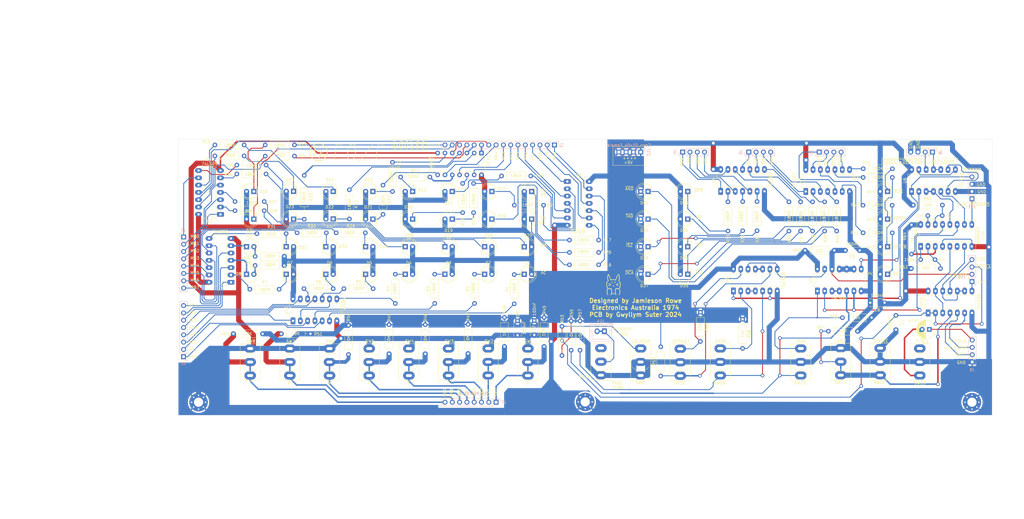
<source format=kicad_pcb>
(kicad_pcb (version 20241229) (generator "pcbnew") (generator_version "9.0")
  (layers (0 "F.Cu" signal) (2 "B.Cu" signal) (13 "F.Paste" user) (15 "B.Paste" user) (5 "F.SilkS" user "F.Silkscreen") (7 "B.SilkS" user "B.Silkscreen") (1 "F.Mask" user) (3 "B.Mask" user) (25 "Edge.Cuts" user))
  (net 0 "")
  (net 1 "AC0")
  (net 2 "AC1")
  (net 3 "AC2")
  (net 4 "AC3")
  (net 5 "AC4")
  (net 6 "AC5")
  (net 7 "AC6")
  (net 8 "AC7")
  (net 9 "MB7")
  (net 10 "MB6")
  (net 11 "MB5")
  (net 12 "MB4")
  (net 13 "MB3")
  (net 14 "MB2")
  (net 15 "MB1")
  (net 16 "MB0")
  (net 17 "MA0")
  (net 18 "PC0")
  (net 19 "MA1")
  (net 20 "PC1")
  (net 21 "MA2")
  (net 22 "PC2")
  (net 23 "MA3")
  (net 24 "PC3")
  (net 25 "MA4")
  (net 26 "PC4")
  (net 27 "MA5")
  (net 28 "PC5")
  (net 29 "MA6")
  (net 30 "PC6")
  (net 31 "MA7")
  (net 32 "PC7")
  (net 33 "~{AND}")
  (net 34 "~{TAD}")
  (net 35 "~{ISZ}")
  (net 36 "~{DCA}")
  (net 37 "~{JMS}")
  (net 38 "~{JMP}")
  (net 39 "~{IOT}")
  (net 40 "~{OPR}")
  (net 41 "~{RUN}")
  (net 42 "~{FETCH}")
  (net 43 "~{DEFER}")
  (net 44 "~{EXEC}")
  (net 45 "~{EXT.LA}")
  (net 46 "~{HLT}")
  (net 47 "LA2")
  (net 48 "~{LA1}")
  (net 49 "~{RUN_COMMAND}")
  (net 50 "SR0")
  (net 51 "SR1")
  (net 52 "SR2")
  (net 53 "SR3")
  (net 54 "SR4")
  (net 55 "SR5")
  (net 56 "SR6")
  (net 57 "Net-(D1-Pad1)")
  (net 58 "Net-(D2-Pad1)")
  (net 59 "Net-(D3-Pad1)")
  (net 60 "Net-(D4-Pad1)")
  (net 61 "Net-(D6-Pad1)")
  (net 62 "Net-(D7-Pad1)")
  (net 63 "Net-(D8-Pad2)")
  (net 64 "Net-(D8-Pad1)")
  (net 65 "Net-(D9-Pad1)")
  (net 66 "Net-(D10-Pad1)")
  (net 67 "Net-(D11-Pad1)")
  (net 68 "Net-(D12-Pad1)")
  (net 69 "Net-(D13-Pad1)")
  (net 70 "Net-(D15-Pad1)")
  (net 71 "Net-(D17-Pad1)")
  (net 72 "Net-(D18-Pad1)")
  (net 73 "Net-(D19-Pad1)")
  (net 74 "Net-(D20-Pad1)")
  (net 75 "Net-(D21-Pad1)")
  (net 76 "Net-(D22-Pad1)")
  (net 77 "Net-(D23-Pad1)")
  (net 78 "Net-(D25-Pad1)")
  (net 79 "Net-(D26-Pad1)")
  (net 80 "Net-(D27-Pad1)")
  (net 81 "Net-(D28-Pad1)")
  (net 82 "Net-(D29-Pad1)")
  (net 83 "Net-(D30-Pad1)")
  (net 84 "Net-(D31-Pad1)")
  (net 85 "Net-(D32-Pad1)")
  (net 86 "Net-(D32-Pad2)")
  (net 87 "Net-(D33-Pad1)")
  (net 88 "Net-(D34-Pad1)")
  (net 89 "Net-(D35-Pad1)")
  (net 90 "Net-(D36-Pad1)")
  (net 91 "Net-(D37-Pad1)")
  (net 92 "Net-(D38-Pad1)")
  (net 93 "Net-(D39-Pad1)")
  (net 94 "Net-(D40-Pad1)")
  (net 95 "Net-(D41-Pad1)")
  (net 96 "Net-(D42-Pad1)")
  (net 97 "Net-(D43-Pad1)")
  (net 98 "Net-(D44-Pad1)")
  (net 99 "+5V")
  (net 100 "Net-(R54-Pad1)")
  (net 101 "Net-(R55-Pad1)")
  (net 102 "GND")
  (net 103 "Net-(R56-Pad2)")
  (net 104 "Net-(R57-Pad1)")
  (net 105 "Net-(R58-Pad2)")
  (net 106 "Net-(R59-Pad1)")
  (net 107 "Net-(R60-Pad2)")
  (net 108 "Net-(C3-Pad2)")
  (net 109 "Net-(C4-Pad2)")
  (net 110 "Net-(D14-Pad1)")
  (net 111 "Net-(U6-Pad2)")
  (net 112 "CLR")
  (net 113 "Net-(U10-Pad12)")
  (net 114 "Net-(U8-Pad12)")
  (net 115 "Net-(U8-Pad3)")
  (net 116 "Net-(U8-Pad10)")
  (net 117 "Net-(U10-Pad10)")
  (net 118 "Net-(U9-Pad10)")
  (net 119 "Net-(U9-Pad3)")
  (net 120 "Net-(U10-Pad11)")
  (net 123 "Net-(U10-Pad5)")
  (net 124 "Net-(C3-Pad1)")
  (net 125 "Net-(C4-Pad1)")
  (net 126 "Net-(D5-Pad1)")
  (net 127 "HLT_COMM")
  (net 128 "~{EXT.DEPOSIT}")
  (net 129 "~{DEPOSIT}")
  (net 130 "~{DEP+EXAM}")
  (net 131 "~{CANCEL+DEP+EXAM}")
  (net 132 "Net-(R1-Pad1)")
  (net 133 "Net-(R2-Pad1)")
  (net 134 "Net-(R3-Pad1)")
  (net 135 "Net-(R4-Pad1)")
  (net 136 "Net-(R5-Pad1)")
  (net 137 "Net-(R6-Pad1)")
  (net 138 "Net-(R7-Pad1)")
  (net 139 "Net-(D16-Pad1)")
  (net 140 "Net-(D24-Pad1)")
  (net 141 "Net-(R9-Pad1)")
  (net 142 "Net-(R10-Pad1)")
  (net 143 "Net-(R11-Pad1)")
  (net 144 "Net-(R12-Pad1)")
  (net 145 "Net-(R13-Pad1)")
  (net 146 "Net-(R14-Pad1)")
  (net 147 "Net-(R16-Pad1)")
  (net 148 "Net-(R17-Pad1)")
  (net 149 "Net-(R18-Pad1)")
  (net 150 "Net-(R19-Pad1)")
  (net 151 "Net-(R20-Pad1)")
  (net 152 "Net-(R21-Pad1)")
  (net 153 "Net-(R22-Pad1)")
  (net 154 "Net-(R23-Pad1)")
  (net 155 "Net-(R25-Pad1)")
  (net 156 "Net-(R26-Pad1)")
  (net 157 "Net-(R27-Pad1)")
  (net 158 "Net-(R28-Pad1)")
  (net 159 "Net-(R29-Pad1)")
  (net 160 "Net-(R30-Pad1)")
  (net 161 "Net-(R31-Pad1)")
  (net 162 "Net-(R33-Pad1)")
  (net 163 "Net-(R34-Pad1)")
  (net 164 "Net-(R35-Pad1)")
  (net 165 "Net-(R36-Pad1)")
  (net 166 "Net-(R37-Pad1)")
  (net 167 "Net-(R38-Pad1)")
  (net 168 "Net-(R39-Pad1)")
  (net 169 "Net-(R40-Pad1)")
  (net 170 "Net-(R41-Pad1)")
  (net 171 "Net-(R42-Pad1)")
  (net 172 "Net-(R43-Pad1)")
  (net 173 "Net-(R44-Pad1)")
  (net 174 "SR7")
  (net 175 "Net-(C2-Pad2)")
  (net 176 "FAST_SLOW")
  (net 177 "Net-(U6-Pad13)")
  (net 178 "Net-(U6-Pad6)")
  (net 179 "Net-(SW14-Pad2)")
  (net 180 "Net-(U10-Pad7)")
  (footprint "LED_THT:LED_D5.0mm" (layer "F.Cu") (at 170.7 92.9)
    (property "Reference" "D1")
    (property "Value" "AC0")
  )
  (footprint "LED_THT:LED_D5.0mm" (layer "F.Cu") (at 156.9 92.9)
    (property "Reference" "D2")
    (property "Value" "AC1")
  )
  (footprint "LED_THT:LED_D5.0mm" (layer "F.Cu") (at 143.1 92.878)
    (property "Reference" "D3")
    (property "Value" "AC2")
  )
  (footprint "LED_THT:LED_D5.0mm" (layer "F.Cu") (at 129.3 92.9)
    (property "Reference" "D4")
    (property "Value" "AC3")
  )
  (footprint "LED_THT:LED_D5.0mm" (layer "F.Cu") (at 101.7 92.9)
    (property "Reference" "D6")
    (property "Value" "AC5")
  )
  (footprint "LED_THT:LED_D5.0mm" (layer "F.Cu") (at 87.9 92.9)
    (property "Reference" "D7")
    (property "Value" "AC6")
  )
  (footprint "LED_THT:LED_D5.0mm" (layer "F.Cu") (at 74.1 92.9)
    (property "Reference" "D8")
    (property "Value" "AC7")
  )
  (footprint "LED_THT:LED_D5.0mm" (layer "F.Cu") (at 173.24 64.1 180)
    (property "Reference" "D9")
    (property "Value" "PC0")
  )
  (footprint "LED_THT:LED_D5.0mm" (layer "F.Cu") (at 159.44 64.1 180)
    (property "Reference" "D10")
    (property "Value" "PC1")
  )
  (footprint "LED_THT:LED_D5.0mm" (layer "F.Cu") (at 145.64 64.1 180)
    (property "Reference" "D11")
    (property "Value" "PC2")
  )
  (footprint "LED_THT:LED_D5.0mm" (layer "F.Cu") (at 118.04 64.1 180)
    (property "Reference" "D13")
    (property "Value" "PC4")
  )
  (footprint "LED_THT:LED_D5.0mm" (layer "F.Cu") (at 76.64 64.1 180)
    (property "Reference" "D16")
    (property "Value" "PC7")
  )
  (footprint "LED_THT:LED_D5.0mm" (layer "F.Cu") (at 173.24 73.7 180)
    (property "Reference" "D17")
    (property "Value" "MA0")
  )
  (footprint "LED_THT:LED_D5.0mm" (layer "F.Cu") (at 145.64 73.7 180)
    (property "Reference" "D19")
    (property "Value" "MA2")
  )
  (footprint "LED_THT:LED_D5.0mm" (layer "F.Cu") (at 131.84 73.7 180)
    (property "Reference" "D20")
    (property "Value" "MA3")
  )
  (footprint "LED_THT:LED_D5.0mm" (layer "F.Cu") (at 118.04 73.7 180)
    (property "Reference" "D21")
    (property "Value" "MA4")
  )
  (footprint "LED_THT:LED_D5.0mm" (layer "F.Cu") (at 104.24 73.65 180)
    (property "Reference" "D22")
    (property "Value" "MA5")
  )
  (footprint "LED_THT:LED_D5.0mm" (layer "F.Cu") (at 90.44 73.7 180)
    (property "Reference" "D23")
    (property "Value" "MA6")
  )
  (footprint "LED_THT:LED_D5.0mm" (layer "F.Cu") (at 76.64 73.7 180)
    (property "Reference" "D24")
    (property "Value" "MA7")
  )
  (footprint "LED_THT:LED_D5.0mm" (layer "F.Cu") (at 170.7 83.35)
    (property "Reference" "D25")
    (property "Value" "MB0")
  )
  (footprint "LED_THT:LED_D5.0mm" (layer "F.Cu") (at 156.9 83.3)
    (property "Reference" "D26")
    (property "Value" "MB1")
  )
  (footprint "LED_THT:LED_D5.0mm" (layer "F.Cu") (at 143.1 83.3)
    (property "Reference" "D27")
    (property "Value" "MB2")
  )
  (footprint "LED_THT:LED_D5.0mm" (layer "F.Cu") (at 115.5 83.3)
    (property "Reference" "D29")
    (property "Value" "MB4")
  )
  (footprint "LED_THT:LED_D5.0mm" (layer "F.Cu") (at 101.7 83.3)
    (property "Reference" "D30")
    (property "Value" "MB5")
  )
  (footprint "LED_THT:LED_D5.0mm" (layer "F.Cu") (at 87.9 83.3)
    (property "Reference" "D31")
    (property "Value" "MB6")
  )
  (footprint "LED_THT:LED_D5.0mm" (layer "F.Cu") (at 74.1 83.3)
    (property "Reference" "D32")
    (property "Value" "MB7")
  )
  (footprint "LED_THT:LED_D5.0mm" (layer "F.Cu") (at 227.54 64.1 180)
    (property "Reference" "D33")
    (property "Value" "~{OPR}")
  )
  (footprint "LED_THT:LED_D5.0mm" (layer "F.Cu") (at 227.54 83.3 180)
    (property "Reference" "D34")
    (property "Value" "~{JMP}")
  )
  (footprint "LED_THT:LED_D5.0mm" (layer "F.Cu") (at 227.54 92.9 180)
    (property "Reference" "D35")
    (property "Value" "~{JMS}")
  )
  (footprint "LED_THT:LED_D5.0mm" (layer "F.Cu") (at 227.54 73.7 180)
    (property "Reference" "D36")
    (property "Value" "~{IOT}")
  )
  (footprint "LED_THT:LED_D5.0mm" (layer "F.Cu") (at 213.74 92.9 180)
    (property "Reference" "D37")
    (property "Value" "~{DCA}")
  )
  (footprint "LED_THT:LED_D5.0mm" (layer "F.Cu") (at 213.74 83.3 180)
    (property "Reference" "D38")
    (property "Value" "~{ISZ}")
  )
  (footprint "LED_THT:LED_D5.0mm" (layer "F.Cu") (at 213.74 73.7 180)
    (property "Reference" "D39")
    (property "Value" "~{TAD}")
  )
  (footprint "LED_THT:LED_D5.0mm" (layer "F.Cu") (at 213.74 64.1 180)
    (property "Reference" "D40")
    (property "Value" "~{AND}")
  )
  (footprint "LED_THT:LED_D5.0mm" (layer "F.Cu") (at 297.04 92.9 180)
    (property "Reference" "D41")
    (property "Value" "~{EXEC}")
  )
  (footprint "LED_THT:LED_D5.0mm" (layer "F.Cu") (at 297.04 83.3 180)
    (property "Reference" "D42")
    (property "Value" "~{DEFER}")
  )
  (footprint "LED_THT:LED_D5.0mm" (layer "F.Cu") (at 297.04 73.7 180)
    (property "Reference" "D43")
    (property "Value" "~{FETCH}")
  )
  (footprint "LED_THT:LED_D5.0mm" (layer "F.Cu") (at 297.04 64.1 180)
    (property "Reference" "D44")
    (property "Value" "~{RUN}")
  )
  (footprint "MountingHole:MountingHole_3.2mm_M3" (layer "F.Cu") (at 191.9 50.4)
    (property "Reference" "H1" (hide yes))
    (property "Value" "MountingHole")
  )
  (footprint "MountingHole:MountingHole_3.2mm_M3" (layer "F.Cu") (at 326.3 50.4)
    (property "Reference" "HE" (hide yes))
    (property "Value" "MountingHole")
  )
  (footprint "MountingHole:MountingHole_3.2mm_M3" (layer "F.Cu") (at 57.4 50.4)
    (property "Reference" "H5" (hide yes))
    (property "Value" "MountingHole" (hide yes))
  )
  (footprint "Resistor_THT:R_Axial_DIN0207_L6.3mm_D2.5mm_P10.16mm_Horizontal" (layer "F.Cu") (at 167.2 103.165 90)
    (property "Reference" "R1")
    (property "Value" "180R")
  )
  (footprint "Resistor_THT:R_Axial_DIN0207_L6.3mm_D2.5mm_P10.16mm_Horizontal" (layer "F.Cu") (at 139.554 103.038 90)
    (property "Reference" "R3")
    (property "Value" "180R")
  )
  (footprint "Resistor_THT:R_Axial_DIN0207_L6.3mm_D2.5mm_P10.16mm_Horizontal" (layer "F.Cu") (at 125.838 103.038 90)
    (property "Reference" "R4")
    (property "Value" "180R")
  )
  (footprint "Resistor_THT:R_Axial_DIN0207_L6.3mm_D2.5mm_P10.16mm_Horizontal" (layer "F.Cu") (at 94.06 97.9)
    (property "Reference" "R6")
    (property "Value" "180R")
  )
  (footprint "Resistor_THT:R_Axial_DIN0207_L6.3mm_D2.5mm_P10.16mm_Horizontal" (layer "F.Cu") (at 75.26 98.1)
    (property "Reference" "R7")
    (property "Value" "180R")
  )
  (footprint "Resistor_THT:R_Axial_DIN0207_L6.3mm_D2.5mm_P10.16mm_Horizontal" (layer "F.Cu") (at 77.07 89.83)
    (property "Reference" "R8")
    (property "Value" "180R")
  )
  (footprint "Resistor_THT:R_Axial_DIN0207_L6.3mm_D2.5mm_P10.16mm_Horizontal" (layer "F.Cu") (at 177.4 68.875 180)
    (property "Reference" "R9")
    (property "Value" "180R")
  )
  (footprint "Resistor_THT:R_Axial_DIN0207_L6.3mm_D2.5mm_P10.16mm_Horizontal" (layer "F.Cu") (at 124.84 53.94 -90)
    (property "Reference" "R12")
    (property "Value" "180R")
  )
  (footprint "Resistor_THT:R_Axial_DIN0207_L6.3mm_D2.5mm_P10.16mm_Horizontal" (layer "F.Cu") (at 63.1 47.92)
    (property "Reference" "R13")
    (property "Value" "180R")
  )
  (footprint "Resistor_THT:R_Axial_DIN0207_L6.3mm_D2.5mm_P10.16mm_Horizontal" (layer "F.Cu") (at 63.1 51.73)
    (property "Reference" "R14")
    (property "Value" "180R")
  )
  (footprint "Resistor_THT:R_Axial_DIN0207_L6.3mm_D2.5mm_P10.16mm_Horizontal" (layer "F.Cu") (at 196.56 89.6 180)
    (property "Reference" "R16")
    (property "Value" "180R")
  )
  (footprint "Resistor_THT:R_Axial_DIN0207_L6.3mm_D2.5mm_P10.16mm_Horizontal" (layer "F.Cu") (at 196.56 81 180)
    (property "Reference" "R17")
    (property "Value" "180R")
  )
  (footprint "Resistor_THT:R_Axial_DIN0207_L6.3mm_D2.5mm_P10.16mm_Horizontal" (layer "F.Cu") (at 153.06 61.3 -90)
    (property "Reference" "R18")
    (property "Value" "180R")
  )
  (footprint "Resistor_THT:R_Axial_DIN0207_L6.3mm_D2.5mm_P10.16mm_Horizontal" (layer "F.Cu") (at 149.26 61.3 -90)
    (property "Reference" "R19")
    (property "Value" "180R")
  )
  (footprint "Resistor_THT:R_Axial_DIN0207_L6.3mm_D2.5mm_P10.16mm_Horizontal" (layer "F.Cu") (at 196.56 85.3 180)
    (property "Reference" "R20")
    (property "Value" "180R")
  )
  (footprint "Resistor_THT:R_Axial_DIN0207_L6.3mm_D2.5mm_P10.16mm_Horizontal" (layer "F.Cu") (at 109.86 63.5 -90)
    (property "Reference" "R22")
    (property "Value" "180R")
  )
  (footprint "Resistor_THT:R_Axial_DIN0207_L6.3mm_D2.5mm_P15.24mm_Horizontal" (layer "F.Cu") (at 94.16 58.5 -90)
    (property "Reference" "R23")
    (property "Value" "180R")
  )
  (footprint "Resistor_THT:R_Axial_DIN0207_L6.3mm_D2.5mm_P10.16mm_Horizontal" (layer "F.Cu") (at 90.76 51.8 180)
    (property "Reference" "R24")
    (property "Value" "180R")
  )
  (footprint "Resistor_THT:R_Axial_DIN0207_L6.3mm_D2.5mm_P10.16mm_Horizontal" (layer "F.Cu") (at 70.085 67.605)
    (property "Reference" "R27")
    (property "Value" "180R")
  )
  (footprint "Resistor_THT:R_Axial_DIN0207_L6.3mm_D2.5mm_P10.16mm_Horizontal" (layer "F.Cu") (at 105.26 78.48)
    (property "Reference" "R29")
    (property "Value" "180R")
  )
  (footprint "Resistor_THT:R_Axial_DIN0207_L6.3mm_D2.5mm_P10.16mm_Horizontal" (layer "F.Cu") (at 91.68 78.47)
    (property "Reference" "R30")
    (property "Value" "180R")
  )
  (footprint "Resistor_THT:R_Axial_DIN0207_L6.3mm_D2.5mm_P10.16mm_Horizontal" (layer "F.Cu") (at 77.7 78.76)
    (property "Reference" "R31")
    (property "Value" "180R")
  )
  (footprint "Resistor_THT:R_Axial_DIN0207_L6.3mm_D2.5mm_P10.16mm_Horizontal" (layer "F.Cu") (at 241.535 67.7 -90)
    (property "Reference" "R33")
    (property "Value" "180R")
  )
  (footprint "Resistor_THT:R_Axial_DIN0207_L6.3mm_D2.5mm_P10.16mm_Horizontal" (layer "F.Cu") (at 251.66 67.6 -90)
    (property "Reference" "R34")
    (property "Value" "180R")
  )
  (footprint "Resistor_THT:R_Axial_DIN0207_L6.3mm_D2.5mm_P10.16mm_Horizontal" (layer "F.Cu") (at 262.744 67.7 -90)
    (property "Reference" "R35")
    (property "Value" "180R")
  )
  (footprint "Resistor_THT:R_Axial_DIN0207_L6.3mm_D2.5mm_P10.16mm_Horizontal" (layer "F.Cu") (at 246.66 67.6 -90)
    (property "Reference" "R36")
    (property "Value" "180R")
  )
  (footprint "Resistor_THT:R_Axial_DIN0207_L6.3mm_D2.5mm_P10.16mm_Horizontal" (layer "F.Cu") (at 266.808 67.7 -90)
    (property "Reference" "R37")
    (property "Value" "180R")
  )
  (footprint "Resistor_THT:R_Axial_DIN0207_L6.3mm_D2.5mm_P10.16mm_Horizontal" (layer "F.Cu") (at 270.96 67.7 -90)
    (property "Reference" "R38")
    (property "Value" "180R")
  )
  (footprint "Resistor_THT:R_Axial_DIN0207_L6.3mm_D2.5mm_P10.16mm_Horizontal" (layer "F.Cu") (at 275.16 67.7 -90)
    (property "Reference" "R39")
    (property "Value" "180R")
  )
  (footprint "Resistor_THT:R_Axial_DIN0207_L6.3mm_D2.5mm_P10.16mm_Horizontal" (layer "F.Cu") (at 288.55 59.22)
    (property "Reference" "R43")
    (property "Value" "180R")
  )
  (footprint "Resistor_THT:R_Axial_DIN0207_L6.3mm_D2.5mm_P10.16mm_Horizontal" (layer "F.Cu") (at 288.57 56.19)
    (property "Reference" "R44")
    (property "Value" "180R")
  )
  (footprint "Resistor_THT:R_Axial_DIN0207_L6.3mm_D2.5mm_P10.16mm_Horizontal" (layer "F.Cu") (at 163.8 118.06 90)
    (property "Reference" "R46")
    (property "Value" "10K")
  )
  (footprint "Resistor_THT:R_Axial_DIN0207_L6.3mm_D2.5mm_P10.16mm_Horizontal" (layer "F.Cu") (at 151.16 120.5 90)
    (property "Reference" "R47")
    (property "Value" "10K")
  )
  (footprint "Resistor_THT:R_Axial_DIN0207_L6.3mm_D2.5mm_P10.16mm_Horizontal" (layer "F.Cu") (at 136.26 120.6 90)
    (property "Reference" "R48")
    (property "Value" "10K")
  )
  (footprint "Resistor_THT:R_Axial_DIN0207_L6.3mm_D2.5mm_P10.16mm_Horizontal" (layer "F.Cu") (at 109.56 120.8 90)
    (property "Reference" "R50")
    (property "Value" "10K")
  )
  (footprint "Resistor_THT:R_Axial_DIN0207_L6.3mm_D2.5mm_P10.16mm_Horizontal" (layer "F.Cu") (at 86.16 113.6)
    (property "Reference" "R51")
    (property "Value" "10K")
  )
  (footprint "Resistor_THT:R_Axial_DIN0207_L6.3mm_D2.5mm_P10.16mm_Horizontal" (layer "F.Cu") (at 183.8 111 -90)
    (property "Reference" "R53")
    (property "Value" "10K")
  )
  (footprint "Resistor_THT:R_Axial_DIN0207_L6.3mm_D2.5mm_P10.16mm_Horizontal" (layer "F.Cu") (at 276.46 112.69)
    (property "Reference" "R54")
    (property "Value" "10K")
  )
  (footprint "Resistor_THT:R_Axial_DIN0207_L6.3mm_D2.5mm_P10.16mm_Horizontal" (layer "F.Cu") (at 291.51 107.98 180)
    (property "Reference" "R56")
    (property "Value" "10k")
  )
  (footprint "Resistor_THT:R_Axial_DIN0207_L6.3mm_D2.5mm_P10.16mm_Horizontal" (layer "F.Cu") (at 190.1 119.3 90)
    (property "Reference" "R57")
    (property "Value" "10k")
  )
  (footprint "Resistor_THT:R_Axial_DIN0207_L6.3mm_D2.5mm_P10.16mm_Horizontal" (layer "F.Cu") (at 246.62 108.53 -90)
    (property "Reference" "R58")
    (property "Value" "10k")
  )
  (footprint "Resistor_THT:R_Axial_DIN0207_L6.3mm_D2.5mm_P10.16mm_Horizontal" (layer "F.Cu") (at 305.96 68.83)
    (property "Reference" "R61")
    (property "Value" "10K")
  )
  (footprint "Resistor_THT:R_Axial_DIN0207_L6.3mm_D2.5mm_P10.16mm_Horizontal" (layer "F.Cu") (at 305.28 90.9)
    (property "Reference" "R62")
    (property "Value" "10K")
  )
  (footprint "Package_DIP:DIP-14_W7.62mm_LongPads" (layer "F.Cu") (at 65.02 72.05 180)
    (property "Reference" "U1")
    (property "Value" "74LS05")
  )
  (footprint "Package_DIP:DIP-14_W7.62mm" (layer "F.Cu") (at 155.81 50.714 -90)
    (property "Reference" "U2")
    (property "Value" "74LS05")
  )
  (footprint "Package_DIP:DIP-14_W7.62mm_LongPads" (layer "F.Cu") (at 185.655 60.62)
    (property "Reference" "U3")
    (property "Value" "74LS05")
  )
  (footprint "Package_DIP:DIP-14_W7.62mm_LongPads" (layer "F.Cu") (at 268.6 64.1125 90)
    (property "Reference" "U5")
    (property "Value" "74LS07")
  )
  (footprint "Package_DIP:DIP-14_W7.62mm_LongPads" (layer "F.Cu") (at 305.4 64.1 90)
    (property "Reference" "U6")
    (property "Value" "74LS00")
  )
  (footprint "Package_DIP:DIP-14_W7.62mm_LongPads" (layer "F.Cu") (at 68.688 95.672 180)
    (property "Reference" "U7")
    (property "Value" "74LS05")
  )
  (footprint "Package_DIP:DIP-14_W7.62mm_LongPads" (layer "F.Cu") (at 243.44 98.72 90)
    (property "Reference" "U8")
    (property "Value" "74LS00")
  )
  (footprint "Package_DIP:DIP-14_W7.62mm_LongPads" (layer "F.Cu") (at 272.65 98.72 90)
    (property "Reference" "U9")
    (property "Value" "74LS00")
  )
  (footprint "Package_DIP:DIP-14_W7.62mm_LongPads" (layer "F.Cu") (at 90.26 109.1 90)
    (property "Reference" "U11")
    (property "Value" "74LS05")
  )
  (footprint "Package_DIP:DIP-14_W7.62mm_LongPads" (layer "F.Cu") (at 311.16 106.34 90)
    (property "Reference" "U12")
    (property "Value" "74LS00")
  )
  (footprint "Package_DIP:DIP-14_W7.62mm_LongPads" (layer "F.Cu") (at 238.995 64.049 90)
    (property "Reference" "U4")
    (property "Value" "74LS07")
  )
  (footprint "Capacitor_THT:C_Disc_D4.3mm_W1.9mm_P5.00mm" (layer "F.Cu") (at 299.96 107.2 -90)
    (property "Reference" "C1")
    (property "Value" "100nF")
  )
  (footprint "Capacitor_THT:C_Disc_D4.3mm_W1.9mm_P5.00mm" (layer "F.Cu") (at 311.06 72.5)
    (property "Reference" "C3")
    (property "Value" "1nF")
  )
  (footprint "Capacitor_THT:C_Disc_D4.3mm_W1.9mm_P5.00mm" (layer "F.Cu") (at 308.56 87.8)
    (property "Reference" "C4")
    (property "Value" "100pF")
  )
  (footprint "Capacitor_THT:C_Disc_D4.3mm_W1.9mm_P5.00mm" (layer "F.Cu") (at 287.36 84.6 180)
    (property "Reference" "C5")
    (property "Value" "100nF")
  )
  (footprint "LED_THT:LED_D5.0mm" (layer "F.Cu") (at 90.44 64.05 180)
    (property "Reference" "D15")
    (property "Value" "PC6")
  )
  (footprint "LED_THT:LED_D5.0mm" (layer "F.Cu") (at 159.44 73.7 180)
    (property "Reference" "D18")
    (property "Value" "MA1")
  )
  (footprint "LED_THT:LED_D5.0mm" (layer "F.Cu") (at 115.5 92.9)
    (property "Reference" "D5")
    (property "Value" "AC4")
  )
  (footprint "LED_THT:LED_D5.0mm" (layer "F.Cu") (at 104.24 64.1 180)
    (property "Reference" "D14")
    (property "Value" "PC5")
  )
  (footprint "Resistor_THT:R_Axial_DIN0207_L6.3mm_D2.5mm_P10.16mm_Horizontal" (layer "F.Cu") (at 70.72 58)
    (property "Reference" "R26")
    (property "Value" "180R")
  )
  (footprint "Resistor_THT:R_Axial_DIN0207_L6.3mm_D2.5mm_P10.16mm_Horizontal" (layer "F.Cu") (at 288.49 68.89)
    (property "Reference" "R42")
    (property "Value" "180R")
  )
  (footprint "Resistor_THT:R_Axial_DIN0207_L6.3mm_D2.5mm_P10.16mm_Horizontal" (layer "F.Cu") (at 288.53 78.49)
    (property "Reference" "R41")
    (property "Value" "180R")
  )
  (footprint "Resistor_THT:R_Axial_DIN0207_L6.3mm_D2.5mm_P10.16mm_Horizontal" (layer "F.Cu") (at 77.07 86.655)
    (property "Reference" "R32")
    (property "Value" "180R")
  )
  (footprint "Resistor_THT:R_Axial_DIN0207_L6.3mm_D2.5mm_P10.16mm_Horizontal" (layer "F.Cu") (at 90.76 47.92 180)
    (property "Reference" "R15")
    (property "Value" "180R")
  )
  (footprint "Resistor_THT:R_Axial_DIN0207_L6.3mm_D2.5mm_P10.16mm_Horizontal" (layer "F.Cu") (at 121.56 61.9 -90)
    (property "Reference" "R21")
    (property "Value" "180R")
  )
  (footprint "Resistor_THT:R_Axial_DIN0207_L6.3mm_D2.5mm_P10.16mm_Horizontal" (layer "F.Cu") (at 153.397 103.038 90)
    (property "Reference" "R2")
    (property "Value" "180R")
  )
  (footprint "Resistor_THT:R_Axial_DIN0207_L6.3mm_D2.5mm_P10.16mm_Horizontal" (layer "F.Cu") (at 137.86 59.07 180)
    (property "Reference" "R11")
    (property "Value" "180R")
  )
  (footprint "LED_THT:LED_D5.0mm" (layer "F.Cu") (at 131.84 64.1 180)
    (property "Reference" "D12")
    (property "Value" "PC3")
  )
  (footprint "Resistor_THT:R_Axial_DIN0207_L6.3mm_D2.5mm_P10.16mm_Horizontal" (layer "F.Cu") (at 107.96 97.9)
    (property "Reference" "R5")
    (property "Value" "180R")
  )
  (footprint "Resistor_THT:R_Axial_DIN0207_L6.3mm_D2.5mm_P10.16mm_Horizontal" (layer "F.Cu") (at 172.96 58.7 180)
    (property "Reference" "R10")
    (property "Value" "180R")
  )
  (footprint "Resistor_THT:R_Axial_DIN0207_L6.3mm_D2.5mm_P10.16mm_Horizontal" (layer "F.Cu") (at 70.72 54.9)
    (property "Reference" "R25")
    (property "Value" "180R")
  )
  (footprint "Resistor_THT:R_Axial_DIN0207_L6.3mm_D2.5mm_P10.16mm_Horizontal" (layer "F.Cu") (at 123.66 120.6 90)
    (property "Reference" "R49")
    (property "Value" "10K")
  )
  (footprint "Resistor_THT:R_Axial_DIN0207_L6.3mm_D2.5mm_P10.16mm_Horizontal" (layer "F.Cu") (at 268.36 84.6)
    (property "Reference" "R52")
    (property "Value" "22k")
  )
  (footprint "EDUC-8:EA_Symbol" (layer "F.Cu") (at 99.168 50.46)
    (property "Reference" "REF**" (hide yes))
    (property "Value" "EA_Symbol" (hide yes))
  )
  (footprint "Resistor_THT:R_Axial_DIN0207_L6.3mm_D2.5mm_P10.16mm_Horizontal" (layer "F.Cu") (at 279.36 67.7 -90)
    (property "Reference" "R40")
    (property "Value" "180R")
  )
  (footprint "Resistor_THT:R_Axial_DIN0207_L6.3mm_D2.5mm_P10.16mm_Horizontal" (layer "F.Cu") (at 177.6 118.06 90)
    (property "Reference" "R45")
    (property "Value" "10K")
  )
  (footprint "Resistor_THT:R_Axial_DIN0207_L6.3mm_D2.5mm_P10.16mm_Horizontal" (layer "F.Cu") (at 69.54 113.6)
    (property "Reference" "R63")
    (property "Value" "10K")
  )
  (footprint "Resistor_THT:R_Axial_DIN0207_L6.3mm_D2.5mm_P10.16mm_Horizontal" (layer "F.Cu") (at 231.96 106.1 -90)
    (property "Reference" "R60")
    (property "Value" "10k")
  )
  (footprint "Resistor_THT:R_Axial_DIN0207_L6.3mm_D2.5mm_P10.16mm_Horizontal" (layer "F.Cu") (at 187 119.3 90)
    (property "Reference" "R55")
    (property "Value" "10k")
  )
  (footprint "Capacitor_THT:CP_Radial_D6.3mm_P2.50mm" (layer "F.Cu") (at 311.58 112.055 180)
    (property "Reference" "C2")
    (property "Value" "47uf")
  )
  (footprint "Resistor_THT:R_Axial_DIN0207_L6.3mm_D2.5mm_P10.16mm_Horizontal" (layer "F.Cu") (at 218.16 128.28 90)
    (property "Reference" "R59")
    (property "Value" "10k")
  )
  (footprint "MountingHole:MountingHole_3.2mm_M3_Pad_Via" (layer "F.Cu") (at 57.4 137.4)
    (property "Reference" "H2" (hide yes))
    (property "Value" "MountingHole_Pad")
  )
  (footprint "MountingHole:MountingHole_3.2mm_M3_Pad_Via" (layer "F.Cu") (at 326.4 137.4)
    (property "Reference" "H6" (hide yes))
    (property "Value" "MountingHole_Pad")
  )
  (footprint "MountingHole:MountingHole_3.2mm_M3_Pad_Via" (layer "F.Cu") (at 191.9 137.3)
    (property "Reference" "H4" (hide yes))
    (property "Value" "MountingHole_Pad")
  )
  (footprint "Capacitor_THT:C_Disc_D5.0mm_W2.5mm_P5.00mm" (layer "F.Cu") (at 174.16 109 -90)
    (property "Reference" "C7")
    (property "Value" "100nF")
  )
  (footprint "Capacitor_THT:C_Disc_D5.0mm_W2.5mm_P5.00mm" (layer "F.Cu") (at 168.36 109.1 -90)
    (property "Reference" "C8")
    (property "Value" "100nF")
  )
  (footprint "Capacitor_THT:C_Disc_D5.0mm_W2.5mm_P5.00mm" (layer "F.Cu") (at 296.018 102.784 180)
    (property "Reference" "C6")
    (property "Value" "100nF")
  )
  (footprint "LED_THT:LED_D5.0mm" (layer "F.Cu") (at 129.3 83.3)
    (property "Reference" "D28")
    (property "Value" "MB3")
  )
  (footprint "Resistor_THT:R_Axial_DIN0207_L6.3mm_D2.5mm_P10.16mm_Horizontal" (layer "F.Cu") (at 70.085 70.78)
    (property "Reference" "R28")
    (property "Value" "180R")
  )
  (footprint "EDUC-8:SPDT_toggle_switch_wired" (layer "F.Cu") (at 158.16 123.4)
    (property "Reference" "SW2")
    (property "Value" "1")
  )
  (footprint "Package_DIP:DIP-16_W7.62mm_Socket_LongPads" (layer "F.Cu") (at 308.56 83.22 90)
    (property "Reference" "U10")
    (property "Value" "DM9602")
  )
  (footprint "EDUC-8:SPDT_toggle_switch_wired" (layer "F.Cu") (at 102.96 123.43)
    (property "Reference" "SW6")
    (property "Value" "5")
  )
  (footprint "EDUC-8:SPDT_toggle_switch_wired" (layer "F.Cu") (at 211.16 123.4 180)
    (property "Reference" "SW9")
    (property "Value" "LD_ADDR")
  )
  (footprint "EDUC-8:SPDT_toggle_switch_wired" (layer "F.Cu") (at 308.26 123.4)
    (property "Reference" "SW13")
    (property "Value" "F/S")
  )
  (footprint "EDUC-8:SPDT_toggle_switch_wired" (layer "F.Cu") (at 294.46 123.3 180)
    (property "Reference" "SW12")
    (property "Value" "SINGLE")
  )
  (footprint "EDUC-8:SPDT_toggle_switch_wired" (layer "F.Cu") (at 171.96 123.43)
    (property "Reference" "SW1")
    (property "Value" "0")
  )
  (footprint "EDUC-8:SPDT_toggle_switch_wired" (layer "F.Cu") (at 238.86 123.4 180)
    (property "Reference" "SW16")
    (property "Value" "EXAM")
  )
  (footprint "EDUC-8:SPDT_toggle_switch_wired" (layer "F.Cu") (at 224.96 123.5 180)
    (property "Reference" "SW10")
    (property "Value" "DEPOSIT")
  )
  (footprint "EDUC-8:SPDT_toggle_switch_wired" (layer "F.Cu") (at 197.36 123.3)
    (property "Reference" "SW14")
    (property "Value" "PAGE ZERO")
  )
  (footprint "Resistor_THT:R_Axial_DIN0207_L6.3mm_D2.5mm_P10.16mm_Horizontal" (layer "F.Cu") (at 305.36 85.88 90)
    (property "Reference" "R64")
    (property "Value" "1K")
  )
  (footprint "EDUC-8:SPDT_toggle_switch_wired" (layer "F.Cu") (at 116.76 123.43)
    (property "Reference" "SW5")
    (property "Value" "4")
  )
  (footprint "EDUC-8:SPDT_toggle_switch_wired" (layer "F.Cu") (at 266.86 123.4 180)
    (property "Reference" "SW15")
    (property "Value" "RUN")
  )
  (footprint "EDUC-8:SPDT_toggle_switch_wired" (layer "F.Cu") (at 75.36 123.43)
    (property "Reference" "SW8")
    (property "Value" "7")
  )
  (footprint "EDUC-8:SPDT_toggle_switch_wired" (layer "F.Cu") (at 89.16 123.43)
    (property "Reference" "SW7")
    (property "Value" "6")
  )
  (footprint "EDUC-8:SPDT_toggle_switch_wired" (layer "F.Cu") (at 130.56 123.43)
    (property "Reference" "SW4")
    (property "Value" "3")
  )
  (footprint "EDUC-8:SPDT_toggle_switch_wired" (layer "F.Cu") (at 280.76 123.3 180)
    (property "Reference" "SW11")
    (property "Value" "HALT")
  )
  (footprint "EDUC-8:SPDT_toggle_switch_wired" (layer "F.Cu") (at 144.36 123.43)
    (property "Reference" "SW3")
    (property "Value" "2")
  )
  (footprint "Connector_PinSocket_2.54mm:PinSocket_1x08_P2.54mm_Vertical" (layer "B.Cu") (at 52.2 121.58)
    (property "Reference" "J1")
    (property "Value" "Accumulator")
  )
  (footprint "Connector_PinSocket_2.54mm:PinSocket_1x08_P2.54mm_Vertical" (layer "B.Cu") (at 52.2288 79.924 180)
    (property "Reference" "J2")
    (property "Value" "Mem_Buffer")
  )
  (footprint "Connector_PinSocket_2.54mm:PinSocket_1x16_P2.54mm_Vertical" (layer "B.Cu") (at 181.21 47.92 90)
    (property "Reference" "J3")
    (property "Value" "Conn_01x16_Female")
  )
  (footprint "Connector_PinSocket_2.54mm:PinSocket_1x04_P2.54mm_Vertical" (layer "B.Cu") (at 225.78 50.4 -90)
    (property "Reference" "J4")
    (property "Value" "Conn_01x04_Female")
  )
  (footprint "Connector_PinSocket_2.54mm:PinSocket_1x04_P2.54mm_Vertical" (layer "B.Cu") (at 248.78 50.4 -90)
    (property "Reference" "J5")
    (property "Value" "Conn_01x04_Female")
  )
  (footprint "Connector_PinSocket_2.54mm:PinSocket_1x04_P2.54mm_Vertical" (layer "B.Cu") (at 273.28 50.4 -90)
    (property "Reference" "J6")
    (property "Value" "Conn_01x04_Female")
  )
  (footprint "Connector_PinSocket_2.54mm:PinSocket_1x08_P2.54mm_Vertical" (layer "B.Cu") (at 160.9 137.4 90)
    (property "Reference" "J7")
    (property "Value" "SR_REGISTER")
  )
  (footprint "Connector_PinSocket_2.54mm:PinSocket_1x04_P2.54mm_Vertical" (layer "B.Cu") (at 312.7 50.4 90)
    (property "Reference" "J8")
    (property "Value" "Conn_01x04_Female")
  )
  (footprint "Connector_PinSocket_2.54mm:PinSocket_1x04_P2.54mm_Vertical" (layer "B.Cu") (at 326.5 123.4)
    (property "Reference" "J9")
    (property "Value" "Conn_01x04_Female")
  )
  (footprint "Connector_PinSocket_2.54mm:PinSocket_1x04_P2.54mm_Vertical" (layer "B.Cu") (at 326.4 95.44)
    (property "Reference" "J10")
    (property "Value" "Conn_01x04_Female")
  )
  (footprint "Connector_PinSocket_2.54mm:PinSocket_1x04_P2.54mm_Vertical" (layer "B.Cu") (at 326.4 66.64)
    (property "Reference" "J11")
    (property "Value" "Conn_01x04_Female")
  )
  (footprint "Connector_PinSocket_2.54mm:PinSocket_1x04_P2.54mm_Vertical" (layer "B.Cu") (at 211.2 50.4 90)
    (property "Reference" "J12")
    (property "Value" "Conn_01x04_Female")
  )
  (footprint "Connector_JST:JST_XH_B2B-XH-A_1x02_P2.50mm_Vertical" (layer "B.Cu") (at 198.55 112.715 180)
    (property "Reference" "J14")
    (property "Value" "Conn_01x02_Male")
  )
  (gr_line (start 124.695 49.825) (end 136.76 49.825) (stroke (width 0.12)) (layer "F.SilkS"))
  (gr_line (start 314.56 48.682) (end 311.512 48.682) (stroke (width 0.12)) (layer "F.SilkS"))
  (gr_line (start 308.972 48.682) (end 311.512 48.682) (stroke (width 0.12)) (layer "F.SilkS"))
  (gr_line (start 201.53 48.428) (end 201.784 48.428) (stroke (width 0.12)) (layer "F.SilkS"))
  (gr_line (start 124.695 46.015) (end 124.695 49.825) (stroke (width 0.12)) (layer "F.SilkS"))
  (gr_line (start 311.535 54.48) (end 295.025 54.48) (stroke (width 0.12)) (layer "F.SilkS"))
  (gr_line (start 314.56 48.936) (end 314.56 48.682) (stroke (width 0.12)) (layer "F.SilkS"))
  (gr_line (start 136.76 49.825) (end 136.76 46.015) (stroke (width 0.12)) (layer "F.SilkS"))
  (gr_line (start 321.386 54.48) (end 321.38 52.49) (stroke (width 0.12)) (layer "F.SilkS"))
  (gr_line (start 321.418 52.492) (end 314.56 52.492) (stroke (width 0.12)) (layer "F.SilkS"))
  (gr_line (start 141.205 47.92) (end 140.57 47.285) (stroke (width 0.12)) (layer "F.SilkS"))
  (gr_line (start 141.205 47.92) (end 140.57 48.555) (stroke (width 0.12)) (layer "F.SilkS"))
  (gr_line (start 314.56 52.492) (end 314.56 48.936) (stroke (width 0.12)) (layer "F.SilkS"))
  (gr_line (start 212.96 48.428) (end 212.96 55.032) (stroke (width 0.12)) (layer "F.SilkS"))
  (gr_line (start 212.96 55.032) (end 201.53 55.032) (stroke (width 0.12)) (layer "F.SilkS"))
  (gr_line (start 311.512 48.682) (end 311.52 54.5) (stroke (width 0.12)) (layer "F.SilkS"))
  (gr_line (start 295.002 52.492) (end 308.972 52.492) (stroke (width 0.12)) (layer "F.SilkS"))
  (gr_line (start 136.76 47.92) (end 141.205 47.92) (stroke (width 0.12)) (layer "F.SilkS"))
  (gr_line (start 136.76 46.015) (end 124.695 46.015) (stroke (width 0.12)) (layer "F.SilkS"))
  (gr_line (start 308.972 52.492) (end 308.972 48.682) (stroke (width 0.12)) (layer "F.SilkS"))
  (gr_line (start 201.784 48.428) (end 212.96 48.428) (stroke (width 0.12)) (layer "F.SilkS"))
  (gr_line (start 295.01 54.49) (end 295.002 52.492) (stroke (width 0.12)) (layer "F.SilkS"))
  (gr_line (start 201.53 55.032) (end 201.53 48.428) (stroke (width 0.12)) (layer "F.SilkS"))
  (gr_line (start 311.48 54.48) (end 321.386 54.48) (stroke (width 0.12)) (layer "F.SilkS"))
  (gr_line (start 50.4 45.9) (end 50.4 141.9) (stroke (width 0.05)) (layer "Edge.Cuts"))
  (gr_line (start 333.4 141.9) (end 333.4 45.9) (stroke (width 0.05)) (layer "Edge.Cuts"))
  (gr_line (start 333.4 45.9) (end 50.4 45.9) (stroke (width 0.05)) (layer "Edge.Cuts"))
  (gr_line (start 50.4 141.9) (end 333.4 141.9) (stroke (width 0.05)) (layer "Edge.Cuts"))
  (gr_text "AC3" (at 55.48 113.96 0) (layer "F.SilkS") (effects (font (size 1 1))))
  (gr_text "AC" (at 177.4 92.37 0) (layer "F.SilkS") (effects (font (size 1 1))))
  (gr_text "Designed by Jamieson Rowe\nElectronics Australia 1974\nPCB by Gwyllym Suter 2024" (at 209.4 104.5 0) (layer "F.SilkS") (effects (font (size 1.5 1.5) (thickness 0.3))))
  (gr_text "~{OPR}" (at 225.76 53.8 90) (layer "F.SilkS") (effects (font (size 1 1))))
  (gr_text "~{LA1}" (at 329.8 87.798 0) (layer "F.SilkS") (effects (font (size 1 1))))
  (gr_text "~{JMP}" (at 231.16 53.7 90) (layer "F.SilkS") (effects (font (size 1 1))))
  (gr_text "PC0" (at 178.67 51.73 90) (layer "F.SilkS") (effects (font (size 1 1))))
  (gr_text "MB3" (at 56.115 87.29 0) (layer "F.SilkS") (effects (font (size 1 1))))
  (gr_text "SR3" (at 153.27 134.026 90) (layer "F.SilkS") (effects (font (size 1 1))))
  (gr_text "AC2" (at 55.48 116.5 0) (layer "F.SilkS") (effects (font (size 1 1))))
  (gr_text "MA2" (at 171.05 51.73 90) (layer "F.SilkS") (effects (font (size 1 1))))
  (gr_text "AC7" (at 55.48 103.8 0) (layer "F.SilkS") (effects (font (size 1 1))))
  (gr_text "MB7" (at 56.115 97.45 0) (layer "F.SilkS") (effects (font (size 1 1))))
  (gr_text "~{CANCEL+DEP+EXAM}" (at 302.85 53.73 0) (layer "F.SilkS") (effects (font (size 1 1))))
  (gr_text "AC4" (at 55.48 111.42 0) (layer "F.SilkS") (effects (font (size 1 1))))
  (gr_text "~{TAD}" (at 254.235 53.635 90) (layer "F.SilkS") (effects (font (size 1 1))))
  (gr_text "FST/SLW" (at 321.16 116.1 0) (layer "F.SilkS") (effects (font (size 1 1))))
  (gr_text "DEP+EXAM" (at 316.32 53.6 0) (layer "F.SilkS") (effects (font (size 1 1))))
  (gr_text "~{DCA}" (at 248.52 53.635 90) (layer "F.SilkS") (effects (font (size 1 1))))
  (gr_text "(\\__/)\n(>’.’<)\n(“)_(“)" (at 201.725 96.379 0) (layer "F.SilkS") (effects (font (size 1.5 1) (thickness 0.2))))
  (gr_text "MA" (at 177.4 73.32 0) (layer "F.SilkS") (effects (font (size 1 1))))
  (gr_text "++++" (at 207.372 52.492 0) (layer "F.SilkS") (effects (font (size 1 1))))
  (gr_text "~{RUN_COMMAND}" (at 327.006 68.748 0) (layer "F.SilkS") (effects (font (size 1 1))))
  (gr_text "E8/F" (at 112.884 50.46 0) (layer "F.SilkS") (effects (font (size 5 5) (thickness 0.15) (italic yes))))
  (gr_text "HLT/COMM" (at 320.656 118.532 0) (layer "F.SilkS") (effects (font (size 1 1))))
  (gr_text "MA5" (at 135.49 47.92 90) (layer "F.SilkS") (effects (font (size 1 1))))
  (gr_text "PC3" (at 163.43 51.73 90) (layer "F.SilkS") (effects (font (size 1 1))))
  (gr_text "~{FTCH}" (at 278.46 53.3 90) (layer "F.SilkS") (effects (font (size 1 1))))
  (gr_text "MA3" (at 165.97 51.73 90) (layer "F.SilkS") (effects (font (size 1 1))))
  (gr_text "SR6" (at 145.396 134.026 90) (layer "F.SilkS") (effects (font (size 1 1))))
  (gr_text "~{EXT.DEP}" (at 321.76 93.4 0) (layer "F.SilkS") (effects (font (size 1 1))))
  (gr_text "MB5" (at 56.115 92.37 0) (layer "F.SilkS") (effects (font (size 1 1))))
  (gr_text "MB0" (at 56.115 79.67 0) (layer "F.SilkS") (effects (font (size 1 1))))
  (gr_text "AC0" (at 55.48 121.58 0) (layer "F.SilkS") (effects (font (size 1 1))))
  (gr_text "MB6" (at 56.115 94.91 0) (layer "F.SilkS") (effects (font (size 1 1))))
  (gr_text "~{AND}" (at 256.775 53.635 90) (layer "F.SilkS") (effects (font (size 1 1))))
  (gr_text "PC\n" (at 177.4 63.795 0) (layer "F.SilkS") (effects (font (size 1 1))))
  (gr_text "~{JMS}" (at 233.76 53.7 90) (layer "F.SilkS") (effects (font (size 1 1))))
  (gr_text "GND" (at 329.8 64.176 0) (layer "F.SilkS") (effects (font (size 1 1))))
  (gr_text "MB2" (at 56.115 84.75 0) (layer "F.SilkS") (effects (font (size 1 1))))
  (gr_text "PC5" (at 129.775 47.92 90) (layer "F.SilkS") (effects (font (size 1 1))))
  (gr_text "~{EXEC}" (at 273.36 53.3 90) (layer "F.SilkS") (effects (font (size 1 1))))
  (gr_text "MA7" (at 131.68 47.92 90) (layer "F.SilkS") (effects (font (size 1 1))))
  (gr_text "+5V" (at 206.864 54.016 0) (layer "F.SilkS") (effects (font (size 1 1))))
  (gr_text "GND" (at 329.546 61.636 0) (layer "F.SilkS") (effects (font (size 1 1))))
  (gr_text "SR4" (at 150.73 134.026 90) (layer "F.SilkS") (effects (font (size 1 1))))
  (gr_text "SR0" (at 160.89 134.026 90) (layer "F.SilkS") (effects (font (size 1 1))))
  (gr_text "PC2" (at 168.51 51.73 90) (layer "F.SilkS") (effects (font (size 1 1))))
  (gr_text "M1A" (at 176.13 51.73 90) (layer "F.SilkS") (effects (font (size 1 1))))
  (gr_text "MA6" (at 133.585 47.92 90) (layer "F.SilkS") (effects (font (size 1 1))))
  (gr_text "PC1" (at 173.59 51.73 90) (layer "F.SilkS") (effects (font (size 1 1))))
  (gr_text "~{EXT_LA}\n" (at 330.376 90.41 0) (layer "F.SilkS") (effects (font (size 1 1))))
  (gr_text "AC6" (at 55.48 106.34 0) (layer "F.SilkS") (effects (font (size 1 1))))
  (gr_text "PC6" (at 127.87 47.92 90) (layer "F.SilkS") (effects (font (size 1 1))))
  (gr_text "AC1" (at 55.48 119.04 0) (layer "F.SilkS") (effects (font (size 1 1))))
  (gr_text "AC5" (at 55.48 108.88 0) (layer "F.SilkS") (effects (font (size 1 1))))
  (gr_text "~{HALT}" (at 322.434 121.072 0) (layer "F.SilkS") (effects (font (size 1 1))))
  (gr_text "LA2" (at 329.546 95.418 0) (layer "F.SilkS") (effects (font (size 1 1))))
  (gr_text "GND" (at 322.688 123.612 0) (layer "F.SilkS") (effects (font (size 1 1))))
  (gr_text "GND" (at 307.702 47.666 90) (layer "F.SilkS") (effects (font (size 1 1))))
  (gr_text "SR1" (at 158.35 134.026 90) (layer "F.SilkS") (effects (font (size 1 1))))
  (gr_text "MA0\n" (at 181.21 51.73 90) (layer "F.SilkS") (effects (font (size 1 1))))
  (gr_text "SR2" (at 155.81 134.026 90) (layer "F.SilkS") (effects (font (size 1 1))))
  (gr_text "~{IOT}" (at 228.36 53.4 90) (layer "F.SilkS") (effects (font (size 1 1))))
  (gr_text "~{DEPOSIT}" (at 326.498 56.81 0) (layer "F.SilkS") (effects (font (size 1 1))))
  (gr_text "PAGE \nZERO" (at 203.26 131.5 0) (layer "F.SilkS") (effects (font (size 1 1))))
  (gr_text "SR5" (at 148.19 134.026 90) (layer "F.SilkS") (effects (font (size 1 1))))
  (gr_text "MB1" (at 56.115 82.21 0) (layer "F.SilkS") (effects (font (size 1 1))))
  (gr_text "PC4" (at 158.35 51.73 90) (layer "F.SilkS") (effects (font (size 1 1))))
  (gr_text "PC7" (at 125.965 47.92 90) (layer "F.SilkS") (effects (font (size 1 1))))
  (gr_text "MA4" (at 160.89 51.73 90) (layer "F.SilkS") (effects (font (size 1 1))))
  (gr_text "~{RUN}" (at 280.905 53.635 90) (layer "F.SilkS") (effects (font (size 1 1))))
  (gr_text "GND" (at 305.162 47.666 90) (layer "F.SilkS") (effects (font (size 1 1))))
  (gr_text "CURRENT\nPAGE" (at 205.11 112.86 0) (layer "F.SilkS") (effects (font (size 1 1))))
  (gr_text "~{ISZ}" (at 251.695 53.635 90) (layer "F.SilkS") (effects (font (size 1 1))))
  (gr_text "SR7" (at 143.11 134.026 90) (layer "F.SilkS") (effects (font (size 1 1))))
  (gr_text "~{DEF}" (at 275.825 53.635 90) (layer "F.SilkS") (effects (font (size 1 1))))
  (gr_text "MB" (at 177.4 82.845 0) (layer "F.SilkS") (effects (font (size 1 1))))
  (gr_text "MB4" (at 56.115 89.83 0) (layer "F.SilkS") (effects (font (size 1 1))))
  (segment (start 53.575 121.58) (end 52.2 121.58) (width 0.3048) (layer "B.Cu") (net 1))
  (segment (start 64.684422 110.470578) (end 53.575 121.58) (width 0.3048) (layer "B.Cu") (net 1))
  (segment (start 87.45625 110.470578) (end 64.684422 110.470578) (width 0.3048) (layer "B.Cu") (net 1))
  (segment (start 88.405673 111.42) (end 87.45625 110.470578) (width 0.3048) (layer "B.Cu") (net 1))
  (segment (start 97.7 111.42) (end 88.405673 111.42) (width 0.3048) (layer "B.Cu") (net 1))
  (segment (start 100.42 109.1) (end 100.02 109.1) (width 0.3048) (layer "B.Cu") (net 1))
  (segment (start 100.02 109.1) (end 97.7 111.42) (width 0.3048) (layer "B.Cu") (net 1))
  (segment (start 95.34 109.1) (end 93.655 110.785) (width 0.3048) (layer "B.Cu") (net 2))
  (segment (start 88.483877 110.785) (end 87.665142 109.966267) (width 0.3048) (layer "B.Cu") (net 2))
  (segment (start 87.665142 109.966267) (end 61.273733 109.966267) (width 0.3048) (layer "B.Cu") (net 2))
  (segment (start 61.273733 109.966267) (end 52.2 119.04) (width 0.3048) (layer "B.Cu") (net 2))
  (segment (start 93.655 110.785) (end 88.483877 110.785) (width 0.3048) (layer "B.Cu") (net 2))
  (segment (start 83.85 108.88) (end 90.04 108.88) (width 0.3048) (layer "B.Cu") (net 3))
  (segment (start 53.575 116.5) (end 63.1 106.975) (width 0.3048) (layer "B.Cu") (net 3))
  (segment (start 81.945 106.975) (end 83.85 108.88) (width 0.3048) (layer "B.Cu") (net 3))
  (segment (start 52.2 116.5) (end 53.575 116.5) (width 0.3048) (layer "B.Cu") (net 3))
  (segment (start 90.04 108.88) (end 90.26 109.1) (width 0.3048) (layer "B.Cu") (net 3))
  (segment (start 63.1 106.975) (end 81.945 106.975) (width 0.3048) (layer "B.Cu") (net 3))
  (segment (start 52.2 113.96) (end 53.575 113.96) (width 0.3048) (layer "B.Cu") (net 4))
  (segment (start 81.77 106.34) (end 83.675 104.435) (width 0.3048) (layer "B.Cu") (net 4))
  (segment (start 83.675 104.435) (end 102.47 104.435) (width 0.3048) (layer "B.Cu") (net 4))
  (segment (start 102.47 104.435) (end 102.96 103.945) (width 0.3048) (layer "B.Cu") (net 4))
  (segment (start 61.195 106.34) (end 81.77 106.34) (width 0.3048) (layer "B.Cu") (net 4))
  (segment (start 53.575 113.96) (end 61.195 106.34) (width 0.3048) (layer "B.Cu") (net 4))
  (segment (start 102.96 103.945) (end 102.96 101.48) (width 0.3048) (layer "B.Cu") (net 4))
  (segment (start 95.029311 103.930689) (end 97.48 101.48) (width 0.3048) (layer "B.Cu") (net 5))
  (segment (start 57.915 105.705) (end 81.691796 105.705) (width 0.3048) (layer "B.Cu") (net 5))
  (segment (start 83.466108 103.930689) (end 95.029311 103.930689) (width 0.3048) (layer "B.Cu") (net 5))
  (segment (start 81.691796 105.705) (end 83.466108 103.930689) (width 0.3048) (layer "B.Cu") (net 5))
  (segment (start 97.48 101.48) (end 97.88 101.48) (width 0.3048) (layer "B.Cu") (net 5))
  (segment (start 52.2 111.42) (end 57.915 105.705) (width 0.3048) (layer "B.Cu") (net 5))
  (segment (start 92.4 101.48) (end 92.8 101.48) (width 0.3048) (layer "B.Cu") (net 6))
  (segment (start 56.01 105.07) (end 81.613592 105.07) (width 0.3048) (layer "B.Cu") (net 6))
  (segment (start 83.257216 103.426378) (end 90.453622 103.426378) (width 0.3048) (layer "B.Cu") (net 6))
  (segment (start 52.2 108.88) (end 56.01 105.07) (width 0.3048) (layer "B.Cu") (net 6))
  (segment (start 90.453622 103.426378) (end 92.4 101.48) (width 0.3048) (layer "B.Cu") (net 6))
  (segment (start 81.613592 105.07) (end 83.257216 103.426378) (width 0.3048) (layer "B.Cu") (net 6))
  (segment (start 66.148 95.672) (end 68.688 95.672) (width 0.3048) (layer "B.Cu") (net 7))
  (segment (start 52.2 106.34) (end 53.575 106.34) (width 0.3048) (layer "B.Cu") (net 7))
  (segment (start 55.48 104.435) (end 65.005 104.435) (width 0.3048) (layer "B.Cu") (net 7))
  (segment (start 65.64 103.8) (end 65.64 96.18) (width 0.3048) (layer "B.Cu") (net 7))
  (segment (start 65.64 96.18) (end 66.148 95.672) (width 0.3048) (layer "B.Cu") (net 7))
  (segment (start 65.005 104.435) (end 65.64 103.8) (width 0.3048) (layer "B.Cu") (net 7))
  (segment (start 53.575 106.34) (end 55.48 104.435) (width 0.3048) (layer "B.Cu") (net 7))
  (segment (start 65.005 91.1) (end 65.513 90.592) (width 0.3048) (layer "B.Cu") (net 8))
  (segment (start 64.37 103.8) (end 65.005 103.165) (width 0.3048) (layer "B.Cu") (net 8))
  (segment (start 65.005 103.165) (end 65.005 91.1) (width 0.3048) (layer "B.Cu") (net 8))
  (segment (start 52.2 103.8) (end 64.37 103.8) (width 0.3048) (layer "B.Cu") (net 8))
  (segment (start 65.513 90.592) (end 68.688 90.592) (width 0.3048) (layer "B.Cu") (net 8))
  (segment (start 64.37 102.53) (end 64.37 86.655) (width 0.3048) (layer "B.Cu") (net 9))
  (segment (start 58.02 98.72) (end 58.02 102.53) (width 0.3048) (layer "B.Cu") (net 9))
  (segment (start 58.655 103.165) (end 63.735 103.165) (width 0.3048) (layer "B.Cu") (net 9))
  (segment (start 63.735 103.165) (end 64.37 102.53) (width 0.3048) (layer "B.Cu") (net 9))
  (segment (start 57.004 97.704) (end 58.02 98.72) (width 0.3048) (layer "B.Cu") (net 9))
  (segment (start 64.37 86.655) (end 65.513 85.512) (width 0.3048) (layer "B.Cu") (net 9))
  (segment (start 65.513 85.512) (end 68.688 85.512) (width 0.3048) (layer "B.Cu") (net 9))
  (segment (start 52.2288 97.704) (end 57.004 97.704) (width 0.3048) (layer "B.Cu") (net 9))
  (segment (start 58.02 102.53) (end 58.655 103.165) (width 0.3048) (layer "B.Cu") (net 9))
  (segment (start 63.735 101.895) (end 63.735 83.48) (width 0.3048) (layer "B.Cu") (net 10))
  (segment (start 52.2288 95.164) (end 57.639 95.164) (width 0.3048) (layer "B.Cu") (net 10))
  (segment (start 57.639 95.164) (end 58.655 96.18) (width 0.3048) (layer "B.Cu") (net 10))
  (segment (start 58.655 96.18) (end 58.655 101.895) (width 0.3048) (layer "B.Cu") (net 10))
  (segment (start 63.735 83.48) (end 63.227 82.972) (width 0.3048) (layer "B.Cu") (net 10))
  (segment (start 59.29 102.53) (end 63.1 102.53) (width 0.3048) (layer "B.Cu") (net 10))
  (segment (start 63.227 82.972) (end 61.068 82.972) (width 0.3048) (layer "B.Cu") (net 10))
  (segment (start 63.1 102.53) (end 63.735 101.895) (width 0.3048) (layer "B.Cu") (net 10))
  (segment (start 58.655 101.895) (end 59.29 102.53) (width 0.3048) (layer "B.Cu") (net 10))
  (segment (start 58.274 92.624) (end 59.29 93.64) (width 0.3048) (layer "B.Cu") (net 11))
  (segment (start 59.29 101.26) (end 59.925 101.895) (width 0.3048) (layer "B.Cu") (net 11))
  (segment (start 59.925 101.895) (end 62.465 101.895) (width 0.3048) (layer "B.Cu") (net 11))
  (segment (start 52.2288 92.624) (end 58.274 92.624) (width 0.3048) (layer "B.Cu") (net 11))
  (segment (start 62.465 101.895) (end 63.1 101.26) (width 0.3048) (layer "B.Cu") (net 11))
  (segment (start 62.592 88.052) (end 61.068 88.052) (width 0.3048) (layer "B.Cu") (net 11))
  (segment (start 63.1 101.26) (end 63.1 88.56) (width 0.3048) (layer "B.Cu") (net 11))
  (segment (start 63.1 88.56) (end 62.592 88.052) (width 0.3048) (layer "B.Cu") (net 11))
  (segment (start 59.29 93.64) (end 59.29 101.26) (width 0.3048) (layer "B.Cu") (net 11))
  (segment (start 58.02 90.084) (end 61.068 93.132) (width 0.3048) (layer "B.Cu") (net 12))
  (segment (start 52.2288 90.084) (end 58.02 90.084) (width 0.3048) (layer "B.Cu") (net 12))
  (segment (start 61.42 72.05) (end 60.516643 72.953357) (width 0.3048) (layer "B.Cu") (net 13))
  (segment (start 60.516643 72.953357) (end 60.516643 76.14695) (width 0.3048) (layer "B.Cu") (net 13))
  (segment (start 65.02 72.05) (end 61.42 72.05) (width 0.3048) (layer "B.Cu") (net 13))
  (segment (start 57.646378 79.017216) (end 57.646378 82.126422) (width 0.3048) (layer "B.Cu") (net 13))
  (segment (start 57.646378 82.126422) (end 52.2288 87.544) (width 0.3048) (layer "B.Cu") (net 13))
  (segment (start 60.516643 76.14695) (end 57.646378 79.017216) (width 0.3048) (layer "B.Cu") (net 13))
  (segment (start 57.142067 80.090733) (end 57.142067 78.541137) (width 0.3048) (layer "B.Cu") (net 14))
  (segment (start 52.2288 85.004) (end 57.142067 80.090733) (width 0.3048) (layer "B.Cu") (net 14))
  (segment (start 59.864311 75.818892) (end 59.864311 70.675689) (width 0.3048) (layer "B.Cu") (net 14))
  (segment (start 63.57 66.97) (end 65.02 66.97) (width 0.3048) (layer "B.Cu") (net 14))
  (segment (start 59.864311 70.675689) (end 63.57 66.97) (width 0.3048) (layer "B.Cu") (net 14))
  (segment (start 57.142067 78.541137) (end 59.864311 75.818892) (width 0.3048) (layer "B.Cu") (net 14))
  (segment (start 59.36 70.116797) (end 61.92 67.556796) (width 0.3048) (layer "B.Cu") (net 15))
  (segment (start 52.506 82.464) (end 59.36 75.61) (width 0.3048) (layer "B.Cu") (net 15))
  (segment (start 52.2288 82.464) (end 52.506 82.464) (width 0.3048) (layer "B.Cu") (net 15))
  (segment (start 61.92 67.556796) (end 61.92 63.48) (width 0.3048) (layer "B.Cu") (net 15))
  (segment (start 59.36 75.61) (end 59.36 70.116797) (width 0.3048) (layer "B.Cu") (net 15))
  (segment (start 61.92 63.48) (end 63.51 61.89) (width 0.3048) (layer "B.Cu") (net 15))
  (segment (start 63.51 61.89) (end 65.02 61.89) (width 0.3048) (layer "B.Cu") (net 15))
  (segment (start 57.4 59.35) (end 54.21 59.35) (width 0.3048) (layer "B.Cu") (net 16))
  (segment (start 52.2288 79.924) (end 52.2288 63.2362) (width 0.3048) (layer "B.Cu") (net 16))
  (segment (start 52.2288 61.3312) (end 52.2288 63.2362) (width 0.3048) (layer "B.Cu") (net 16))
  (segment (start 54.21 59.35) (end 52.2288 61.3312) (width 0.3048) (layer "B.Cu") (net 16))
  (segment (start 191.37 62.525) (end 191.37 60.31) (width 0.3048) (layer "B.Cu") (net 17))
  (segment (start 192.005 63.16) (end 191.37 62.525) (width 0.3048) (layer "B.Cu") (net 17))
  (segment (start 193.275 63.16) (end 192.005 63.16) (width 0.3048) (layer "B.Cu") (net 17))
  (segment (start 181.21 50.15) (end 181.21 47.92) (width 0.3048) (layer "B.Cu") (net 17))
  (segment (start 191.37 60.31) (end 181.21 50.15) (width 0.3048) (layer "B.Cu") (net 17))
  (segment (start 191.37 68.24) (end 190.46 67.33) (width 0.3048) (layer "B.Cu") (net 18))
  (segment (start 190.46 67.33) (end 190.46 61) (width 0.3048) (layer "B.Cu") (net 18))
  (segment (start 190.46 61) (end 178.67 49.21) (width 0.3048) (layer "B.Cu") (net 18))
  (segment (start 193.275 68.24) (end 191.37 68.24) (width 0.3048) (layer "B.Cu") (net 18))
  (segment (start 178.67 49.21) (end 178.67 47.92) (width 0.3048) (layer "B.Cu") (net 18))
  (segment (start 189.46 61.4) (end 189.46 72.045) (width 0.3048) (layer "B.Cu") (net 19))
  (segment (start 189.46 72.045) (end 190.735 73.32) (width 0.3048) (layer "B.Cu") (net 19))
  (segment (start 176.13 49.57) (end 184.76 58.2) (width 0.3048) (layer "B.Cu") (net 19))
  (segment (start 190.735 73.32) (end 193.275 73.32) (width 0.3048) (layer "B.Cu") (net 19))
  (segment (start 186.26 58.2) (end 189.46 61.4) (width 0.3048) (layer "B.Cu") (net 19))
  (segment (start 184.76 58.2) (end 186.26 58.2) (width 0.3048) (layer "B.Cu") (net 19))
  (segment (start 176.13 47.92) (end 176.13 49.57) (width 0.3048) (layer "B.Cu") (net 19))
  (segment (start 173.59 50.63) (end 183.58 60.62) (width 0.3048) (layer "B.Cu") (net 20))
  (segment (start 183.58 60.62) (end 185.655 60.62) (width 0.3048) (layer "B.Cu") (net 20))
  (segment (start 173.59 47.92) (end 173.59 50.63) (width 0.3048) (layer "B.Cu") (net 20))
  (segment (start 171.05 53.33) (end 171.05 47.92) (width 0.3048) (layer "B.Cu") (net 21))
  (segment (start 185.655 65.7) (end 183.42 65.7) (width 0.3048) (layer "B.Cu") (net 21))
  (segment (start 183.42 65.7) (end 171.05 53.33) (width 0.3048) (layer "B.Cu") (net 21))
  (segment (start 185.655 70.78) (end 181.845 70.78) (width 0.3048) (layer "B.Cu") (net 22))
  (segment (start 181.845 70.78) (end 181.21 70.145) (width 0.3048) (layer "B.Cu") (net 22))
  (segment (start 168.51 51.99) (end 168.51 47.92) (width 0.3048) (layer "B.Cu") (net 22))
  (segment (start 181.21 70.145) (end 181.21 64.69) (width 0.3048) (layer "B.Cu") (net 22))
  (segment (start 181.21 64.69) (end 168.51 51.99) (width 0.3048) (layer "B.Cu") (net 22))
  (segment (start 153.27 58.334) (end 153.27 56.81) (width 0.3048) (layer "B.Cu") (net 23))
  (segment (start 165.97 54.27) (end 165.97 47.92) (width 0.3048) (layer "B.Cu") (net 23))
  (segment (start 153.27 56.81) (end 153.58 56.5) (width 0.3048) (layer "B.Cu") (net 23))
  (segment (start 163.74 56.5) (end 165.97 54.27) (width 0.3048) (layer "B.Cu") (net 23))
  (segment (start 153.58 56.5) (end 163.74 56.5) (width 0.3048) (layer "B.Cu") (net 23))
  (segment (start 161.16 55.7) (end 148.96 55.7) (width 0.3048) (layer "B.Cu") (net 24))
  (segment (start 163.43 47.92) (end 163.43 53.43) (width 0.3048) (layer "B.Cu") (net 24))
  (segment (start 148.96 55.7) (end 148.19 56.47) (width 0.3048) (layer "B.Cu") (net 24))
  (segment (start 163.43 53.43) (end 161.16 55.7) (width 0.3048) (layer "B.Cu") (net 24))
  (segment (start 148.19 56.47) (end 148.19 58.334) (width 0.3048) (layer "B.Cu") (net 24))
  (segment (start 160.89 47.92) (end 154.11 54.7) (width 0.3048) (layer "B.Cu") (net 25))
  (segment (start 154.11 54.7) (end 146.744 54.7) (width 0.3048) (layer "B.Cu") (net 25))
  (segment (start 146.744 54.7) (end 143.11 58.334) (width 0.3048) (layer "B.Cu") (net 25))
  (segment (start 146.92 47.410446) (end 147.680446 46.65) (width 0.3048) (layer "F.Cu") (net 26))
  (segment (start 145.65 50.714) (end 146.92 49.444) (width 0.3048) (layer "F.Cu") (net 26))
  (segment (start 147.680446 46.65) (end 157.08 46.65) (width 0.3048) (layer "F.Cu") (net 26))
  (segment (start 157.08 46.65) (end 158.35 47.92) (width 0.3048) (layer "F.Cu") (net 26))
  (segment (start 146.92 49.444) (end 146.92 47.410446) (width 0.3048) (layer "F.Cu") (net 26))
  (segment (start 155.81 47.92) (end 155.81 50.714) (width 0.508) (layer "B.Cu") (net 27))
  (segment (start 71.355 46.65) (end 68.443401 49.561599) (width 0.3048) (layer "B.Cu") (net 28))
  (segment (start 62.728401 49.561599) (end 61.83 50.46) (width 0.3048) (layer "B.Cu") (net 28))
  (segment (start 148.19 47.92) (end 146.92 46.65) (width 0.3048) (layer "B.Cu") (net 28))
  (segment (start 58.655 64.43) (end 57.4 64.43) (width 0.3048) (layer "B.Cu") (net 28))
  (segment (start 61.83 50.46) (end 61.83 61.255) (width 0.3048) (layer "B.Cu") (net 28))
  (segment (start 61.83 61.255) (end 58.655 64.43) (width 0.3048) (layer "B.Cu") (net 28))
  (segment (start 146.92 46.65) (end 71.355 46.65) (width 0.3048) (layer "B.Cu") (net 28))
  (segment (start 68.443401 49.561599) (end 62.728401 49.561599) (width 0.3048) (layer "B.Cu") (net 28))
  (segment (start 153.27 48.174) (end 150.73 50.714) (width 0.508) (layer "B.Cu") (net 29))
  (segment (start 153.27 47.92) (end 153.27 48.174) (width 0.508) (layer "B.Cu") (net 29))
  (segment (start 81.130489 53.199511) (end 85.03 49.3) (width 0.3048) (layer "F.Cu") (net 30))
  (segment (start 78.975 54.905) (end 80.680489 53.199511) (width 0.3048) (layer "F.Cu") (net 30))
  (segment (start 80.680489 53.199511) (end 81.130489 53.199511) (width 0.3048) (layer "F.Cu") (net 30))
  (via (at 85.03 49.3) (size 0.8) (drill 0.4) (layers "F.Cu" "B.Cu") (net 30))
  (via (at 78.975 54.905) (size 0.8) (drill 0.4) (layers "F.Cu" "B.Cu") (net 30))
  (segment (start 67.77 56.4) (end 78.3 56.4) (width 0.3048) (layer "B.Cu") (net 30))
  (segment (start 64.37 54.905) (end 66.275 54.905) (width 0.3048) (layer "B.Cu") (net 30))
  (segment (start 61.415689 63.271107) (end 61.711108 62.975689) (width 0.3048) (layer "B.Cu") (net 30))
  (segment (start 61.415689 65.094311) (end 61.415689 63.271107) (width 0.3048) (layer "B.Cu") (net 30))
  (segment (start 61.711108 62.975689) (end 63.1 61.586796) (width 0.3048) (layer "B.Cu") (net 30))
  (segment (start 78.975 55.725) (end 78.975 54.905) (width 0.3048) (layer "B.Cu") (net 30))
  (segment (start 78.3 56.4) (end 78.975 55.725) (width 0.3048) (layer "B.Cu") (net 30))
  (segment (start 57.4 69.51) (end 57.4 69.11) (width 0.3048) (layer "B.Cu") (net 30))
  (segment (start 144.27 49.3) (end 85.03 49.3) (width 0.3048) (layer "B.Cu") (net 30))
  (segment (start 66.275 54.905) (end 67.77 56.4) (width 0.3048) (layer "B.Cu") (net 30))
  (segment (start 63.1 61.586796) (end 63.1 56.175) (width 0.3048) (layer "B.Cu") (net 30))
  (segment (start 57.4 69.11) (end 61.415689 65.094311) (width 0.3048) (layer "B.Cu") (net 30))
  (segment (start 63.1 56.175) (end 64.37 54.905) (width 0.3048) (layer "B.Cu") (net 30))
  (segment (start 145.65 47.92) (end 144.27 49.3) (width 0.3048) (layer "B.Cu") (net 30))
  (segment (start 148.206555 52.402999) (end 149.46 51.149554) (width 0.3048) (layer "F.Cu") (net 31))
  (segment (start 149.46 49.19) (end 150.73 47.92) (width 0.3048) (layer "F.Cu") (net 31))
  (segment (start 90.76 51.8) (end 91.362999 52.402999) (width 0.3048) (layer "F.Cu") (net 31))
  (segment (start 91.362999 52.402999) (end 148.206555 52.402999) (width 0.3048) (layer "F.Cu") (net 31))
  (segment (start 149.46 51.149554) (end 149.46 49.19) (width 0.3048) (layer "F.Cu") (net 31))
  (segment (start 90.76 47.92) (end 143.11 47.92) (width 0.3048) (layer "B.Cu") (net 32))
  (segment (start 272.195 60.8) (end 273.68 62.285) (width 0.3048) (layer "B.Cu") (net 33))
  (segment (start 256.4 53.44) (end 263.76 60.8) (width 0.3048) (layer "B.Cu") (net 33))
  (segment (start 263.76 60.8) (end 272.195 60.8) (width 0.3048) (layer "B.Cu") (net 33))
  (segment (start 273.68 62.285) (end 273.68 64.1125) (width 0.3048) (layer "B.Cu") (net 33))
  (segment (start 256.4 50.4) (end 256.4 53.44) (width 0.3048) (layer "B.Cu") (net 33))
  (segment (start 268.5875 64.1) (end 265.97 64.1) (width 0.3048) (layer "B.Cu") (net 34))
  (segment (start 253.86 51.99) (end 253.86 50.4) (width 0.3048) (layer "B.Cu") (net 34))
  (segment (start 265.97 64.1) (end 253.86 51.99) (width 0.3048) (layer "B.Cu") (net 34))
  (segment (start 268.6 64.1125) (end 268.5875 64.1) (width 0.3048) (layer "B.Cu") (net 34))
  (segment (start 251.695 53) (end 251.695 56.429) (width 0.3048) (layer "B.Cu") (net 35))
  (segment (start 251.32 52.625) (end 251.695 53) (width 0.3048) (layer "B.Cu") (net 35))
  (segment (start 251.32 50.4) (end 251.32 52.625) (width 0.3048) (layer "B.Cu") (net 35))
  (segment (start 248.78 52.74) (end 248.78 50.4) (width 0.3048) (layer "B.Cu") (net 36))
  (segment (start 246.615 56.429) (end 246.615 54.905) (width 0.3048) (layer "B.Cu") (net 36))
  (segment (start 246.615 54.905) (end 248.78 52.74) (width 0.3048) (layer "B.Cu") (net 36))
  (segment (start 234.72 58.32) (end 239.644 58.32) (width 0.3048) (layer "B.Cu") (net 37))
  (segment (start 233.4 50.4) (end 233.4 57) (width 0.3048) (layer "B.Cu") (net 37))
  (segment (start 233.4 57) (end 234.72 58.32) (width 0.3048) (layer "B.Cu") (net 37))
  (segment (start 239.644 58.32) (end 241.535 56.429) (width 0.3048) (layer "B.Cu") (net 37))
  (segment (start 233.494311 58.824311) (end 243.530311 58.824311) (width 0.3048) (layer "B.Cu") (net 38))
  (segment (start 230.86 56.19) (end 233.494311 58.824311) (width 0.3048) (layer "B.Cu") (net 38))
  (segment (start 243.530311 58.824311) (end 248.755 64.049) (width 0.3048) (layer "B.Cu") (net 38))
  (segment (start 248.755 64.049) (end 249.155 64.049) (width 0.3048) (layer "B.Cu") (net 38))
  (segment (start 230.86 50.4) (end 230.86 56.19) (width 0.3048) (layer "B.Cu") (net 38))
  (segment (start 231.788622 59.328622) (end 238.954622 59.328622) (width 0.3048) (layer "B.Cu") (net 39))
  (segment (start 238.954622 59.328622) (end 243.675 64.049) (width 0.3048) (layer "B.Cu") (net 39))
  (segment (start 228.32 50.4) (end 228.32 55.86) (width 0.3048) (layer "B.Cu") (net 39))
  (segment (start 243.675 64.049) (end 244.075 64.049) (width 0.3048) (layer "B.Cu") (net 39))
  (segment (start 228.32 55.86) (end 231.788622 59.328622) (width 0.3048) (layer "B.Cu") (net 39))
  (segment (start 238.262933 59.892933) (end 238.995 60.625) (width 0.3048) (layer "B.Cu") (net 40))
  (segment (start 225.78 54.63) (end 231.042933 59.892933) (width 0.3048) (layer "B.Cu") (net 40))
  (segment (start 231.042933 59.892933) (end 238.262933 59.892933) (width 0.3048) (layer "B.Cu") (net 40))
  (segment (start 225.78 50.4) (end 225.78 54.63) (width 0.3048) (layer "B.Cu") (net 40))
  (segment (start 238.995 60.625) (end 238.995 64.049) (width 0.3048) (layer "B.Cu") (net 40))
  (segment (start 280.9 53.63) (end 281.3 54.03) (width 0.3048) (layer "B.Cu") (net 41))
  (segment (start 281.3 54.03) (end 281.3 56.4925) (width 0.3048) (layer "B.Cu") (net 41))
  (segment (start 280.9 50.4) (end 280.9 53.63) (width 0.3048) (layer "B.Cu") (net 41))
  (segment (start 276.22 56.4925) (end 276.22 53.875) (width 0.3048) (layer "B.Cu") (net 42))
  (segment (start 278.365 51.73) (end 278.36 51.725) (width 0.3048) (layer "B.Cu") (net 42))
  (segment (start 276.22 53.875) (end 278.365 51.73) (width 0.3048) (layer "B.Cu") (net 42))
  (segment (start 278.36 51.725) (end 278.36 50.4) (width 0.3048) (layer "B.Cu") (net 42))
  (segment (start 271.14 54.51) (end 272.015 53.635) (width 0.3048) (layer "B.Cu") (net 43))
  (segment (start 271.14 56.4925) (end 271.14 54.51) (width 0.3048) (layer "B.Cu") (net 43))
  (segment (start 274.555 53.635) (end 275.82 52.37) (width 0.3048) (layer "B.Cu") (net 43))
  (segment (start 275.82 52.37) (end 275.82 50.4) (width 0.3048) (layer "B.Cu") (net 43))
  (segment (start 272.015 53.635) (end 274.555 53.635) (width 0.3048) (layer "B.Cu") (net 43))
  (segment (start 273.28 50.4) (end 267.63 50.4) (width 0.3048) (layer "B.Cu") (net 44))
  (segment (start 266.3 51.73) (end 266.3 59.35) (width 0.3048) (layer "B.Cu") (net 44))
  (segment (start 266.935 59.985) (end 276.46 59.985) (width 0.3048) (layer "B.Cu") (net 44))
  (segment (start 266.3 59.35) (end 266.935 59.985) (width 0.3048) (layer "B.Cu") (net 44))
  (segment (start 267.63 50.4) (end 266.3 51.73) (width 0.3048) (layer "B.Cu") (net 44))
  (segment (start 278.76 62.285) (end 278.76 64.1125) (width 0.3048) (layer "B.Cu") (net 44))
  (segment (start 276.46 59.985) (end 278.76 62.285) (width 0.3048) (layer "B.Cu") (net 44))
  (segment (start 287.89 115.23) (end 287.89 131.74) (width 0.3048) (layer "F.Cu") (net 45))
  (segment (start 313.81 110.15) (end 313.76 110.1) (width 0.508) (layer "F.Cu") (net 45))
  (segment (start 183.8 115.96) (end 183.8 111) (width 0.3048) (layer "F.Cu") (net 45))
  (segment (start 329.8 110.15) (end 313.81 110.15) (width 0.3048) (layer "F.Cu") (net 45))
  (via (at 313.76 110.1) (size 1.27) (drill 0.762) (layers "F.Cu" "B.Cu") (net 45))
  (via (at 329.8 110.15) (size 1.27) (drill 0.762) (layers "F.Cu" "B.Cu") (net 45))
  (via (at 287.89 131.74) (size 1.27) (drill 0.762) (layers "F.Cu" "B.Cu") (net 45))
  (via (at 183.8 115.96) (size 1.27) (drill 0.762) (layers "F.Cu" "B.Cu") (net 45))
  (via (at 287.89 115.23) (size 1.27) (drill 0.762) (layers "F.Cu" "B.Cu") (net 45))
  (segment (start 329.8 91.24) (end 329.8 110.15) (width 0.3048) (layer "B.Cu") (net 45))
  (segment (start 291.93 115.23) (end 299.96 107.2) (width 0.3048) (layer "B.Cu") (net 45))
  (segment (start 185.746489 124.186489) (end 185.746489 117.906489) (width 0.3048) (layer "B.Cu") (net 45))
  (segment (start 201.2 111) (end 208.9 118.7) (width 0.3048) (layer "B.Cu") (net 45))
  (segment (start 309.6 106.34) (end 311.16 106.34) (width 0.3048) (layer "B.Cu") (net 45))
  (segment (start 183.8 111) (end 201.2 111) (width 0.3048) (layer "B.Cu") (net 45))
  (segment (start 326.4 90.36) (end 328.92 90.36) (width 0.3048) (layer "B.Cu") (net 45))
  (segment (start 311.16 106.34) (end 313.7 106.34) (width 0.3048) (layer "B.Cu") (net 45))
  (segment (start 185.746489 117.906489) (end 183.8 115.96) (width 0.3048) (layer "B.Cu") (net 45))
  (segment (start 280.65 135.65) (end 283.98 135.65) (width 0.3048) (layer "B.Cu") (net 45))
  (segment (start 299.96 107.2) (end 308.74 107.2) (width 0.3048) (layer "B.Cu") (net 45))
  (segment (start 283.98 135.65) (end 287.89 131.74) (width 0.3048) (layer "B.Cu") (net 45))
  (segment (start 197.21 135.65) (end 185.746489 124.186489) (width 0.3048) (layer "B.Cu") (net 45))
  (segment (start 287.89 115.23) (end 291.93 115.23) (width 0.3048) (layer "B.Cu") (net 45))
  (segment (start 308.74 107.2) (end 309.6 106.34) (width 0.3048) (layer "B.Cu") (net 45))
  (segment (start 280.65 135.65) (end 197.21 135.65) (width 0.3048) (layer "B.Cu") (net 45))
  (segment (start 313.76 106.4) (end 313.76 110.1) (width 0.3048) (layer "B.Cu") (net 45))
  (segment (start 328.92 90.36) (end 329.8 91.24) (width 0.3048) (layer "B.Cu") (net 45))
  (segment (start 208.9 118.7) (end 211.16 118.7) (width 0.3048) (layer "B.Cu") (net 45))
  (segment (start 287.89 131.74) (end 284.08 135.55) (width 0.3048) (layer "B.Cu") (net 45))
  (segment (start 326.5 120.86) (end 321.52 120.86) (width 0.3048) (layer "B.Cu") (net 46))
  (segment (start 321.32 108.64) (end 321.32 106.34) (width 0.3048) (layer "B.Cu") (net 46))
  (segment (start 317.16 116.5) (end 317.16 111.2) (width 0.3048) (layer "B.Cu") (net 46))
  (segment (start 319.16 109.2) (end 320.76 109.2) (width 0.3048) (layer "B.Cu") (net 46))
  (segment (start 321.52 120.86) (end 317.16 116.5) (width 0.3048) (layer "B.Cu") (net 46))
  (segment (start 320.76 109.2) (end 321.32 108.64) (width 0.3048) (layer "B.Cu") (net 46))
  (segment (start 317.16 111.2) (end 319.16 109.2) (width 0.3048) (layer "B.Cu") (net 46))
  (segment (start 326.4 98.72) (end 326.4 95.44) (width 0.3048) (layer "B.Cu") (net 47))
  (segment (start 318.78 95.48) (end 326.4 87.86) (width 0.3048) (layer "B.Cu") (net 48))
  (segment (start 326.4 87.86) (end 326.4 87.82) (width 0.3048) (layer "B.Cu") (net 48))
  (segment (start 318.78 98.72) (end 318.78 95.48) (width 0.3048) (layer "B.Cu") (net 48))
  (segment (start 326.4 75.54) (end 326.34 75.6) (width 0.508) (layer "B.Cu") (net 49))
  (segment (start 326.4 66.64) (end 326.4 75.54) (width 0.3048) (layer "B.Cu") (net 49))
  (segment (start 160.9 131.87) (end 164.64 128.13) (width 0.508) (layer "B.Cu") (net 50))
  (segment (start 160.9 137.4) (end 160.9 131.87) (width 0.508) (layer "B.Cu") (net 50))
  (segment (start 177.6 122.65) (end 176.85 123.4) (width 1.778) (layer "B.Cu") (net 50))
  (segment (start 173 123.5) (end 173.1 123.4) (width 1.778) (layer "B.Cu") (net 50))
  (segment (start 171.96 123.43) (end 171.96 128.13) (width 0.508) (layer "B.Cu") (net 50))
  (segment (start 164.64 128.13) (end 171.96 128.13) (width 0.508) (layer "B.Cu") (net 50))
  (segment (start 177.6 118.06) (end 177.6 122.65) (width 1.778) (layer "B.Cu") (net 50))
  (segment (start 176.85 123.4) (end 173.1 123.4) (width 1.778) (layer "B.Cu") (net 50))
  (segment (start 162.88 123.4) (end 159.3 123.4) (width 1.778) (layer "B.Cu") (net 51))
  (segment (start 163.8 122.48) (end 162.88 123.4) (width 1.778) (layer "B.Cu") (net 51))
  (segment (start 158.16 123.4) (end 158.16 128.1) (width 0.508) (layer "B.Cu") (net 51))
  (segment (start 158.16 128.1) (end 158.16 137.2) (width 0.508) (layer "B.Cu") (net 51))
  (segment (start 158.16 137.2) (end 158.36 137.4) (width 0.508) (layer "B.Cu") (net 51))
  (segment (start 163.8 118.06) (end 163.8 122.48) (width 1.778) (layer "B.Cu") (net 51))
  (segment (start 144.36 128.13) (end 144.36 129.7) (width 0.508) (layer "B.Cu") (net 52))
  (segment (start 145.26 130.6) (end 146.155 130.6) (width 0.508) (layer "B.Cu") (net 52))
  (segment (start 144.36 123.43) (end 144.36 128.13) (width 0.508) (layer "B.Cu") (net 52))
  (segment (start 144.36 129.7) (end 145.26 130.6) (width 0.508) (layer "B.Cu") (net 52))
  (segment (start 149.96 123.4) (end 145.5 123.4) (width 1.778) (layer "B.Cu") (net 52))
  (segment (start 153.27 130.47) (end 146.285 130.47) (width 0.508) (layer "B.Cu") (net 52))
  (segment (start 151.16 120.5) (end 151.16 122.2) (width 1.778) (layer "B.Cu") (net 52))
  (segment (start 155.82 137.4) (end 155.82 133.02) (width 0.508) (layer "B.Cu") (net 52))
  (segment (start 155.82 133.02) (end 153.27 130.47) (width 0.508) (layer "B.Cu") (net 52))
  (segment (start 151.16 122.2) (end 149.96 123.4) (width 1.778) (layer "B.Cu") (net 52))
  (segment (start 146.155 130.6) (end 146.285 130.47) (width 0.508) (layer "B.Cu") (net 52))
  (segment (start 130.56 123.43) (end 130.56 128.13) (width 0.508) (layer "B.Cu") (net 53))
  (segment (start 136.2 122.775) (end 135.575 123.4) (width 1.778) (layer "B.Cu") (net 53))
  (segment (start 150.095 131.74) (end 133.585 131.74) (width 0.508) (layer "B.Cu") (net 53))
  (segment (start 153.28 137.4) (end 153.28 134.925) (width 0.508) (layer "B.Cu") (net 53))
  (segment (start 136.2 120.66) (end 136.2 122.775) (width 1.778) (layer "B.Cu") (net 53))
  (segment (start 132.3 131.74) (end 133.585 131.74) (width 0.508) (layer "B.Cu") (net 53))
  (segment (start 130.56 130) (end 132.3 131.74) (width 0.508) (layer "B.Cu") (net 53))
  (segment (start 136.26 120.6) (end 136.2 120.66) (width 1.778) (layer "B.Cu") (net 53))
  (segment (start 135.575 123.4) (end 131.7 123.4) (width 1.778) (layer "B.Cu") (net 53))
  (segment (start 130.56 128.13) (end 130.56 130) (width 0.508) (layer "B.Cu") (net 53))
  (segment (start 153.28 134.925) (end 150.095 131.74) (width 0.508) (layer "B.Cu") (net 53))
  (segment (start 123.66 120.6) (end 123.68 120.62) (width 1.778) (layer "B.Cu") (net 54))
  (segment (start 116.76 129.52) (end 117.8 130.56) (width 0.508) (layer "B.Cu") (net 54))
  (segment (start 116.76 123.43) (end 116.76 128.13) (width 0.508) (layer "B.Cu") (net 54))
  (segment (start 148.19 133.01) (end 120.25 133.01) (width 0.508) (layer "B.Cu") (net 54))
  (segment (start 116.76 128.13) (end 116.76 129.52) (width 0.508) (layer "B.Cu") (net 54))
  (segment (start 122.63 123.4) (end 116.66 123.4) (width 1.778) (layer "B.Cu") (net 54))
  (segment (start 150.74 135.56) (end 148.19 133.01) (width 0.508) (layer "B.Cu") (net 54))
  (segment (start 123.68 120.62) (end 123.68 122.35) (width 1.778) (layer "B.Cu") (net 54))
  (segment (start 150.74 137.4) (end 150.74 135.56) (width 0.508) (layer "B.Cu") (net 54))
  (segment (start 120.25 133.01) (end 117.8 130.56) (width 0.508) (layer "B.Cu") (net 54))
  (segment (start 123.68 122.35) (end 122.63 123.4) (width 1.778) (layer "B.Cu") (net 54))
  (segment (start 109.56 120.8) (end 109.56 122.32) (width 1.27) (layer "B.Cu") (net 55))
  (segment (start 109.56 122.32) (end 108.48 123.4) (width 1.27) (layer "B.Cu") (net 55))
  (segment (start 102.96 123.43) (end 102.96 128.13) (width 0.508) (layer "B.Cu") (net 55))
  (segment (start 102.96 130.96) (end 102.96 128.13) (width 0.508) (layer "B.Cu") (net 55))
  (segment (start 108.48 123.4) (end 104.1 123.4) (width 1.27) (layer "B.Cu") (net 55))
  (segment (start 106.28 134.28) (end 102.96 130.96) (width 0.508) (layer "B.Cu") (net 55))
  (segment (start 146.92 134.28) (end 106.28 134.28) (width 0.508) (layer "B.Cu") (net 55))
  (segment (start 148.2 135.56) (end 146.92 134.28) (width 0.508) (layer "B.Cu") (net 55))
  (segment (start 148.2 137.4) (end 148.2 135.56) (width 0.508) (layer "B.Cu") (net 55))
  (segment (start 86.16 113.6) (end 85.05 113.6) (width 1.778) (layer "F.Cu") (net 56))
  (segment (start 85.05 113.6) (end 80.88 117.77) (width 1.778) (layer "F.Cu") (net 56))
  (segment (start 80.88 117.77) (end 80.88 122.85) (width 1.778) (layer "F.Cu") (net 56))
  (segment (start 80.88 122.85) (end 81.43 123.4) (width 1.778) (layer "F.Cu") (net 56))
  (segment (start 81.43 123.4) (end 89.13 123.4) (width 1.778) (layer "F.Cu") (net 56))
  (segment (start 89.13 123.4) (end 89.16 123.43) (width 1.778) (layer "F.Cu") (net 56))
  (segment (start 91.5 131.4) (end 101.8 131.4) (width 0.508) (layer "B.Cu") (net 56))
  (segment (start 89.16 128.13) (end 89.16 129.06) (width 0.508) (layer "B.Cu") (net 56))
  (segment (start 145.015 135.55) (end 145.66 136.195) (width 0.508) (layer "B.Cu") (net 56))
  (segment (start 105.95 135.55) (end 145.015 135.55) (width 0.508) (layer "B.Cu") (net 56))
  (segment (start 89.16 129.06) (end 91.5 131.4) (width 0.508) (layer "B.Cu") (net 56))
  (segment (start 101.8 131.4) (end 105.95 135.55) (width 0.508) (layer "B.Cu") (net 56))
  (segment (start 145.66 136.195) (end 145.66 137.4) (width 0.508) (layer "B.Cu") (net 56))
  (segment (start 89.16 123.43) (end 89.16 128.13) (width 0.508) (layer "B.Cu") (net 56))
  (segment (start 167.305 92.9) (end 167.2 93.005) (width 0.3048) (layer "B.Cu") (net 57))
  (segment (start 170.7 92.9) (end 167.305 92.9) (width 0.3048) (layer "B.Cu") (net 57))
  (segment (start 153.419 92.9) (end 153.397 92.878) (width 0.3048) (layer "B.Cu") (net 58))
  (segment (start 156.9 92.9) (end 153.419 92.9) (width 0.3048) (layer "B.Cu") (net 58))
  (segment (start 143.1 92.878) (end 138.792 92.878) (width 0.3048) (layer "B.Cu") (net 59))
  (segment (start 129.3 92.9) (end 125.86 92.9) (width 0.3048) (layer "B.Cu") (net 60))
  (segment (start 125.86 92.9) (end 125.838 92.878) (width 0.3048) (layer "B.Cu") (net 60))
  (segment (start 104.22 97.295) (end 104.22 97.9) (width 0.3048) (layer "B.Cu") (net 61))
  (segment (start 101.7 92.9) (end 101.7 94.775) (width 0.3048) (layer "B.Cu") (net 61))
  (segment (start 101.7 94.775) (end 104.22 97.295) (width 0.3048) (layer "B.Cu") (net 61))
  (segment (start 87.9 92.9) (end 87.9 95.62) (width 0.3048) (layer "B.Cu") (net 62))
  (segment (start 87.9 95.62) (end 85.62 97.9) (width 0.3048) (layer "B.Cu") (net 62))
  (segment (start 77.07 89.83) (end 77.07 92.47) (width 0.508) (layer "B.Cu") (net 63))
  (segment (start 77.07 92.47) (end 76.64 92.9) (width 0.508) (layer "B.Cu") (net 63))
  (segment (start 68.688 88.052) (end 73.26 88.052) (width 0.508) (layer "B.Cu") (net 64))
  (segment (start 74.1 88.892) (end 74.1 92.9) (width 0.508) (layer "B.Cu") (net 64))
  (segment (start 73.26 88.052) (end 74.1 88.892) (width 0.508) (layer "B.Cu") (net 64))
  (segment (start 181.056797 85.3) (end 186.4 85.3) (width 0.3048) (layer "B.Cu") (net 65))
  (segment (start 174.655689 78.898893) (end 181.056797 85.3) (width 0.3048) (layer "B.Cu") (net 65))
  (segment (start 174.655689 65.515689) (end 174.655689 78.898893) (width 0.3048) (layer "B.Cu") (net 65))
  (segment (start 173.24 64.1) (end 174.655689 65.515689) (width 0.3048) (layer "B.Cu") (net 65))
  (segment (start 165.64 64.1) (end 164.37 64.1) (width 0.3048) (layer "B.Cu") (net 66))
  (segment (start 167.24 65.7) (end 165.64 64.1) (width 0.3048) (layer "B.Cu") (net 66))
  (segment (start 159.44 64.1) (end 164.37 64.1) (width 0.3048) (layer "B.Cu") (net 66))
  (segment (start 167.24 68.875) (end 167.24 65.7) (width 0.3048) (layer "B.Cu") (net 66))
  (segment (start 149.79 64.1) (end 151.26 62.63) (width 0.3048) (layer "B.Cu") (net 67))
  (segment (start 161.397401 60.102599) (end 162.8 58.7) (width 0.3048) (layer "B.Cu") (net 67))
  (segment (start 151.26 62.63) (end 151.26 60.7) (width 0.3048) (layer "B.Cu") (net 67))
  (segment (start 151.857401 60.102599) (end 161.397401 60.102599) (width 0.3048) (layer "B.Cu") (net 67))
  (segment (start 145.64 64.1) (end 149.79 64.1) (width 0.3048) (layer "B.Cu") (net 67))
  (segment (start 151.26 60.7) (end 151.857401 60.102599) (width 0.3048) (layer "B.Cu") (net 67))
  (segment (start 127.7 59.4) (end 131.84 63.54) (width 0.3048) (layer "B.Cu") (net 68))
  (segment (start 127.7 59.07) (end 127.7 59.4) (width 0.3048) (layer "B.Cu") (net 68))
  (segment (start 131.84 63.54) (end 131.84 64.1) (width 0.3048) (layer "B.Cu") (net 68))
  (segment (start 118.04 64.1) (end 124.84 64.1) (width 0.3048) (layer "B.Cu") (net 69))
  (segment (start 90.44 64.05) (end 90.44 58.78) (width 0.3048) (layer "B.Cu") (net 70))
  (segment (start 75.165 53.635) (end 73.26 51.73) (width 0.3048) (layer "B.Cu") (net 70))
  (segment (start 85.295 53.635) (end 75.165 53.635) (width 0.3048) (layer "B.Cu") (net 70))
  (segment (start 90.44 58.78) (end 85.295 53.635) (width 0.3048) (layer "B.Cu") (net 70))
  (segment (start 173.24 78.196406) (end 184.643594 89.6) (width 0.3048) (layer "B.Cu") (net 71))
  (segment (start 184.643594 89.6) (end 186.4 89.6) (width 0.3048) (layer "B.Cu") (net 71))
  (segment (start 173.24 73.7) (end 173.24 78.196406) (width 0.3048) (layer "B.Cu") (net 71))
  (segment (start 174.225 61.89) (end 175.16 62.825) (width 0.3048) (layer "B.Cu") (net 72))
  (segment (start 168.51 72.05) (end 168.51 62.525) (width 0.3048) (layer "B.Cu") (net 72))
  (segment (start 175.16 78.69) (end 177.47 81) (width 0.3048) (layer "B.Cu") (net 72))
  (segment (start 159.44 73.7) (end 166.86 73.7) (width 0.3048) (layer "B.Cu") (net 72))
  (segment (start 169.145 61.89) (end 174.225 61.89) (width 0.3048) (layer "B.Cu") (net 72))
  (segment (start 177.47 81) (end 186.4 81) (width 0.3048) (layer "B.Cu") (net 72))
  (segment (start 168.51 62.525) (end 169.145 61.89) (width 0.3048) (layer "B.Cu") (net 72))
  (segment (start 166.86 73.7) (end 168.51 72.05) (width 0.3048) (layer "B.Cu") (net 72))
  (segment (start 175.16 62.825) (end 175.16 78.69) (width 0.3048) (layer "B.Cu") (net 72))
  (segment (start 145.64 73.7) (end 152.37 73.7) (width 0.3048) (layer "B.Cu") (net 73))
  (segment (start 153.06 73.01) (end 153.06 71.46) (width 0.3048) (layer "B.Cu") (net 73))
  (segment (start 152.37 73.7) (end 153.06 73.01) (width 0.3048) (layer "B.Cu") (net 73))
  (segment (start 149.215 71.415) (end 132.315 71.415) (width 0.3048) (layer "B.Cu") (net 74))
  (segment (start 149.26 71.46) (end 149.215 71.415) (width 0.3048) (layer "B.Cu") (net 74))
  (segment (start 131.84 71.89) (end 131.84 73.7) (width 0.3048) (layer "B.Cu") (net 74))
  (segment (start 132.315 71.415) (end 131.84 71.89) (width 0.3048) (layer "B.Cu") (net 74))
  (segment (start 118.04 73.7) (end 119.92 73.7) (width 0.3048) (layer "B.Cu") (net 75))
  (segment (start 119.92 73.7) (end 121.56 72.06) (width 0.3048) (layer "B.Cu") (net 75))
  (segment (start 109.85 73.65) (end 109.86 73.66) (width 0.508) (layer "B.Cu") (net 76))
  (segment (start 104.24 73.65) (end 109.85 73.65) (width 0.3048) (layer "B.Cu") (net 76))
  (segment (start 94.12 73.7) (end 94.16 73.74) (width 0.3048) (layer "B.Cu") (net 77))
  (segment (start 90.44 73.7) (end 94.12 73.7) (width 0.3048) (layer "B.Cu") (net 77))
  (segment (start 170.7 81.86) (end 169.145 80.305) (width 0.3048) (layer "B.Cu") (net 78))
  (segment (start 87.38144 74.951911) (end 86.648089 74.21856) (width 0.3048) (layer "B.Cu") (net 78))
  (segment (start 86.648089 74.21856) (end 86.648089 60.668089) (width 0.3048) (layer "B.Cu") (net 78))
  (segment (start 122.144612 80.305) (end 116.791523 74.951911) (width 0.3048) (layer "B.Cu") (net 78))
  (segment (start 169.145 80.305) (end 122.144612 80.305) (width 0.3048) (layer "B.Cu") (net 78))
  (segment (start 170.7 83.35) (end 170.7 81.86) (width 0.3048) (layer "B.Cu") (net 78))
  (segment (start 86.648089 60.668089) (end 80.88 54.9) (width 0.3048) (layer "B.Cu") (net 78))
  (segment (start 116.791523 74.951911) (end 87.38144 74.951911) (width 0.3048) (layer "B.Cu") (net 78))
  (segment (start 121.942097 80.815689) (end 116.58263 75.456222) (width 0.3048) (layer "B.Cu") (net 79))
  (segment (start 155.6952 83.3) (end 153.210889 80.815689) (width 0.3048) (layer "B.Cu") (net 79))
  (segment (start 86.143778 63.263778) (end 80.88 58) (width 0.3048) (layer "B.Cu") (net 79))
  (segment (start 87.172547 75.456222) (end 86.143778 74.427452) (width 0.3048) (layer "B.Cu") (net 79))
  (segment (start 116.58263 75.456222) (end 87.172547 75.456222) (width 0.3048) (layer "B.Cu") (net 79))
  (segment (start 156.9 83.3) (end 155.6952 83.3) (width 0.3048) (layer "B.Cu") (net 79))
  (segment (start 153.210889 80.815689) (end 121.942097 80.815689) (width 0.3048) (layer "B.Cu") (net 79))
  (segment (start 86.143778 74.427452) (end 86.143778 63.263778) (width 0.3048) (layer "B.Cu") (net 79))
  (segment (start 81.396911 68.756911) (end 80.245 67.605) (width 0.3048) (layer "B.Cu") (net 80))
  (segment (start 87.057433 76.054311) (end 85.639467 74.636344) (width 0.3048) (layer "B.Cu") (net 80))
  (segment (start 85.639467 74.636344) (end 84.786344 74.636344) (width 0.3048) (layer "B.Cu") (net 80))
  (segment (start 84.786344 74.636344) (end 81.396911 71.246911) (width 0.3048) (layer "B.Cu") (net 80))
  (segment (start 121.733204 81.32) (end 116.467515 76.054311) (width 0.3048) (layer "B.Cu") (net 80))
  (segment (start 143.1 82.0952) (end 142.3248 81.32) (width 0.3048) (layer "B.Cu") (net 80))
  (segment (start 143.1 83.3) (end 143.1 82.0952) (width 0.3048) (layer "B.Cu") (net 80))
  (segment (start 116.467515 76.054311) (end 87.057433 76.054311) (width 0.3048) (layer "B.Cu") (net 80))
  (segment (start 142.3248 81.32) (end 121.733204 81.32) (width 0.3048) (layer "B.Cu") (net 80))
  (segment (start 81.396911 71.246911) (end 81.396911 68.756911) (width 0.3048) (layer "B.Cu") (net 80))
  (segment (start 86.84854 76.558622) (end 86.754772 76.464853) (width 0.3048) (layer "B.Cu") (net 81))
  (segment (start 129.3 83.3) (end 123 83.3) (width 0.3048) (layer "B.Cu") (net 81))
  (segment (start 80.245 72.995) (end 80.245 70.78) (width 0.3048) (layer "B.Cu") (net 81))
  (segment (start 86.754772 76.464853) (end 83.714853 76.464853) (width 0.3048) (layer "B.Cu") (net 81))
  (segment (start 83.714853 76.464853) (end 80.245 72.995) (width 0.3048) (layer "B.Cu") (net 81))
  (segment (start 116.258622 76.558622) (end 86.84854 76.558622) (width 0.3048) (layer "B.Cu") (net 81))
  (segment (start 123 83.3) (end 116.258622 76.558622) (width 0.3048) (layer "B.Cu") (net 81))
  (segment (start 115.21 78.69) (end 115.21 83.01) (width 0.3048) (layer "B.Cu") (net 82))
  (segment (start 115.42 78.48) (end 115.21 78.69) (width 0.3048) (layer "B.Cu") (net 82))
  (segment (start 115.21 83.01) (end 115.5 83.3) (width 0.3048) (layer "B.Cu") (net 82))
  (segment (start 101.85 78.48) (end 101.85 83.15) (width 0.3048) (layer "B.Cu") (net 83))
  (segment (start 101.85 83.15) (end 101.7 83.3) (width 0.3048) (layer "B.Cu") (net 83))
  (segment (start 101.84 78.47) (end 101.85 78.48) (width 0.3048) (layer "B.Cu") (net 83))
  (segment (start 87.9 78.8) (end 87.86 78.76) (width 0.3048) (layer "B.Cu") (net 84))
  (segment (start 87.9 83.3) (end 87.9 78.8) (width 0.3048) (layer "B.Cu") (net 84))
  (segment (start 68.688 82.972) (end 73.772 82.972) (width 0.508) (layer "B.Cu") (net 85))
  (segment (start 73.772 82.972) (end 74.1 83.3) (width 0.508) (layer "B.Cu") (net 85))
  (segment (start 77.07 83.73) (end 76.64 83.3) (width 0.508) (layer "B.Cu") (net 86))
  (segment (start 77.07 86.655) (end 77.07 83.73) (width 0.508) (layer "B.Cu") (net 86))
  (segment (start 227.54 64.1) (end 227.54 70.08) (width 0.3048) (layer "B.Cu") (net 87))
  (segment (start 227.54 70.08) (end 235.33 77.87) (width 0.3048) (layer "B.Cu") (net 87))
  (segment (start 235.33 77.87) (end 241.525 77.87) (width 0.3048) (layer "B.Cu") (net 87))
  (segment (start 241.525 77.87) (end 241.535 77.86) (width 0.3048) (layer "B.Cu") (net 87))
  (segment (start 234.25469 79.4) (end 234.55618 79.701489) (width 0.3048) (layer "B.Cu") (net 88))
  (segment (start 227.54 83.3) (end 227.54 80.82) (width 0.3048) (layer "B.Cu") (net 88))
  (segment (start 245.73531 79.4) (end 250.06 79.4) (width 0.3048) (layer "B.Cu") (net 88))
  (segment (start 234.55618 79.701489) (end 245.433821 79.701489) (width 0.3048) (layer "B.Cu") (net 88))
  (segment (start 251.66 77.8) (end 251.66 77.76) (width 0.3048) (layer "B.Cu") (net 88))
  (segment (start 250.06 79.4) (end 251.66 77.8) (width 0.3048) (layer "B.Cu") (net 88))
  (segment (start 227.54 80.82) (end 228.96 79.4) (width 0.3048) (layer "B.Cu") (net 88))
  (segment (start 228.96 79.4) (end 234.25469 79.4) (width 0.3048) (layer "B.Cu") (net 88))
  (segment (start 245.433821 79.701489) (end 245.73531 79.4) (width 0.3048) (layer "B.Cu") (net 88))
  (segment (start 257.54951 80.9058) (end 257.55531 80.9) (width 0.3048) (layer "B.Cu") (net 89))
  (segment (start 227.54 86.296797) (end 232.930997 80.9058) (width 0.3048) (layer "B.Cu") (net 89))
  (segment (start 259.704 80.9) (end 262.744 77.86) (width 0.3048) (layer "B.Cu") (net 89))
  (segment (start 232.930997 80.9058) (end 257.54951 80.9058) (width 0.3048) (layer "B.Cu") (net 89))
  (segment (start 257.55531 80.9) (end 259.704 80.9) (width 0.3048) (layer "B.Cu") (net 89))
  (segment (start 227.54 92.9) (end 227.54 86.296797) (width 0.3048) (layer "B.Cu") (net 89))
  (segment (start 234.765689 79.195689) (end 245.224311 79.195689) (width 0.3048) (layer "B.Cu") (net 90))
  (segment (start 245.224311 79.195689) (end 246.66 77.76) (width 0.3048) (layer "B.Cu") (net 90))
  (segment (start 229.27 73.7) (end 234.765689 79.195689) (width 0.3048) (layer "B.Cu") (net 90))
  (segment (start 227.54 73.7) (end 229.27 73.7) (width 0.3048) (layer "B.Cu") (net 90))
  (segment (start 218.04 89.195) (end 230.74 89.195) (width 0.3048) (layer "F.Cu") (net 91))
  (via (at 230.74 89.195) (size 1.27) (drill 0.762) (layers "F.Cu" "B.Cu") (net 91))
  (via (at 218.04 89.195) (size 1.27) (drill 0.762) (layers "F.Cu" "B.Cu") (net 91))
  (segment (start 259.919309 81.4) (end 263.268 81.4) (width 0.3048) (layer "B.Cu") (net 91))
  (segment (start 257.75902 81.4116) (end 257.76482 81.4058) (width 0.3048) (layer "B.Cu") (net 91))
  (segment (start 230.74 89.195) (end 238.5234 81.4116) (width 0.3048) (layer "B.Cu") (net 91))
  (segment (start 213.74 92.9) (end 216.06 92.9) (width 0.3048) (layer "B.Cu") (net 91))
  (segment (start 263.268 81.4) (end 266.808 77.86) (width 0.3048) (layer "B.Cu") (net 91))
  (segment (start 216.06 92.9) (end 218.04 90.92) (width 0.3048) (layer "B.Cu") (net 91))
  (segment (start 238.5234 81.4116) (end 257.75902 81.4116) (width 0.3048) (layer "B.Cu") (net 91))
  (segment (start 257.76482 81.4058) (end 259.91351 81.4058) (width 0.3048) (layer "B.Cu") (net 91))
  (segment (start 218.04 90.92) (end 218.04 89.195) (width 0.3048) (layer "B.Cu") (net 91))
  (segment (start 259.91351 81.4058) (end 259.919309 81.4) (width 0.3048) (layer "B.Cu") (net 91))
  (segment (start 229.565 80.4) (end 218.58 80.4) (width 0.3048) (layer "F.Cu") (net 92))
  (segment (start 229.5776 80.3874) (end 229.565 80.4) (width 0.3048) (layer "F.Cu") (net 92))
  (segment (start 230.36 80.3874) (end 229.5776 80.3874) (width 0.3048) (layer "F.Cu") (net 92))
  (segment (start 218.58 80.4) (end 217.405 81.575) (width 0.3048) (layer "F.Cu") (net 92))
  (via (at 217.405 81.575) (size 1.27) (drill 0.762) (layers "F.Cu" "B.Cu") (net 92))
  (via (at 230.36 80.3874) (size 1.27) (drill 0.762) (layers "F.Cu" "B.Cu") (net 92))
  (segment (start 217.405 81.575) (end 217.405 82.355) (width 0.3048) (layer "B.Cu") (net 92))
  (segment (start 257.34 80.4) (end 261.41 76.33) (width 0.3048) (layer "B.Cu") (net 92))
  (segment (start 261.41 76.33) (end 269.43 76.33) (width 0.3048) (layer "B.Cu") (net 92))
  (segment (start 269.43 76.33) (end 270.96 77.86) (width 0.3048) (layer "B.Cu") (net 92))
  (segment (start 217.405 82.355) (end 216.46 83.3) (width 0.3048) (layer "B.Cu") (net 92))
  (segment (start 216.46 83.3) (end 213.74 83.3) (width 0.3048) (layer "B.Cu") (net 92))
  (segment (start 230.3726 80.4) (end 257.34 80.4) (width 0.3048) (layer "B.Cu") (net 92))
  (segment (start 230.36 80.3874) (end 230.3726 80.4) (width 0.3048) (layer "B.Cu") (net 92))
  (segment (start 221.06 78) (end 221.06 94.1) (width 0.3048) (layer "B.Cu") (net 93))
  (segment (start 229.96 95.5) (end 243.0368 82.4232) (width 0.3048) (layer "B.Cu") (net 93))
  (segment (start 270.36 82.4232) (end 270.3832 82.4) (width 0.3048) (layer "B.Cu") (net 93))
  (segment (start 221.06 94.1) (end 222.46 95.5) (width 0.3048) (layer "B.Cu") (net 93))
  (segment (start 270.66 82.4) (end 275.16 77.9) (width 0.3048) (layer "B.Cu") (net 93))
  (segment (start 213.74 73.7) (end 216.76 73.7) (width 0.3048) (layer "B.Cu") (net 93))
  (segment (start 275.16 77.9) (end 275.16 77.86) (width 0.3048) (layer "B.Cu") (net 93))
  (segment (start 270.3832 82.4) (end 270.66 82.4) (width 0.3048) (layer "B.Cu") (net 93))
  (segment (start 216.76 73.7) (end 221.06 78) (width 0.3048) (layer "B.Cu") (net 93))
  (segment (start 243.0368 82.4232) (end 270.36 82.4232) (width 0.3048) (layer "B.Cu") (net 93))
  (segment (start 222.46 95.5) (end 229.96 95.5) (width 0.3048) (layer "B.Cu") (net 93))
  (segment (start 277.99 76.49) (end 279.36 77.86) (width 0.3048) (layer "B.Cu") (net 94))
  (segment (start 213.74 64.1) (end 217.16 64.1) (width 0.3048) (layer "B.Cu") (net 94))
  (segment (start 257.96853 81.9174) (end 257.974329 81.9116) (width 0.3048) (layer "B.Cu") (net 94))
  (segment (start 217.16 64.1) (end 221.96 68.9) (width 0.3048) (layer "B.Cu") (net 94))
  (segment (start 260.128819 81.9058) (end 263.47751 81.9058) (width 0.3048) (layer "B.Cu") (net 94))
  (segment (start 257.974329 81.9116) (end 260.12302 81.9116) (width 0.3048) (layer "B.Cu") (net 94))
  (segment (start 228.5 94.7) (end 241.2826 81.9174) (width 0.3048) (layer "B.Cu") (net 94))
  (segment (start 241.2826 81.9174) (end 257.96853 81.9174) (width 0.3048) (layer "B.Cu") (net 94))
  (segment (start 263.47751 81.9058) (end 263.48331 81.9) (width 0.3048) (layer "B.Cu") (net 94))
  (segment (start 222.96 94.7) (end 228.5 94.7) (width 0.3048) (layer "B.Cu") (net 94))
  (segment (start 260.12302 81.9116) (end 260.128819 81.9058) (width 0.3048) (layer "B.Cu") (net 94))
  (segment (start 263.48331 81.9) (end 268.92 81.9) (width 0.3048) (layer "B.Cu") (net 94))
  (segment (start 274.33 76.49) (end 277.99 76.49) (width 0.3048) (layer "B.Cu") (net 94))
  (segment (start 221.96 68.9) (end 221.96 93.7) (width 0.3048) (layer "B.Cu") (net 94))
  (segment (start 221.96 93.7) (end 222.96 94.7) (width 0.3048) (layer "B.Cu") (net 94))
  (segment (start 268.92 81.9) (end 274.33 76.49) (width 0.3048) (layer "B.Cu") (net 94))
  (segment (start 298.69 78.55) (end 298.71 78.57) (width 0.508) (layer "B.Cu") (net 95))
  (segment (start 298.71 78.57) (end 298.71 91.23) (width 0.3048) (layer "B.Cu") (net 95))
  (segment (start 298.69 78.49) (end 298.69 78.55) (width 0.508) (layer "B.Cu") (net 95))
  (segment (start 298.71 91.23) (end 297.04 92.9) (width 0.508) (layer "B.Cu") (net 95))
  (segment (start 297.04 83.3) (end 296.796489 83.056489) (width 0.508) (layer "B.Cu") (net 96))
  (segment (start 296.796489 76.763511) (end 298.65 74.91) (width 0.3048) (layer "B.Cu") (net 96))
  (segment (start 296.796489 83.056489) (end 296.796489 76.763511) (width 0.3048) (layer "B.Cu") (net 96))
  (segment (start 298.65 74.91) (end 298.65 68.89) (width 0.3048) (layer "B.Cu") (net 96))
  (segment (start 296.16 67.6) (end 297.46 66.3) (width 0.3048) (layer "B.Cu") (net 97))
  (segment (start 296.16 70.2) (end 296.16 67.6) (width 0.3048) (layer "B.Cu") (net 97))
  (segment (start 297.46 66.3) (end 298.46 66.3) (width 0.3048) (layer "B.Cu") (net 97))
  (segment (start 297.04 73.7) (end 297.04 71.08) (width 0.3048) (layer "B.Cu") (net 97))
  (segment (start 298.46 66.3) (end 298.72 66.04) (width 0.3048) (layer "B.Cu") (net 97))
  (segment (start 298.72 59.23) (end 298.71 59.22) (width 0.3048) (layer "B.Cu") (net 97))
  (segment (start 297.04 71.08) (end 296.16 70.2) (width 0.3048) (layer "B.Cu") (net 97))
  (segment (start 298.72 66.04) (end 298.72 59.23) (width 0.3048) (layer "B.Cu") (net 97))
  (segment (start 296.26 62.4) (end 296.26 58.5) (width 0.3048) (layer "B.Cu") (net 98))
  (segment (start 296.26 58.5) (end 298.57 56.19) (width 0.3048) (layer "B.Cu") (net 98))
  (segment (start 297.04 63.18) (end 296.26 62.4) (width 0.3048) (layer "B.Cu") (net 98))
  (segment (start 298.57 56.19) (end 298.73 56.19) (width 0.3048) (layer "B.Cu") (net 98))
  (segment (start 297.04 64.1) (end 297.04 63.18) (width 0.508) (layer "B.Cu") (net 98))
  (segment (start 57.385 94.91) (end 58.147 95.672) (width 1.778) (layer "F.Cu") (net 99))
  (segment (start 303.38 98.72) (end 303.36 98.7) (width 1.778) (layer "F.Cu") (net 99))
  (segment (start 87.23 76.495) (end 87.9 75.825) (width 1.778) (layer "F.Cu") (net 99))
  (segment (start 57.385 76.495) (end 57.385 72.065) (width 1.778) (layer "F.Cu") (net 99))
  (segment (start 57.385 76.495) (end 57.385 94.91) (width 1.778) (layer "F.Cu") (net 99))
  (segment (start 75.165 76.495) (end 57.385 76.495) (width 1.778) (layer "F.Cu") (net 99))
  (segment (start 58.147 95.672) (end 61.068 95.672) (width 1.778) (layer "F.Cu") (net 99))
  (segment (start 75.165 76.495) (end 87.23 76.495) (width 1.778) (layer "F.Cu") (net 99))
  (segment (start 57.385 72.065) (end 57.4 72.05) (width 1.778) (layer "F.Cu") (net 99))
  (segment (start 156.9 60.694) (end 156.9 64.1) (width 1.778) (layer "F.Cu") (net 99))
  (segment (start 268.6 53.14) (end 268.66 53.2) (width 1.778) (layer "F.Cu") (net 99))
  (segment (start 74.1 75.43) (end 75.165 76.495) (width 1.778) (layer "F.Cu") (net 99))
  (segment (start 236.455 56.395) (end 236.46 56.4) (width 1.778) (layer "F.Cu") (net 99))
  (segment (start 311.16 98.72) (end 303.38 98.72) (width 1.778) (layer "F.Cu") (net 99))
  (segment (start 183.8 117.75) (end 183.8 121.16) (width 0.3048) (layer "F.Cu") (net 99))
  (segment (start 187 114.55) (end 183.8 117.75) (width 0.3048) (layer "F.Cu") (net 99))
  (segment (start 155.81 59.604) (end 156.9 60.694) (width 1.778) (layer "F.Cu") (net 99))
  (segment (start 74.1 73.7) (end 74.1 75.43) (width 1.778) (layer "F.Cu") (net 99))
  (segment (start 155.81 58.334) (end 155.81 59.604) (width 1.778) (layer "F.Cu") (net 99))
  (segment (start 236.455 47.285) (end 236.455 56.395) (width 1.778) (layer "F.Cu") (net 99))
  (segment (start 87.9 75.825) (end 87.9 73.7) (width 1.778) (layer "F.Cu") (net 99))
  (segment (start 268.84 47.285) (end 268.6 47.525) (width 1.778) (layer "F.Cu") (net 99))
  (segment (start 187 109.14) (end 187 114.55) (width 0.3048) (layer "F.Cu") (net 99))
  (segment (start 268.6 47.525) (end 268.6 53.14) (width 1.778) (layer "F.Cu") (net 99))
  (via (at 236.455 47.285) (size 1.778) (drill 1) (layers "F.Cu" "B.Cu") (net 99))
  (via (at 303.36 98.7) (size 1.778) (drill 1) (layers "F.Cu" "B.Cu") (net 99))
  (via (at 268.84 47.285) (size 1.778) (drill 1) (layers "F.Cu" "B.Cu") (net 99))
  (via (at 236.46 56.4) (size 1.778) (drill 1) (layers "F.Cu" "B.Cu") (net 99))
  (via (at 268.66 53.2) (size 1.778) (drill 1) (layers "F.Cu" "B.Cu") (net 99))
  (segment (start 305.96 68.83) (end 305.41 68.83) (width 1.778) (layer "B.Cu") (net 99))
  (segment (start 104.24 83.3) (end 104.24 92.9) (width 1.778) (layer "B.Cu") (net 99))
  (segment (start 225 83.3) (end 225 92.9) (width 1.778) (layer "B.Cu") (net 99))
  (segment (start 158.86 88.075) (end 159.44 87.495) (width 1.778) (layer "B.Cu") (net 99))
  (segment (start 90.26 99.3) (end 90.26 101.48) (width 1.778) (layer "B.Cu") (net 99))
  (segment (start 173.24 83.35) (end 173.24 79.955) (width 1.778) (layer "B.Cu") (net 99))
  (segment (start 243.44 89.52) (end 245.66 87.3) (width 1.778) (layer "B.Cu") (net 99))
  (segment (start 118.04 83.3) (end 118.04 86.35) (width 1.778) (layer "B.Cu") (net 99))
  (segment (start 115.5 64.1) (end 115.5 69.18) (width 1.778) (layer "B.Cu") (net 99))
  (segment (start 292.335 47.285) (end 299.245 47.285) (width 1.778) (layer "B.Cu") (net 99))
  (segment (start 115.5 69.18) (end 115.5 73.7) (width 1.778) (layer "B.Cu") (net 99))
  (segment (start 173.24 79.955) (end 170.7 77.415) (width 1.778) (layer "B.Cu") (net 99))
  (segment (start 101.7 64.1) (end 101.7 70.01) (width 1.778) (layer "B.Cu") (net 99))
  (segment (start 303.36 101.6) (end 303.36 77.72) (width 1.778) (layer "B.Cu") (net 99))
  (segment (start 211.055 94.317792) (end 211.2 94.172792) (width 1.778) (layer "B.Cu") (net 99))
  (segment (start 305.36 75.72) (end 308.44 75.72) (width 1.778) (layer "B.Cu") (net 99))
  (segment (start 204.335999 89.460999) (end 212.325 97.45) (width 1.778) (layer "B.Cu") (net 99))
  (segment (start 172.955 87.495) (end 173.24 87.78) (width 1.778) (layer "B.Cu") (net 99))
  (segment (start 243.44 91.1) (end 243.44 89.52) (width 1.778) (layer "B.Cu") (net 99))
  (segment (start 115.99 69.67) (end 102.04 69.67) (width 1.778) (layer "B.Cu") (net 99))
  (segment (start 143.1 66.98) (end 143.1 64.1) (width 1.778) (layer "B.Cu") (net 99))
  (segment (start 156.9 64.1) (end 156.9 73.7) (width 1.778) (layer "B.Cu") (net 99))
  (segment (start 286.62 112.69) (end 286.75 112.69) (width 1.778) (layer "B.Cu") (net 99))
  (segment (start 84.44 115.8) (end 82.24 113.6) (width 1.778) (layer "B.Cu") (net 99))
  (segment (start 90.44 88.34) (end 90.44 92.9) (width 1.778) (layer "B.Cu") (net 99))
  (segment (start 229.46 108.6) (end 231.96 106.1) (width 0.3048) (layer "B.Cu") (net 99))
  (segment (start 265.66 87.3) (end 268.36 84.6) (width 1.778) (layer "B.Cu") (net 99))
  (segment (start 143.1 73.7) (end 143.1 77.57) (width 1.778) (layer "B.Cu") (net 99))
  (segment (start 225 62.5) (end 221.230999 58.730999) (width 1.778) (layer "B.Cu") (net 99))
  (segment (start 87.9 64.05) (end 87.9 69.545) (width 1.778) (layer "B.Cu") (net 99))
  (segment (start 115.99 69.67) (end 115.5 69.18) (width 1.778) (layer "B.Cu") (net 99))
  (segment (start 90.44 83.3) (end 90.44 88.37) (width 1.778) (layer "B.Cu") (net 99))
  (segment (start 173.24 87.78) (end 173.24 92.9) (width 1.778) (layer "B.Cu") (net 99))
  (segment (start 118.04 92.9) (end 118.04 83.3) (width 1.778) (layer "B.Cu") (net 99))
  (segment (start 159.44 87.495) (end 159.44 92.9) (width 1.778) (layer "B.Cu") (net 99))
  (segment (start 297.885 103.165) (end 295.04 103.165) (width 1.778) (layer "B.Cu") (net 99))
  (segment (start 294.5 102.625) (end 294.5 104.98) (width 1.778) (layer "B.Cu") (net 99))
  (segment (start 291.46 107.98) (end 291.51 107.98) (width 1.778) (layer "B.Cu") (net 99))
  (segment (start 129.3 67.13) (end 142.95 67.13) (width 1.778) (layer "B.Cu") (net 99))
  (segment (start 286.75 112.69) (end 291.46 107.98) (width 1.778) (layer "B.Cu") (net 99))
  (segment (start 159.44 87.495) (end 172.955 87.495) (width 1.778) (layer "B.Cu") (net 99))
  (segment (start 294.5 73.7) (end 294.5 83.3) (width 1.778) (layer "B.Cu") (net 99))
  (segment (start 145.64 88.075) (end 145.64 92.878) (width 1.778) (layer "B.Cu") (net 99))
  (segment (start 294.5 64.1) (end 294.5 73.7) (width 1.778) (layer "B.Cu") (net 99))
  (segment (start 104.7 113.6) (end 92.09538 113.6) (width 1.778) (layer "B.Cu") (net 99))
  (segment (start 295.04 103.165) (end 294.5 102.625) (width 1.778) (layer "B.Cu") (net 99))
  (segment (start 302.86 59.02) (end 305.4 56.48) (width 1.778) (layer "B.Cu") (net 99))
  (segment (start 268.84 47.285) (end 292.335 47.285) (width 1.778) (layer "B.Cu") (net 99))
  (segment (start 245.66 87.3) (end 265.66 87.3) (width 1.778) (layer "B.Cu") (net 99))
  (segment (start 303.36 77.72) (end 305.36 75.72) (width 1.778) (layer "B.Cu") (net 99))
  (segment (start 90.44 92.9) (end 90.44 99.12) (width 1.778) (layer "B.Cu") (net 99))
  (segment (start 107.66 110.64) (end 104.7 113.6) (width 1.778) (layer "B.Cu") (net 99))
  (segment (start 173.24 83.35) (end 173.24 87.78) (width 1.778) (layer "B.Cu") (net 99))
  (segment (start 89.89538 115.8) (end 84.44 115.8) (width 1.778) (layer "B.Cu") (net 99))
  (segment (start 131.84 87.835) (end 131.355 88.32) (width 1.778) (layer "B.Cu") (net 99))
  (segment (start 221.230999 58.730999) (end 204.335999 58.730999) (width 1.778) (layer "B.Cu") (net 99))
  (segment (start 225 64.1) (end 225 62.5) (width 1.778) (layer "B.Cu") (net 99))
  (segment (start 131.355 88.32) (end 87.23 88.32) (width 1.778) (layer "B.Cu") (net 99))
  (segment (start 102.04 69.67) (end 88.025 69.67) (width 1.778) (layer "B.Cu") (net 99))
  (segment (start 294.5 47.24) (end 294.5 64.1) (width 1.778) (layer "B.Cu") (net 99))
  (segment (start 131.84 87.835) (end 131.84 92.9) (width 1.778) (layer "B.Cu") (net 99))
  (segment (start 268.6 53.26) (end 268.66 53.2) (width 1.778) (layer "B.Cu") (net 99))
  (segment (start 129.3 69.67) (end 115.99 69.67) (width 1.778) (layer "B.Cu") (net 99))
  (segment (start 129.3 64.1) (end 129.3 67.13) (width 1.778) (layer "B.Cu") (net 99))
  (segment (start 302.86 66.28) (end 302.86 59.02) (width 1.778) (layer "B.Cu") (net 99))
  (segment (start 212.325 47.285) (end 236.455 47.285) (width 1.778) (layer "B.Cu") (net 99))
  (segment (start 294.5 104.98) (end 291.51 107.97) (width 1.778) (layer "B.Cu") (net 99))
  (segment (start 145.4 87.835) (end 145.64 88.075) (width 1.778) (layer "B.Cu") (net 99))
  (segment (start 301.86 49.9) (end 301.86 52.94) (width 1.778) (layer "B.Cu") (net 99))
  (segment (start 294.5 83.3) (end 294.5 92.9) (width 1.778) (layer "B.Cu") (net 99))
  (segment (start 129.3 75.137022) (end 131.782978 77.62) (width 1.778) (layer "B.Cu") (net 99))
  (segment (start 297.885 103.165) (end 296.78 103.165) (width 1.778) (layer "B.Cu") (net 99))
  (segment (start 145.64 83.3) (end 145.64 88.075) (width 1.778) (layer "B.Cu") (net 99))
  (segment (start 145.64 88.075) (end 158.86 88.075) (width 1.778) (layer "B.Cu") (net 99))
  (segment (start 218.46 108.6) (end 229.46 108.6) (width 0.3048) (layer "B.Cu") (net 99))
  (segment (start 299.245 47.285) (end 301.86 49.9) (width 1.778) (layer "B.Cu") (net 99))
  (segment (start 74.1 73.7) (end 74.1 64.1) (width 1.778) (layer "B.Cu") (net 99))
  (segment (start 131.84 87.835) (end 145.4 87.835) (width 1.778) (layer "B.Cu") (net 99))
  (segment (start 305.41 68.83) (end 302.86 66.28) (width 1.778) (layer "B.Cu") (net 99))
  (segment (start 131.84 83.3) (end 131.84 84.656) (width 1.778) (layer "B.Cu") (net 99))
  (segment (start 109.56 110.64) (end 107.66 110.64) (width 1.778) (layer "B.Cu") (net 99))
  (segment (start 294.5 100.885) (end 294.5 92.9) (width 1.778) (layer "B.Cu") (net 99))
  (segment (start 236.489 56.429) (end 236.46 56.4) (width 1.778) (layer "B.Cu") (net 99))
  (segment (start 87.23 89.83) (end 87.24 89.82) (width 1.778) (layer "B.Cu") (net 99))
  (segment (start 237.725 91.1) (end 231.375 97.45) (width 1.778) (layer "B.Cu") (net 99))
  (segment (start 218.16 108.9) (end 218.46 108.6) (width 0.3048) (layer "B.Cu") (net 99))
  (segment (start 118.04 86.35) (end 118.04 92.9) (width 0.508) (layer "B.Cu") (net 99))
  (segment (start 129.3 73.7) (end 129.3 75.137022) (width 1.778) (layer "B.Cu") (net 99))
  (segment (start 305.28 90.9) (end 303.82 90.9) (width 1.778) (layer "B.Cu") (net 99))
  (segment (start 87.23 86.655) (end 87.23 89.83) (width 1.778) (layer "B.Cu") (net 99))
  (segment (start 195.164001 58.730999) (end 193.275 60.62) (width 1.778) (layer "B.Cu") (net 99))
  (segment (start 301.795 103.165) (end 303.36 101.6) (width 1.778) (layer "B.Cu") (net 99))
  (segment (start 294.5 100.885) (end 294.5 102.625) (width 1.778) (layer "B.Cu") (net 99))
  (segment (start 82.24 113.6) (end 79.7 113.6) (width 1.778) (layer "B.Cu") (net 99))
  (segment (start 204.335999 58.730999) (end 204.335999 89.460999) (width 1.778) (layer "B.Cu") (net 99))
  (segment (start 88.025 69.67) (end 87.9 69.545) (width 1.778) (layer "B.Cu") (net 99))
  (segment (start 170.7 64.1) (end 170.7 73.7) (width 1.778) (layer "B.Cu") (net 99))
  (segment (start 92.09538 113.6) (end 89.89538 115.8) (width 1.778) (layer "B.Cu") (net 99))
  (segment (start 102.04 69.67) (end 101.7 70.01) (width 1.778) (layer "B.Cu") (net 99))
  (segment (start 268.6 56.4925) (end 268.6 53.26) (width 1.778) (layer "B.Cu") (net 99))
  (segment (start 211.055 96.18) (end 211.055 94.317792) (width 1.778) (layer "B.Cu") (net 99))
  (segment (start 301.86 52.94) (end 305.4 56.48) (width 1.778) (layer "B.Cu") (net 99))
  (segment (start 211.2 94.172792) (end 211.2 92.9) (width 1.778) (layer "B.Cu") (net 99))
  (segment (start 129.3 67.13) (end 129.3 69.67) (width 1.778) (layer "B.Cu") (net 99))
  (segment (start 238.995 56.429) (end 236.489 56.429) (width 1.778) (layer "B.Cu") (net 99))
  (segment (start 90.44 99.12) (end 90.26 99.3) (width 1.778) (layer "B.Cu") (net 99))
  (segment (start 101.7 70.01) (end 101.7 73.65) (width 1.778) (layer "B.Cu") (net 99))
  (segment (start 159.44 83.3) (end 159.44 87.495) (width 1.778) (layer "B.Cu") (net 99))
  (segment (start 272.65 91.1) (end 272.65 88.89) (width 1.778) (layer "B.Cu") (net 99))
  (segment (start 236.455 47.285) (end 268.84 47.285) (width 1.778) (layer "B.Cu") (net 99))
  (segment (start 87.23 88.32) (end 87.22 88.31) (width 1.778) (layer "B.Cu") (net 99))
  (segment (start 129.3 69.67) (end 129.3 73.7) (width 1.778) (layer "B.Cu") (net 99))
  (segment (start 291.51 107.97) (end 291.51 107.98) (width 1.778) (layer "B.Cu") (net 99))
  (segment (start 145.562978 77.6) (end 170.86 77.6) (width 1.778) (layer "B.Cu") (net 99))
  (segment (start 170.7 77.415) (end 170.7 73.7) (width 1.778) (layer "B.Cu") (net 99))
  (segment (start 87.9 69.545) (end 87.9 73.7) (width 1.778) (layer "B.Cu") (net 99))
  (segment (start 297.885 103.165) (end 301.795 103.165) (width 1.778) (layer "B.Cu") (net 99))
  (segment (start 204.335999 58.730999) (end 195.164001 58.730999) (width 1.778) (layer "B.Cu") (net 99))
  (segment (start 156.9 77.34) (end 156.9 73.7) (width 1.778) (layer "B.Cu") (net 99))
  (segment (start 243.44 91.1) (end 237.725 91.1) (width 1.778) (layer "B.Cu") (net 99))
  (segment (start 212.325 97.45) (end 211.055 96.18) (width 1.778) (layer "B.Cu") (net 99))
  (segment (start 294.46 47.2) (end 294.5 47.24) (width 1.778) (layer "B.Cu") (net 99))
  (segment (start 131.782978 77.62) (end 145.582978 77.62) (width 1.778) (layer "B.Cu") (net 99))
  (segment (start 142.95 67.13) (end 143.1 66.98) (width 1.778) (layer "B.Cu") (net 99))
  (segment (start 225 64.1) (end 225 73.7) (width 1.778) (layer "B.Cu") (net 99))
  (segment (start 131.84 84.656) (end 131.84 87.835) (width 1.778) (layer "B.Cu") (net 99))
  (segment (start 272.65 88.89) (end 268.36 84.6) (width 1.778) (layer "B.Cu") (net 99))
  (segment (start 231.375 97.45) (end 212.325 97.45) (width 1.778) (layer "B.Cu") (net 99))
  (segment (start 308.44 75.72) (end 308.56 75.6) (width 1.778) (layer "B.Cu") (net 99))
  (segment (start 218.16 118.12) (end 218.16 108.9) (width 0.3048) (layer "B.Cu") (net 99))
  (segment (start 225 73.7) (end 225 83.3) (width 1.778) (layer "B.Cu") (net 99))
  (segment (start 314.56 114.595) (end 314.56 131.105) (width 0.508) (layer "F.Cu") (net 100))
  (segment (start 273.92 112.69) (end 273.92 123.485) (width 0.3048) (layer "F.Cu") (net 100))
  (via (at 273.92 123.485) (size 1.27) (drill 0.762) (layers "F.Cu" "B.Cu") (net 100))
  (via (at 314.56 131.105) (size 1.27) (drill 0.762) (layers "F.Cu" "B.Cu") (net 100))
  (via (at 273.92 112.69) (size 1.27) (drill 0.762) (layers "F.Cu" "B.Cu") (net 100))
  (via (at 314.56 114.595) (size 1.27) (drill 0.762) (layers "F.Cu" "B.Cu") (net 100))
  (segment (start 318.78 107.78) (end 314.56 112) (width 0.3048) (layer "B.Cu") (net 100))
  (segment (start 280.76 127.999) (end 294.859 127.999) (width 1.778) (layer "B.Cu") (net 100))
  (segment (start 314.56 112) (end 314.56 114.595) (width 0.3048) (layer "B.Cu") (net 100))
  (segment (start 318.78 106.34) (end 318.78 107.78) (width 0.508) (layer "B.Cu") (net 100))
  (segment (start 294.859 127.999) (end 294.86 128) (width 1.778) (layer "B.Cu") (net 100))
  (segment (start 280.76 123.3) (end 280.76 127.999) (width 0.508) (layer "B.Cu") (net 100))
  (segment (start 314.56 131.105) (end 297.965 131.105) (width 0.508) (layer "B.Cu") (net 100))
  (segment (start 276.46 112.69) (end 273.92 112.69) (width 0.3048) (layer "B.Cu") (net 100))
  (segment (start 297.965 131.105) (end 294.86 128) (width 0.508) (layer "B.Cu") (net 100))
  (segment (start 280.76 123.3) (end 274.105 123.3) (width 0.3048) (layer "B.Cu") (net 100))
  (segment (start 274.105 123.3) (end 273.92 123.485) (width 0.508) (layer "B.Cu") (net 100))
  (segment (start 259.6 115.1) (end 259.6 128) (width 0.3048) (layer "F.Cu") (net 101))
  (segment (start 259.56 128.04) (end 259.56 128.1) (width 0.3048) (layer "F.Cu") (net 101))
  (segment (start 259.6 128) (end 259.56 128.04) (width 0.3048) (layer "F.Cu") (net 101))
  (via (at 259.6 115.1) (size 1.27) (drill 0.762) (layers "F.Cu" "B.Cu") (net 101))
  (via (at 259.56 128.1) (size 1.27) (drill 0.762) (layers "F.Cu" "B.Cu") (net 101))
  (segment (start 236.455 134.28) (end 253.52 134.28) (width 0.3048) (layer "B.Cu") (net 101))
  (segment (start 283.56 108.91438) (end 283.56 106.4) (width 0.508) (layer "B.Cu") (net 101))
  (segment (start 259.561 128.099) (end 259.56 128.1) (width 0.508) (layer "B.Cu") (net 101))
  (segment (start 204.07 134.28) (end 236.455 134.28) (width 0.508) (layer "B.Cu") (net 101))
  (segment (start 253.52 134.28) (end 259.56 128.24) (width 0.3048) (layer "B.Cu") (net 101))
  (segment (start 283.56 106.4) (end 282.81 105.65) (width 0.508) (layer "B.Cu") (net 101))
  (segment (start 259.6 115.1) (end 277.37438 115.1) (width 0.3048) (layer "B.Cu") (net 101))
  (segment (start 204.28 134.28) (end 236.455 134.28) (width 0.3048) (layer "B.Cu") (net 101))
  (segment (start 266.86 128.099) (end 259.561 128.099) (width 0.3048) (layer "B.Cu") (net 101))
  (segment (start 282.81 105.65) (end 282.81 98.72) (width 0.508) (layer "B.Cu") (net 101))
  (segment (start 197.74 134.28) (end 204.28 134.28) (width 0.3048) (layer "B.Cu") (net 101))
  (segment (start 204.07 134.28) (end 204.28 134.28) (width 0.3048) (layer "B.Cu") (net 101))
  (segment (start 187 119.3) (end 187 123.54) (width 0.3048) (layer "B.Cu") (net 101))
  (segment (start 259.56 128.24) (end 259.56 128.1) (width 0.508) (layer "B.Cu") (net 101))
  (segment (start 187 123.54) (end 197.74 134.28) (width 0.3048) (layer "B.Cu") (net 101))
  (segment (start 277.37438 115.1) (end 283.56 108.91438) (width 0.508) (layer "B.Cu") (net 101))
  (segment (start 70.72 46.65) (end 65.02 52.35) (width 0.508) (layer "F.Cu") (net 102))
  (segment (start 180.06 116.3) (end 181.21 115.15) (width 1.778) (layer "F.Cu") (net 102))
  (segment (start 62.48 54.27) (end 56.75 54.27) (width 1.778) (layer "F.Cu") (net 102))
  (segment (start 68.688 80.432) (end 69.958 80.432) (width 1.778) (layer "F.Cu") (net 102))
  (segment (start 65.02 52.35) (end 65.02 56.81) (width 0.508) (layer "F.Cu") (net 102))
  (segment (start 105.5 113.815) (end 106.915 115.23) (width 1.778) (layer "F.Cu") (net 102))
  (segment (start 58.655 99.355) (end 71.355 99.355) (width 1.778) (layer "F.Cu") (net 102))
  (segment (start 326.4 83.3) (end 332.16 83.3) (width 1.778) (layer "F.Cu") (net 102))
  (segment (start 65.02 56.81) (end 62.48 54.27) (width 1.778) (layer "F.Cu") (net 102))
  (segment (start 105.5 109.1) (end 105.5 113.815) (width 1.778) (layer "F.Cu") (net 102))
  (segment (start 54.845 56.175) (end 56.75 54.27) (width 1.778) (layer "F.Cu") (net 102))
  (segment (start 98.774 50.714) (end 94.71 46.65) (width 0.508) (layer "F.Cu") (net 102))
  (segment (start 69.958 80.432) (end 71.355 81.829) (width 1.778) (layer "F.Cu") (net 102))
  (segment (start 140.57 50.714) (end 98.774 50.714) (width 0.508) (layer "F.Cu") (net 102))
  (segment (start 54.845 95.545) (end 58.655 99.355) (width 1.778) (layer "F.Cu") (net 102))
  (segment (start 332.16 83.3) (end 332.28599 83.42599) (width 1.778) (layer "F.Cu") (net 102))
  (segment (start 54.845 56.175) (end 54.845 95.545) (width 1.778) (layer "F.Cu") (net 102))
  (segment (start 181.21 75.9109) (end 181.2609 75.86) (width 1.778) (layer "F.Cu") (net 102))
  (segment (start 76.5 114.025) (end 76.5 118.7) (width 1.778) (layer "F.Cu") (net 102))
  (segment (start 71.355 81.829) (end 71.355 99.355) (width 1.778) (layer "F.Cu") (net 102))
  (segment (start 94.71 46.65) (end 70.72 46.65) (width 0.508) (layer "F.Cu") (net 102))
  (segment (start 181.21 115.15) (end 181.21 75.9109) (width 1.778) (layer "F.Cu") (net 102))
  (segment (start 71.355 108.88) (end 76.5 114.025) (width 1.778) (layer "F.Cu") (net 102))
  (segment (start 71.355 99.355) (end 71.355 108.88) (width 1.778) (layer "F.Cu") (net 102))
  (via (at 106.915 115.23) (size 1.778) (drill 1) (layers "F.Cu" "B.Cu") (net 102))
  (via (at 180.06 116.3) (size 1.778) (drill 1) (layers "F.Cu" "B.Cu") (net 102))
  (via (at 181.2609 75.86) (size 1.778) (drill 1) (layers "F.Cu" "B.Cu") (net 102))
  (via (at 332.28599 83.42599) (size 1.778) (drill 1) (layers "F.Cu" "B.Cu") (net 102))
  (segment (start 283.1 112.4) (end 291.065 104.435) (width 1.778) (layer "B.Cu") (net 102))
  (segment (start 287.36 84.6) (end 284.06 81.3) (width 1.778) (layer "B.Cu") (net 102))
  (segment (start 291.065 86.02) (end 289.645 84.6) (width 1.778) (layer "B.Cu") (net 102))
  (segment (start 283.1 118.7) (end 284.375 118.7) (width 1.778) (layer "B.Cu") (net 102))
  (segment (start 116.76 116.18) (end 116.76 118.731) (width 1.778) (layer "B.Cu") (net 102))
  (segment (start 319.005 47.285) (end 307.575 47.285) (width 1.778) (layer "B.Cu") (net 102))
  (segment (start 283.1 118.7) (end 283.1 112.4) (width 1.778) (layer "B.Cu") (net 102))
  (segment (start 284.06 81.3) (end 284.06 73.594) (width 1.778) (layer "B.Cu") (net 102))
  (segment (start 284.08 73.574) (end 257.156 73.574) (width 1.778) (layer "B.Cu") (net 102))
  (segment (start 222.6 123.4) (end 218.59 123.4) (width 1.778) (layer "B.Cu") (net 102))
  (segment (start 331.375 61.56) (end 326.4 61.56) (width 1.778) (layer "B.Cu") (net 102))
  (segment (start 106.915 115.23) (end 104.1 118.045) (width 1.778) (layer "B.Cu") (net 102))
  (segment (start 332.28599 92.71401) (end 332.28599 72.05) (width 1.778) (layer "B.Cu") (net 102))
  (segment (start 174.16 114) (end 174.26 114.1) (width 1.778) (layer "B.Cu") (net 102))
  (segment (start 326.4 106.34) (end 326.4 111.195) (width 1.778) (layer "B.Cu") (net 102))
  (segment (start 171.96 114.13) (end 171.96 118.731) (width 1.778) (layer "B.Cu") (net 102))
  (segment (start 145.5 115.38) (end 145.65 115.23) (width 1.778) (layer "B.Cu") (net 102))
  (segment (start 332.28599 140.63) (end 332.28599 123.68599) (width 1.778) (layer "B.Cu") (net 102))
  (segment (start 222.6 123.4) (end 227.4 123.4) (width 1.778) (layer "B.Cu") (net 102))
  (segment (start 319.64 47.92) (end 319.005 47.285) (width 1.778) (layer "B.Cu") (net 102))
  (segment (start 189.855 114.1) (end 192.835 117.08) (width 1.778) (layer "B.Cu") (net 102))
  (segment (start 213.6 123.4) (end 213.6 128.1) (width 1.778) (layer "B.Cu") (net 102))
  (segment (start 110.725 115.23) (end 113.265 115.23) (width 1.778) (layer "B.Cu") (net 102))
  (segment (start 284.375 118.7) (end 288.975 123.3) (width 1.778) (layer "B.Cu") (net 102))
  (segment (start 57.4 128.56) (end 57.4 137.4) (width 1.778) (layer "B.Cu") (net 102))
  (segment (start 168.36 114.1) (end 171.99 114.1) (width 1.778) (layer "B.Cu") (net 102))
  (segment (start 332 123.4) (end 332.28599 123.68599) (width 1.778) (layer "B.Cu") (net 102))
  (segment (start 329.8 55.54) (end 325.355 55.54) (width 1.778) (layer "B.Cu") (net 102))
  (segment (start 145.5 118.7) (end 145.5 115.38) (width 1.778) (layer "B.Cu") (net 102))
  (segment (start 145.65 115.23) (end 154.54 115.23) (width 1.778) (layer "B.Cu") (net 102))
  (segment (start 196.135 128) (end 197.36 128) (width 1.27) (layer "B.Cu") (net 102))
  (segment (start 67.26 118.7) (end 57.4 128.56) (width 1.778) (layer "B.Cu") (net 102))
  (segment (start 104.1 118.045) (end 104.1 118.7) (width 1.778) (layer "B.Cu") (net 102))
  (segment (start 257.156 73.574) (end 254.235 70.653) (width 1.778) (layer "B.Cu") (net 102))
  (segment (start 307.62 47.33) (end 307.575 47.285) (width 1.778) (layer "B.Cu") (net 102))
  (segment (start 316.18 83.22) (end 316.18 81.28) (width 0.3048) (layer "B.Cu") (net 102))
  (segment (start 284.08 64.3525) (end 284.08 73.574) (width 1.778) (layer "B.Cu") (net 102))
  (segment (start 289.645 84.6) (end 287.36 84.6) (width 1.778) (layer "B.Cu") (net 102))
  (segment (start 284.06 73.594) (end 284.08 73.574) (width 1.778) (layer "B.Cu") (net 102))
  (segment (start 326.4 111.195) (end 327.895 112.69) (width 1.778) (layer "B.Cu") (net 102))
  (segment (start 127.235 115.23) (end 132.315 115.23) (width 1.778) (layer "B.Cu") (net 102))
  (segment (start 332.28599 123.68599) (end 332.28599 113.27099) (width 1.778) (layer "B.Cu") (net 102))
  (segment (start 160.75 114.1) (end 168.36 114.1) (width 1.778) (layer "B.Cu") (net 102))
  (segment (start 316.18 81.28) (end 316.76 80.7) (width 0.3048) (layer "B.Cu") (net 102))
  (segment (start 291.065 104.435) (end 291.065 98.593) (width 1.778) (layer "B.Cu") (net 102))
  (segment (start 305.67 47.285) (end 305.08 47.875) (width 1.778) (layer "B.Cu") (net 102))
  (segment (start 291.065 98.593) (end 291.065 86.02) (width 1.778) (layer "B.Cu") (net 102))
  (segment (start 236.4 123.4) (end 241.2 123.4) (width 1.778) (layer "B.Cu") (net 102))
  (segment (start 104.1 118.7) (end 67.26 118.7) (width 1.778) (layer "B.Cu") (net 102))
  (segment (start 117.71 115.23) (end 116.76 116.18) (width 1.778) (layer "B.Cu") (net 102))
  (segment (start 332.28599 113.27099) (end 332.28599 92.71401) (width 1.778) (layer "B.Cu") (net 102))
  (segment (start 113.265 115.23) (end 117.71 115.23) (width 1.778) (layer "B.Cu") (net 102))
  (segment (start 141.205 115.23) (end 145.65 115.23) (width 1.778) (layer "B.Cu") (net 102))
  (segment (start 326.5 123.4) (end 332 123.4) (width 1.778) (layer "B.Cu") (net 102))
  (segment (start 171.99 114.1) (end 171.96 114.13) (width 1.778) (layer "B.Cu") (net 102))
  (segment (start 131.7 118.7) (end 131.7 115.845) (width 1.778) (layer "B.Cu") (net 102))
  (segment (start 255.9 123.4) (end 264.5 123.4) (width 1.778) (layer "B.Cu") (net 102))
  (segment (start 171.99 114.1) (end 174.06 114.1) (width 1.778) (layer "B.Cu") (net 102))
  (segment (start 326.4 64.1) (end 320.64 64.1) (width 1.778) (layer "B.Cu") (net 102))
  (segment (start 174.26 114.1) (end 189.855 114.1) (width 1.778) (layer "B.Cu") (net 102))
  (segment (start 332.28599 62.47099) (end 331.375 61.56) (width 1.778) (layer "B.Cu") (net 102))
  (segment (start 106.915 115.23) (end 110.725 115.23) (width 1.778) (layer "B.Cu") (net 102))
  (segment (start 208.8 123.4) (end 208.8 128.1) (width 1.778) (layer "B.Cu") (net 102))
  (segment (start 299.96 113.1) (end 294.46 118.6) (width 1.778) (layer "B.Cu") (net 102))
  (segment (start 316.76 80.7) (end 325.86 80.7) (width 0.3048) (layer "B.Cu") (net 102))
  (segment (start 197.46 128.1) (end 208.8 128.1) (width 1.778) (layer "B.Cu") (net 102))
  (segment (start 192.835 117.08) (end 192.835 124.7) (width 1.778) (layer "B.Cu") (net 102))
  (segment (start 197.36 128) (end 197.46 128.1) (width 1.778) (layer "B.Cu") (net 102))
  (segment (start 255.9 111.3) (end 255.9 123.4) (width 1.778) (layer "B.Cu") (net 102))
  (segment (start 208.8 128.1) (end 213.6 128.1) (width 1.778) (layer "B.Cu") (net 102))
  (segment (start 319.64 49.825) (end 319.64 47.92) (width 1.778) (layer "B.Cu") (net 102))
  (segment (start 331.705 112.69) (end 332.28599 113.27099) (width 1.778) (layer "B.Cu") (net 102))
  (segment (start 218.59 123.4) (end 213.6 123.4) (width 1.778) (layer "B.Cu") (net 102))
  (segment (start 278.4 118.7) (end 283.1 118.7) (width 1.778) (layer "B.Cu") (net 102))
  (segment (start 290.938 98.72) (end 291.065 98.593) (width 1.778) (layer "B.Cu") (net 102))
  (segment (start 332.28599 72.05) (end 332.28599 64.37599) (width 1.778) (layer "B.Cu") (net 102))
  (segment (start 269.3 123.4) (end 270.83 123.4) (width 1.778) (layer "B.Cu") (net 102))
  (segment (start 131.7 115.845) (end 132.315 115.23) (width 1.778) (layer "B.Cu") (net 102))
  (segment (start 307.62 50.4) (end 307.62 47.33) (width 1.778) (layer "B.Cu") (net 102))
  (segment (start 326.4 123.3) (end 326.5 123.4) (width 1.778) (layer "B.Cu") (net 102))
  (segment (start 270.83 123.4) (end 275.53 118.7) (width 1.778) (layer "B.Cu") (net 102))
  (segment (start 241.2 123.4) (end 255.9 123.4) (width 1.778) (layer "B.Cu") (net 102))
  (segment (start 331.375 57.115) (end 329.8 55.54) (width 1.778) (layer "B.Cu") (net 102))
  (segment (start 159.3 118.7) (end 159.3 115.55) (width 1.778) (layer "B.Cu") (net 102))
  (segment (start 174.06 114.1) (end 174.16 114) (width 1.778) (layer "B.Cu") (net 102))
  (segment (start 325.86 80.7) (end 326.34 81.18) (width 0.3048) (layer "B.Cu") (net 102))
  (segment (start 132.315 115.23) (end 141.205 115.23) (width 1.778) (layer "B.Cu") (net 102))
  (segment (start 305.08 47.875) (end 305.08 50.4) (width 1.778) (layer "B.Cu") (net 102))
  (segment (start 332.01 64.1) (end 332.28599 64.37599) (width 1.778) (layer "B.Cu") (net 102))
  (segment (start 299.96 112.2) (end 299.96 113.1) (width 1.778) (layer "B.Cu") (net 102))
  (segment (start 294.46 118.6) (end 294.46 123.3) (width 1.778) (layer "B.Cu") (net 102))
  (segment (start 117.71 115.23) (end 127.235 115.23) (width 1.778) (layer "B.Cu") (net 102))
  (segment (start 236.4 123.4) (end 227.4 123.4) (width 1.778) (layer "B.Cu") (net 102))
  (segment (start 185.655 75.86) (end 181.2609 75.86) (width 1.778) (layer "B.Cu") (net 102))
  (segment (start 327.895 112.69) (end 331.705 112.69) (width 1.778) (layer "B.Cu") (net 102))
  (segment (start 332.28599 64.37599) (end 332.28599 62.47099) (width 1.778) (layer "B.Cu") (net 102))
  (segment (start 254.235 70.653) (end 254.235 64.049) (width 1.778) (layer "B.Cu") (net 102))
  (segment (start 208.8 123.4) (end 213.6 123.4) (width 1.778) (layer "B.Cu") (net 102))
  (segment (start 326.4 64.1) (end 332.01 64.1) (width 1.778) (layer "B.Cu") (net 102))
  (segment (start 258.68 108.52) (end 255.9 111.3) (width 1.778) (layer "B.Cu") (net 102))
  (segment (start 326.34 81.18) (end 326.34 83.22) (width 0.3048) (layer "B.Cu") (net 102))
  (segment (start 287.89 98.72) (end 290.938 98.72) (width 1.778) (layer "B.Cu") (net 102))
  (segment (start 288.975 123.3) (end 294.46 123.3) (width 1.778) (layer "B.Cu") (net 102))
  (segment (start 154.54 115.23) (end 159.62 115.23) (width 1.778) (layer "B.Cu") (net 102))
  (segment (start 192.835 124.7) (end 196.135 128) (width 1.778) (layer "B.Cu") (net 102))
  (segment (start 325.355 55.54) (end 319.64 49.825) (width 1.778) (layer "B.Cu") (net 102))
  (segment (start 264.5 123.4) (end 269.3 123.4) (width 1.778) (layer "B.Cu") (net 102))
  (segment (start 159.62 115.23) (end 160.75 114.1) (width 1.778) (layer "B.Cu") (net 102))
  (segment (start 307.575 47.285) (end 305.67 47.285) (width 1.778) (layer "B.Cu") (net 102))
  (segment (start 294.46 123.3) (end 326.4 123.3) (width 1.778) (layer "B.Cu") (net 102))
  (segment (start 258.68 98.72) (end 258.68 108.52) (width 1.778) (layer "B.Cu") (net 102))
  (segment (start 140.316 140.376) (end 164.192 140.376) (width 1.778) (layer "B.Cu") (net 102))
  (segment (start 331.375 61.56) (end 331.375 57.115) (width 1.778) (layer "B.Cu") (net 102))
  (segment (start 275.53 118.7) (end 278.4 118.7) (width 1.778) (layer "B.Cu") (net 102))
  (segment (start 283.84 64.1125) (end 284.08 64.3525) (width 1.778) (layer "B.Cu") (net 102))
  (segment (start 159.3 115.55) (end 159.62 115.23) (width 1.778) (layer "B.Cu") (net 102))
  (segment (start 272.65 107.81) (end 272.46 108) (width 0.508) (layer "B.Cu") (net 103))
  (segment (start 262.76 108) (end 272.46 108) (width 0.3048) (layer "B.Cu") (net 103))
  (segment (start 266.86 118.7) (end 258.96 118.7) (width 0.3048) (layer "B.Cu") (net 103))
  (segment (start 257.86 112.9) (end 262.76 108) (width 0.3048) (layer "B.Cu") (net 103))
  (segment (start 281.33 108) (end 281.35 107.98) (width 0.508) (layer "B.Cu") (net 103))
  (segment (start 258.96 118.7) (end 257.86 117.6) (width 0.3048) (layer "B.Cu") (net 103))
  (segment (start 272.46 108) (end 281.33 108) (width 0.3048) (layer "B.Cu") (net 103))
  (segment (start 257.86 117.6) (end 257.86 112.9) (width 0.3048) (layer "B.Cu") (net 103))
  (segment (start 272.65 98.72) (end 272.65 107.81) (width 0.3048) (layer "B.Cu") (net 103))
  (segment (start 253.56 128.1) (end 253.56 112.7) (width 0.3048) (layer "F.Cu") (net 104))
  (via (at 253.56 112.7) (size 1.27) (drill 0.762) (layers "F.Cu" "B.Cu") (net 104))
  (via (at 253.56 128.1) (size 1.27) (drill 0.762) (layers "F.Cu" "B.Cu") (net 104))
  (segment (start 253.56 98.96) (end 253.56 112.7) (width 0.3048) (layer "B.Cu") (net 104))
  (segment (start 207.04 133.01) (end 235.185 133.01) (width 0.3048) (layer "B.Cu") (net 104))
  (segment (start 198.47 133.01) (end 207.51 133.01) (width 0.3048) (layer "B.Cu") (net 104))
  (segment (start 235.185 133.01) (end 236.4 131.795) (width 0.3048) (layer "B.Cu") (net 104))
  (segment (start 238.861 128.1) (end 253.43 128.1) (width 0.3048) (layer "B.Cu") (net 104))
  (segment (start 190.1 119.3) (end 190.1 124.64) (width 0.3048) (layer "B.Cu") (net 104))
  (segment (start 238.86 128.099) (end 238.861 128.1) (width 0.508) (layer "B.Cu") (net 104))
  (segment (start 253.46 98.86) (end 253.56 98.96) (width 0.508) (layer "B.Cu") (net 104))
  (segment (start 253.46 98.86) (end 253.6 98.72) (width 0.3048) (layer "B.Cu") (net 104))
  (segment (start 236.4 130.559) (end 238.86 128.099) (width 0.3048) (layer "B.Cu") (net 104))
  (segment (start 236.4 131.795) (end 236.4 130.559) (width 0.3048) (layer "B.Cu") (net 104))
  (segment (start 190.1 124.64) (end 198.47 133.01) (width 0.3048) (layer "B.Cu") (net 104))
  (segment (start 249.79 117.135) (end 248.225 118.7) (width 0.3048) (layer "B.Cu") (net 105))
  (segment (start 245.98 98.72) (end 245.98 99.99) (width 0.3048) (layer "B.Cu") (net 105))
  (segment (start 249.79 104.93) (end 249.79 117.135) (width 0.3048) (layer "B.Cu") (net 105))
  (segment (start 245.98 101.12) (end 249.79 104.93) (width 0.3048) (layer "B.Cu") (net 105))
  (segment (start 248.225 118.7) (end 238.86 118.7) (width 0.3048) (layer "B.Cu") (net 105))
  (segment (start 245.98 99.99) (end 245.98 101.12) (width 0.3048) (layer "B.Cu") (net 105))
  (segment (start 233.76 126.18) (end 233.76 103.2) (width 0.3048) (layer "F.Cu") (net 106))
  (segment (start 231.756 128.184) (end 233.76 126.18) (width 0.3048) (layer "F.Cu") (net 106))
  (via (at 231.756 128.184) (size 1.27) (drill 0.762) (layers "F.Cu" "B.Cu") (net 106))
  (via (at 233.76 103.2) (size 1.27) (drill 0.762) (layers "F.Cu" "B.Cu") (net 106))
  (segment (start 256.14 91.1) (end 256.14 93.32) (width 0.3048) (layer "B.Cu") (net 106))
  (segment (start 218.241 128.199) (end 218.16 128.28) (width 0.3048) (layer "B.Cu") (net 106))
  (segment (start 231.74 128.2) (end 224.961 128.2) (width 0.508) (layer "B.Cu") (net 106))
  (segment (start 240.76 96.2) (end 233.76 103.2) (width 0.3048) (layer "B.Cu") (net 106))
  (segment (start 256.14 93.32) (end 253.26 96.2) (width 0.3048) (layer "B.Cu") (net 106))
  (segment (start 224.96 128.199) (end 218.241 128.199) (width 0.3048) (layer "B.Cu") (net 106))
  (segment (start 224.961 128.2) (end 224.96 128.199) (width 0.3048) (layer "B.Cu") (net 106))
  (segment (start 253.26 96.2) (end 240.76 96.2) (width 0.3048) (layer "B.Cu") (net 106))
  (segment (start 231.756 128.184) (end 231.74 128.2) (width 0.3048) (layer "B.Cu") (net 106))
  (segment (start 230.105 103.165) (end 230.105 114.405) (width 0.3048) (layer "F.Cu") (net 107))
  (segment (start 230.105 114.405) (end 231.96 116.26) (width 0.3048) (layer "F.Cu") (net 107))
  (via (at 230.105 103.165) (size 1.27) (drill 0.762) (layers "F.Cu" "B.Cu") (net 107))
  (segment (start 224.96 118.8) (end 229.42 118.8) (width 0.3048) (layer "B.Cu") (net 107))
  (segment (start 244.76 94.4) (end 238.87 94.4) (width 0.3048) (layer "B.Cu") (net 107))
  (segment (start 238.87 94.4) (end 230.105 103.165) (width 0.3048) (layer "B.Cu") (net 107))
  (segment (start 245.98 91.1) (end 245.98 93.18) (width 0.3048) (layer "B.Cu") (net 107))
  (segment (start 229.42 118.8) (end 231.96 116.26) (width 0.3048) (layer "B.Cu") (net 107))
  (segment (start 245.98 93.18) (end 244.76 94.4) (width 0.3048) (layer "B.Cu") (net 107))
  (segment (start 313.64 73.32) (end 314.46 72.5) (width 0.3048) (layer "B.Cu") (net 108))
  (segment (start 314.46 72.5) (end 316.06 72.5) (width 0.3048) (layer "B.Cu") (net 108))
  (segment (start 316.12 72.49) (end 316.11 72.5) (width 0.3048) (layer "B.Cu") (net 108))
  (segment (start 316.06 72.5) (end 316.11 72.5) (width 0.508) (layer "B.Cu") (net 108))
  (segment (start 316.12 68.83) (end 316.12 72.49) (width 0.3048) (layer "B.Cu") (net 108))
  (segment (start 313.64 75.6) (end 313.64 73.32) (width 0.3048) (layer "B.Cu") (net 108))
  (segment (start 311.1 85.44) (end 313.46 87.8) (width 0.3048) (layer "B.Cu") (net 109))
  (segment (start 313.56 87.8) (end 315.44 89.68) (width 0.3048) (layer "B.Cu") (net 109))
  (segment (start 315.44 89.68) (end 315.44 90.9) (width 0.3048) (layer "B.Cu") (net 109))
  (segment (start 313.46 87.8) (end 313.56 87.8) (width 0.508) (layer "B.Cu") (net 109))
  (segment (start 311.1 83.22) (end 311.1 85.44) (width 0.3048) (layer "B.Cu") (net 109))
  (segment (start 75.165 49.825) (end 73.26 47.92) (width 0.3048) (layer "B.Cu") (net 110))
  (segment (start 103.8698 62.525) (end 95.285 62.525) (width 0.3048) (layer "B.Cu") (net 110))
  (segment (start 82.585 49.825) (end 75.165 49.825) (width 0.3048) (layer "B.Cu") (net 110))
  (segment (start 104.24 64.1) (end 104.24 62.8952) (width 0.3048) (layer "B.Cu") (net 110))
  (segment (start 95.285 62.525) (end 82.585 49.825) (width 0.3048) (layer "B.Cu") (net 110))
  (segment (start 104.24 62.8952) (end 103.8698 62.525) (width 0.3048) (layer "B.Cu") (net 110))
  (segment (start 301.262601 101.26) (end 301.422259 101.100342) (width 0.508) (layer "F.Cu") (net 111))
  (segment (start 243.44 101.26) (end 256.14 101.26) (width 0.508) (layer "F.Cu") (net 111))
  (segment (start 256.14 101.26) (end 301.262601 101.26) (width 0.508) (layer "F.Cu") (net 111))
  (via (at 256.14 101.26) (size 1.27) (drill 0.762) (layers "F.Cu" "B.Cu") (net 111))
  (via (at 301.422259 101.100342) (size 1.27) (drill 0.762) (layers "F.Cu" "B.Cu") (net 111))
  (via (at 243.44 101.26) (size 1.27) (drill 0.762) (layers "F.Cu" "B.Cu") (net 111))
  (segment (start 243.44 98.72) (end 243.44 101.26) (width 0.3048) (layer "B.Cu") (net 111))
  (segment (start 256.14 101.26) (end 256.14 98.72) (width 0.3048) (layer "B.Cu") (net 111))
  (segment (start 307.94 70.22) (end 307.94 64.1) (width 0.3048) (layer "B.Cu") (net 111))
  (segment (start 301.424311 76.735689) (end 307.94 70.22) (width 0.3048) (layer "B.Cu") (net 111))
  (segment (start 301.422259 101.100342) (end 301.424311 101.09829) (width 0.3048) (layer "B.Cu") (net 111))
  (segment (start 301.424311 101.09829) (end 301.424311 76.735689) (width 0.3048) (layer "B.Cu") (net 111))
  (segment (start 313.64 85.22) (end 313.64 83.22) (width 0.508) (layer "F.Cu") (net 112))
  (segment (start 312.98 85.88) (end 313.64 85.22) (width 0.508) (layer "F.Cu") (net 112))
  (segment (start 305.36 85.88) (end 312.98 85.88) (width 0.508) (layer "F.Cu") (net 112))
  (segment (start 307.4 78.86) (end 314.9 78.86) (width 0.3048) (layer "B.Cu") (net 112))
  (segment (start 314.9 78.86) (end 316.18 77.58) (width 0.3048) (layer "B.Cu") (net 112))
  (segment (start 306.49 84.75) (end 306.49 79.77) (width 0.3048) (layer "B.Cu") (net 112))
  (segment (start 305.36 85.88) (end 306.49 84.75) (width 0.3048) (layer "B.Cu") (net 112))
  (segment (start 306.49 79.77) (end 307.4 78.86) (width 0.3048) (layer "B.Cu") (net 112))
  (segment (start 316.18 77.58) (end 316.18 75.6) (width 0.3048) (layer "B.Cu") (net 112))
  (segment (start 318.72 75.6) (end 318.72 71.46) (width 0.3048) (layer "B.Cu") (net 113))
  (segment (start 315.62 66.7) (end 313.02 64.1) (width 0.3048) (layer "B.Cu") (net 113))
  (segment (start 319.77 67.71) (end 318.76 66.7) (width 0.3048) (layer "B.Cu") (net 113))
  (segment (start 318.76 66.7) (end 315.62 66.7) (width 0.3048) (layer "B.Cu") (net 113))
  (segment (start 318.72 71.46) (end 319.77 70.41) (width 0.3048) (layer "B.Cu") (net 113))
  (segment (start 310.48 64.1) (end 313.02 64.1) (width 0.508) (layer "B.Cu") (net 113))
  (segment (start 319.77 70.41) (end 319.77 67.71) (width 0.3048) (layer "B.Cu") (net 113))
  (segment (start 273.86 93.8) (end 275.19 92.47) (width 0.3048) (layer "B.Cu") (net 114))
  (segment (start 275.19 92.47) (end 275.19 91.1) (width 0.3048) (layer "B.Cu") (net 114))
  (segment (start 258.68 91.1) (end 258.68 89.72) (width 0.3048) (layer "B.Cu") (net 114))
  (segment (start 257.96 89) (end 249.08 89) (width 0.3048) (layer "B.Cu") (net 114))
  (segment (start 258.68 89.72) (end 257.96 89) (width 0.3048) (layer "B.Cu") (net 114))
  (segment (start 258.68 92.62) (end 259.86 93.8) (width 0.3048) (layer "B.Cu") (net 114))
  (segment (start 258.68 91.1) (end 258.68 92.62) (width 0.3048) (layer "B.Cu") (net 114))
  (segment (start 259.86 93.8) (end 273.86 93.8) (width 0.3048) (layer "B.Cu") (net 114))
  (segment (start 249.08 89) (end 248.52 89.56) (width 0.3048) (layer "B.Cu") (net 114))
  (segment (start 248.52 89.56) (end 248.52 91.1) (width 0.3048) (layer "B.Cu") (net 114))
  (segment (start 248.52 98.72) (end 251.06 98.72) (width 0.3048) (layer "B.Cu") (net 115))
  (segment (start 251.06 91.1) (end 253.6 91.1) (width 0.508) (layer "B.Cu") (net 116))
  (segment (start 316.41352 65.75352) (end 319.51352 65.75352) (width 0.3048) (layer "B.Cu") (net 117))
  (segment (start 319.51352 65.75352) (end 323.8 70.04) (width 0.3048) (layer "B.Cu") (net 117))
  (segment (start 323.8 70.04) (end 323.8 75.6) (width 0.3048) (layer "B.Cu") (net 117))
  (segment (start 315.56 64.9) (end 316.41352 65.75352) (width 0.3048) (layer "B.Cu") (net 117))
  (segment (start 315.56 64.1) (end 315.56 64.9) (width 0.508) (layer "B.Cu") (net 117))
  (segment (start 282.81 91.1) (end 285.35 91.1) (width 1.778) (layer "B.Cu") (net 118))
  (segment (start 280.27 91.1) (end 282.81 91.1) (width 1.778) (layer "B.Cu") (net 118))
  (segment (start 277.73 98.72) (end 280.27 98.72) (width 0.508) (layer "B.Cu") (net 119))
  (segment (start 285.35 105.324) (end 308.21 105.324) (width 0.3048) (layer "F.Cu") (net 120))
  (segment (start 275.236 105.324) (end 275.16 105.4) (width 0.508) (layer "F.Cu") (net 120))
  (segment (start 285.35 105.324) (end 275.236 105.324) (width 0.3048) (layer "F.Cu") (net 120))
  (via (at 275.16 105.4) (size 1.27) (drill 0.762) (layers "F.Cu" "B.Cu") (net 120))
  (via (at 308.21 105.324) (size 1.27) (drill 0.762) (layers "F.Cu" "B.Cu") (net 120))
  (via (at 285.35 105.324) (size 1.27) (drill 0.762) (layers "F.Cu" "B.Cu") (net 120))
  (segment (start 307.306489 85.27107) (end 306.994311 84.958892) (width 0.3048) (layer "B.Cu") (net 120))
  (segment (start 275.16 98.97) (end 275.16 105.4) (width 0.3048) (layer "B.Cu") (net 120))
  (segment (start 307.573204 79.4) (end 319.76 79.4) (width 0.3048) (layer "B.Cu") (net 120))
  (segment (start 321.26 77.9) (end 321.26 75.6) (width 0.3048) (layer "B.Cu") (net 120))
  (segment (start 275.3 98.83) (end 275.16 98.97) (width 0.508) (layer "B.Cu") (net 120))
  (segment (start 319.76 79.4) (end 321.26 77.9) (width 0.3048) (layer "B.Cu") (net 120))
  (segment (start 306.994311 84.958892) (end 306.994311 79.978893) (width 0.3048) (layer "B.Cu") (net 120))
  (segment (start 307.306489 104.420489) (end 307.306489 85.27107) (width 0.3048) (layer "B.Cu") (net 120))
  (segment (start 306.994311 79.978893) (end 307.573204 79.4) (width 0.3048) (layer "B.Cu") (net 120))
  (segment (start 308.21 105.324) (end 307.306489 104.420489) (width 0.508) (layer "B.Cu") (net 120))
  (segment (start 275.3 98.83) (end 275.19 98.72) (width 0.3048) (layer "B.Cu") (net 120))
  (segment (start 285.35 105.324) (end 285.35 98.72) (width 0.508) (layer "B.Cu") (net 120))
  (segment (start 318.75 83.25) (end 318.72 83.22) (width 0.3048) (layer "B.Cu") (net 123))
  (segment (start 313.7 98.72) (end 313.7 98.16) (width 0.508) (layer "B.Cu") (net 123))
  (segment (start 313.7 97.06) (end 318.75 92.01) (width 0.3048) (layer "B.Cu") (net 123))
  (segment (start 313.7 98.16) (end 313.7 97.06) (width 0.3048) (layer "B.Cu") (net 123))
  (segment (start 318.76 83.26) (end 318.72 83.22) (width 0.508) (layer "B.Cu") (net 123))
  (segment (start 313.7 98.72) (end 313.7 100.4) (width 0.3048) (layer "B.Cu") (net 123))
  (segment (start 313.7 100.4) (end 316.24 102.94) (width 0.3048) (layer "B.Cu") (net 123))
  (segment (start 318.75 92.01) (end 318.75 83.25) (width 0.3048) (layer "B.Cu") (net 123))
  (segment (start 316.24 102.94) (end 316.24 106.34) (width 0.3048) (layer "B.Cu") (net 123))
  (segment (start 311.06 75.56) (end 311.1 75.6) (width 0.508) (layer "B.Cu") (net 124))
  (segment (start 311.06 72.5) (end 311.06 75.56) (width 0.3048) (layer "B.Cu") (net 124))
  (segment (start 308.56 83.22) (end 308.56 87.8) (width 0.3048) (layer "B.Cu") (net 125))
  (segment (start 115.5 92.9) (end 115.5 95.28) (width 0.3048) (layer "B.Cu") (net 126))
  (segment (start 115.5 95.28) (end 118.12 97.9) (width 0.3048) (layer "B.Cu") (net 126))
  (segment (start 322.46 110.4) (end 323.66 109.2) (width 0.3048) (layer "B.Cu") (net 127))
  (segment (start 323.66 109.1) (end 323.86 108.9) (width 0.508) (layer "B.Cu") (net 127))
  (segment (start 323.86 108.9) (end 323.86 106.34) (width 0.3048) (layer "B.Cu") (net 127))
  (segment (start 321.88 118.32) (end 318.66 115.1) (width 0.3048) (layer "B.Cu") (net 127))
  (segment (start 319.56 110.4) (end 322.46 110.4) (width 0.3048) (layer "B.Cu") (net 127))
  (segment (start 318.66 111.3) (end 319.56 110.4) (width 0.3048) (layer "B.Cu") (net 127))
  (segment (start 323.66 109.2) (end 323.66 109.1) (width 0.508) (layer "B.Cu") (net 127))
  (segment (start 326.5 118.32) (end 321.88 118.32) (width 0.3048) (layer "B.Cu") (net 127))
  (segment (start 318.66 115.1) (end 318.66 111.3) (width 0.3048) (layer "B.Cu") (net 127))
  (segment (start 280.06 95.2) (end 277.73 92.87) (width 0.3048) (layer "F.Cu") (net 128))
  (segment (start 277.73 92.87) (end 277.73 91.1) (width 0.3048) (layer "F.Cu") (net 128))
  (segment (start 301.76 95.2) (end 280.06 95.2) (width 0.3048) (layer "F.Cu") (net 128))
  (segment (start 326.4 92.9) (end 304.06 92.9) (width 0.3048) (layer "F.Cu") (net 128))
  (segment (start 304.06 92.9) (end 301.76 95.2) (width 0.3048) (layer "F.Cu") (net 128))
  (segment (start 277.73 85.39) (end 278.52 84.6) (width 1.778) (layer "B.Cu") (net 128))
  (segment (start 278.52 84.6) (end 282.36 84.6) (width 1.778) (layer "B.Cu") (net 128))
  (segment (start 277.73 91.1) (end 277.73 85.39) (width 1.778) (layer "B.Cu") (net 128))
  (segment (start 287.89 87.925) (end 300.135 87.925) (width 0.3048) (layer "F.Cu") (net 129))
  (segment (start 300.135 87.925) (end 300.16 87.9) (width 0.508) (layer "F.Cu") (net 129))
  (via (at 300.16 87.9) (size 1.27) (drill 0.762) (layers "F.Cu" "B.Cu") (net 129))
  (via (at 287.89 87.925) (size 1.27) (drill 0.762) (layers "F.Cu" "B.Cu") (net 129))
  (segment (start 305.4 64.1) (end 305.4 65.82) (width 0.3048) (layer "B.Cu") (net 129))
  (segment (start 300.92 76.526796) (end 300.92 87.14) (width 0.3048) (layer "B.Cu") (net 129))
  (segment (start 300.92 87.14) (end 300.16 87.9) (width 0.3048) (layer "B.Cu") (net 129))
  (segment (start 308.42 59.01) (end 326.39 59.01) (width 0.3048) (layer "B.Cu") (net 129))
  (segment (start 305.4 65.82) (end 307.41 67.83) (width 0.3048) (layer "B.Cu") (net 129))
  (segment (start 307.41 67.83) (end 307.41 70.036796) (width 0.3048) (layer "B.Cu") (net 129))
  (segment (start 305.4 64.1) (end 305.4 62.03) (width 0.3048) (layer "B.Cu") (net 129))
  (segment (start 287.89 87.925) (end 287.89 91.1) (width 0.3048) (layer "B.Cu") (net 129))
  (segment (start 326.39 59.01) (end 326.4 59.02) (width 0.3048) (layer "B.Cu") (net 129))
  (segment (start 307.41 70.036796) (end 300.92 76.526796) (width 0.3048) (layer "B.Cu") (net 129))
  (segment (start 305.4 62.03) (end 308.42 59.01) (width 0.3048) (layer "B.Cu") (net 129))
  (segment (start 313.02 56.48) (end 315.56 56.48) (width 0.3048) (layer "B.Cu") (net 130))
  (segment (start 313.02 50.72) (end 312.7 50.4) (width 0.3048) (layer "B.Cu") (net 130))
  (segment (start 313.02 56.48) (end 313.02 50.72) (width 0.3048) (layer "B.Cu") (net 130))
  (segment (start 310.16 56.16) (end 310.48 56.48) (width 0.3048) (layer "B.Cu") (net 131))
  (segment (start 310.16 50.4) (end 310.16 56.16) (width 0.3048) (layer "B.Cu") (net 131))
  (segment (start 167.2 103.17) (end 167.2 103.165) (width 0.3048) (layer "B.Cu") (net 132))
  (segment (start 103.74 106.34) (end 164.03 106.34) (width 0.3048) (layer "B.Cu") (net 132))
  (segment (start 164.03 106.34) (end 167.2 103.17) (width 0.3048) (layer "B.Cu") (net 132))
  (segment (start 102.96 109.1) (end 102.96 107.12) (width 0.3048) (layer "B.Cu") (net 132))
  (segment (start 102.96 107.12) (end 103.74 106.34) (width 0.3048) (layer "B.Cu") (net 132))
  (segment (start 153.392 103.038) (end 153.397 103.038) (width 0.3048) (layer "B.Cu") (net 133))
  (segment (start 150.725 105.705) (end 153.392 103.038) (width 0.3048) (layer "B.Cu") (net 133))
  (segment (start 97.88 109.1) (end 97.88 106.485) (width 0.3048) (layer "B.Cu") (net 133))
  (segment (start 98.66 105.705) (end 150.725 105.705) (width 0.3048) (layer "B.Cu") (net 133))
  (segment (start 97.88 106.485) (end 98.66 105.705) (width 0.3048) (layer "B.Cu") (net 133))
  (segment (start 139.554 103.066) (end 137.55 105.07) (width 0.3048) (layer "B.Cu") (net 134))
  (segment (start 93.58 105.07) (end 92.945 105.705) (width 0.3048) (layer "B.Cu") (net 134))
  (segment (start 92.945 108.955) (end 92.8 109.1) (width 0.3048) (layer "B.Cu") (net 134))
  (segment (start 92.945 105.705) (end 92.945 108.955) (width 0.3048) (layer "B.Cu") (net 134))
  (segment (start 137.55 105.07) (end 93.58 105.07) (width 0.3048) (layer "B.Cu") (net 134))
  (segment (start 139.554 103.038) (end 139.554 103.066) (width 0.3048) (layer "B.Cu") (net 134))
  (segment (start 105.5 101.48) (end 105.72 101.26) (width 0.3048) (layer "B.Cu") (net 135))
  (segment (start 105.72 101.26) (end 124.06 101.26) (width 0.3048) (layer "B.Cu") (net 135))
  (segment (start 124.06 101.26) (end 125.838 103.038) (width 0.3048) (layer "B.Cu") (net 135))
  (segment (start 100.42 100.135) (end 101.055 99.5) (width 0.3048) (layer "B.Cu") (net 136))
  (segment (start 106.36 99.5) (end 107.96 97.9) (width 0.3048) (layer "B.Cu") (net 136))
  (segment (start 100.42 101.48) (end 100.42 100.135) (width 0.3048) (layer "B.Cu") (net 136))
  (segment (start 101.055 99.5) (end 106.36 99.5) (width 0.3048) (layer "B.Cu") (net 136))
  (segment (start 95.485 99.325) (end 95.485 101.335) (width 0.3048) (layer "B.Cu") (net 137))
  (segment (start 94.06 97.9) (end 95.485 99.325) (width 0.3048) (layer "B.Cu") (net 137))
  (segment (start 95.485 101.335) (end 95.34 101.48) (width 0.3048) (layer "B.Cu") (net 137))
  (segment (start 75.26 98.1) (end 74.53 97.37) (width 0.3048) (layer "B.Cu") (net 138))
  (segment (start 70.847 93.132) (end 68.688 93.132) (width 0.3048) (layer "B.Cu") (net 138))
  (segment (start 74.53 96.815) (end 70.847 93.132) (width 0.3048) (layer "B.Cu") (net 138))
  (segment (start 74.53 97.37) (end 74.53 96.815) (width 0.3048) (layer "B.Cu") (net 138))
  (segment (start 76.64 64.1) (end 76.64 54.475) (width 0.3048) (layer "F.Cu") (net 139))
  (segment (start 74.648089 52.483089) (end 74.648089 50.183822) (width 0.3048) (layer "F.Cu") (net 139))
  (segment (start 79.448089 49.071911) (end 80.6 47.92) (width 0.3048) (layer "F.Cu") (net 139))
  (segment (start 76.64 54.475) (end 74.648089 52.483089) (width 0.3048) (layer "F.Cu") (net 139))
  (segment (start 74.648089 50.183822) (end 75.76 49.071911) (width 0.3048) (layer "F.Cu") (net 139))
  (segment (start 75.76 49.071911) (end 79.448089 49.071911) (width 0.3048) (layer "F.Cu") (net 139))
  (segment (start 77.892401 68.252045) (end 77.892401 54.507599) (width 0.3048) (layer "F.Cu") (net 140))
  (segment (start 76.64 73.7) (end 76.64 69.504446) (width 0.3048) (layer "F.Cu") (net 140))
  (segment (start 76.64 69.504446) (end 77.892401 68.252045) (width 0.3048) (layer "F.Cu") (net 140))
  (segment (start 77.892401 54.507599) (end 80.6 51.8) (width 0.3048) (layer "F.Cu") (net 140))
  (segment (start 188.32 65.825) (end 185.655 63.16) (width 0.3048) (layer "B.Cu") (net 141))
  (segment (start 177.4 69.51) (end 177.4 75.740388) (width 0.3048) (layer "B.Cu") (net 141))
  (segment (start 179.379612 77.72) (end 188.24 77.72) (width 0.3048) (layer "B.Cu") (net 141))
  (segment (start 177.4 75.740388) (end 179.379612 77.72) (width 0.3048) (layer "B.Cu") (net 141))
  (segment (start 188.24 77.72) (end 188.32 77.64) (width 0.3048) (layer "B.Cu") (net 141))
  (segment (start 188.32 77.64) (end 188.32 65.825) (width 0.3048) (layer "B.Cu") (net 141))
  (segment (start 174.09137 58.7) (end 180.524311 65.132941) (width 0.3048) (layer "B.Cu") (net 142))
  (segment (start 180.524311 72.634311) (end 181.21 73.32) (width 0.3048) (layer "B.Cu") (net 142))
  (segment (start 181.21 73.32) (end 185.655 73.32) (width 0.3048) (layer "B.Cu") (net 142))
  (segment (start 180.524311 65.132941) (end 180.524311 72.634311) (width 0.3048) (layer "B.Cu") (net 142))
  (segment (start 172.96 58.7) (end 174.09137 58.7) (width 0.3048) (layer "B.Cu") (net 142))
  (segment (start 139.19 60.4) (end 144.86 60.4) (width 0.508) (layer "B.Cu") (net 143))
  (segment (start 144.86 60.4) (end 145.65 59.61) (width 0.508) (layer "B.Cu") (net 143))
  (segment (start 145.65 59.61) (end 145.65 58.334) (width 0.508) (layer "B.Cu") (net 143))
  (segment (start 137.86 59.07) (end 139.19 60.4) (width 0.508) (layer "B.Cu") (net 143))
  (segment (start 143.11 50.714) (end 143.11 51.95) (width 0.3048) (layer "B.Cu") (net 144))
  (segment (start 124.88 53.9) (end 124.84 53.94) (width 0.3048) (layer "B.Cu") (net 144))
  (segment (start 143.11 51.95) (end 141.16 53.9) (width 0.3048) (layer "B.Cu") (net 144))
  (segment (start 141.16 53.9) (end 124.88 53.9) (width 0.3048) (layer "B.Cu") (net 144))
  (segment (start 61.195 49.825) (end 63.1 47.92) (width 0.3048) (layer "B.Cu") (net 145))
  (segment (start 57.4 61.89) (end 59.925 61.89) (width 0.3048) (layer "B.Cu") (net 145))
  (segment (start 61.195 60.62) (end 61.195 49.825) (width 0.3048) (layer "B.Cu") (net 145))
  (segment (start 59.925 61.89) (end 61.195 60.62) (width 0.3048) (layer "B.Cu") (net 145))
  (segment (start 62.465 61.508592) (end 62.465 53.635) (width 0.3048) (layer "B.Cu") (net 146))
  (segment (start 60.907786 63.062214) (end 60.911379 63.062214) (width 0.3048) (layer "B.Cu") (net 146))
  (segment (start 57.4 66.97) (end 57.4 66.57) (width 0.3048) (layer "B.Cu") (net 146))
  (segment (start 63.1 53) (end 63.1 51.73) (width 0.3048) (layer "B.Cu") (net 146))
  (segment (start 57.4 66.57) (end 60.907786 63.062214) (width 0.3048) (layer "B.Cu") (net 146))
  (segment (start 60.911379 63.062214) (end 62.465 61.508592) (width 0.3048) (layer "B.Cu") (net 146))
  (segment (start 62.465 53.635) (end 63.1 53) (width 0.3048) (layer "B.Cu") (net 146))
  (segment (start 198.56 67.175) (end 197.085 65.7) (width 0.3048) (layer "B.Cu") (net 147))
  (segment (start 196.56 89.6) (end 196.68 89.6) (width 0.3048) (layer "B.Cu") (net 147))
  (segment (start 196.68 89.6) (end 198.56 87.72) (width 0.3048) (layer "B.Cu") (net 147))
  (segment (start 197.085 65.7) (end 193.275 65.7) (width 0.3048) (layer "B.Cu") (net 147))
  (segment (start 198.56 87.72) (end 198.56 67.175) (width 0.3048) (layer "B.Cu") (net 147))
  (segment (start 195.11 75.86) (end 193.275 75.86) (width 0.3048) (layer "B.Cu") (net 148))
  (segment (start 196.56 81) (end 196.56 77.31) (width 0.3048) (layer "B.Cu") (net 148))
  (segment (start 196.56 77.31) (end 195.11 75.86) (width 0.3048) (layer "B.Cu") (net 148))
  (segment (start 174.76 60.8) (end 156.265 60.8) (width 0.3048) (layer "B.Cu") (net 149))
  (segment (start 185.655 68.24) (end 187.75 70.335) (width 0.3048) (layer "B.Cu") (net 149))
  (segment (start 187.75 77.13) (end 180.51 77.13) (width 0.3048) (layer "B.Cu") (net 149))
  (segment (start 155.765 61.3) (end 153.06 61.3) (width 0.3048) (layer "B.Cu") (net 149))
  (segment (start 187.75 70.335) (end 187.75 77.13) (width 0.3048) (layer "B.Cu") (net 149))
  (segment (start 180.02 66.06) (end 174.76 60.8) (width 0.3048) (layer "B.Cu") (net 149))
  (segment (start 180.51 77.13) (end 180.02 76.64) (width 0.3048) (layer "B.Cu") (net 149))
  (segment (start 156.265 60.8) (end 155.765 61.3) (width 0.3048) (layer "B.Cu") (net 149))
  (segment (start 180.02 76.64) (end 180.02 66.06) (width 0.3048) (layer "B.Cu") (net 149))
  (segment (start 149.26 61.3) (end 150.73 59.83) (width 0.3048) (layer "B.Cu") (net 150))
  (segment (start 150.73 59.83) (end 150.73 58.334) (width 0.3048) (layer "B.Cu") (net 150))
  (segment (start 197 85.3) (end 197.86 84.44) (width 0.3048) (layer "B.Cu") (net 151))
  (segment (start 196.56 85.3) (end 197 85.3) (width 0.3048) (layer "B.Cu") (net 151))
  (segment (start 197.86 84.44) (end 197.86 72.825) (width 0.3048) (layer "B.Cu") (net 151))
  (segment (start 197.86 72.825) (end 195.815 70.78) (width 0.3048) (layer "B.Cu") (net 151))
  (segment (start 195.815 70.78) (end 193.275 70.78) (width 0.3048) (layer "B.Cu") (net 151))
  (segment (start 140.57 58.334) (end 139.770001 57.534001) (width 0.3048) (layer "B.Cu") (net 152))
  (segment (start 139.770001 57.534001) (end 125.925999 57.534001) (width 0.3048) (layer "B.Cu") (net 152))
  (segment (start 125.925999 57.534001) (end 121.56 61.9) (width 0.3048) (layer "B.Cu") (net 152))
  (segment (start 117.725689 55.634311) (end 109.86 63.5) (width 0.3048) (layer "B.Cu") (net 153))
  (segment (start 153.27 50.714) (end 150.384 53.6) (width 0.3048) (layer "B.Cu") (net 153))
  (segment (start 146.017203 53.6) (end 143.982892 55.634311) (width 0.3048) (layer "B.Cu") (net 153))
  (segment (start 143.982892 55.634311) (end 117.725689 55.634311) (width 0.3048) (layer "B.Cu") (net 153))
  (segment (start 150.384 53.6) (end 146.017203 53.6) (width 0.3048) (layer "B.Cu") (net 153))
  (segment (start 148.19 50.714) (end 143.774 55.13) (width 0.3048) (layer "B.Cu") (net 154))
  (segment (start 143.774 55.13) (end 97.165 55.13) (width 0.3048) (layer "B.Cu") (net 154))
  (segment (start 94.16 58.135) (end 94.16 58.5) (width 0.508) (layer "B.Cu") (net 154))
  (segment (start 97.165 55.13) (end 96.995 55.3) (width 0.3048) (layer "B.Cu") (net 154))
  (segment (start 96.995 55.3) (end 94.16 58.135) (width 0.508) (layer "B.Cu") (net 154))
  (segment (start 67.42192 58.19808) (end 70.72 54.9) (width 0.3048) (layer "F.Cu") (net 155))
  (segment (start 60.47 56.81) (end 61.86 58.2) (width 0.3048) (layer "F.Cu") (net 155))
  (segment (start 61.86 58.2) (end 61.86192 58.19808) (width 0.3048) (layer "F.Cu") (net 155))
  (segment (start 61.86192 58.19808) (end 67.42192 58.19808) (width 0.3048) (layer "F.Cu") (net 155))
  (segment (start 57.4 56.81) (end 60.47 56.81) (width 0.3048) (layer "F.Cu") (net 155))
  (segment (start 65.02 59.35) (end 69.37 59.35) (width 0.3048) (layer "B.Cu") (net 156))
  (segment (start 69.37 59.35) (end 70.72 58) (width 0.3048) (layer "B.Cu") (net 156))
  (segment (start 65.02 64.43) (end 66.91 64.43) (width 0.3048) (layer "B.Cu") (net 157))
  (segment (start 66.91 64.43) (end 70.085 67.605) (width 0.3048) (layer "B.Cu") (net 157))
  (segment (start 65.02 69.51) (end 66.91 69.51) (width 0.3048) (layer "B.Cu") (net 158))
  (segment (start 68.18 70.78) (end 70.085 70.78) (width 0.3048) (layer "B.Cu") (net 158))
  (segment (start 66.91 69.51) (end 68.18 70.78) (width 0.3048) (layer "B.Cu") (net 158))
  (segment (start 58.150689 79.226108) (end 58.150689 87.274689) (width 0.3048) (layer "B.Cu") (net 159))
  (segment (start 105.26 78.48) (end 103.842932 77.062932) (width 0.3048) (layer "B.Cu") (net 159))
  (segment (start 103.842932 77.062932) (end 60.313865 77.062932) (width 0.3048) (layer "B.Cu") (net 159))
  (segment (start 60.313865 77.062932) (end 58.150689 79.226108) (width 0.3048) (layer "B.Cu") (net 159))
  (segment (start 58.150689 87.274689) (end 61.068 90.192) (width 0.3048) (layer "B.Cu") (net 159))
  (segment (start 61.068 90.192) (end 61.068 90.592) (width 0.3048) (layer "B.Cu") (net 159))
  (segment (start 91.68 78.47) (end 90.79 77.58) (width 0.3048) (layer "B.Cu") (net 160))
  (segment (start 58.655 82.699) (end 61.068 85.112) (width 0.3048) (layer "B.Cu") (net 160))
  (segment (start 58.655 79.435) (end 58.655 82.699) (width 0.3048) (layer "B.Cu") (net 160))
  (segment (start 60.51 77.58) (end 58.655 79.435) (width 0.3048) (layer "B.Cu") (net 160))
  (segment (start 61.068 85.112) (end 61.068 85.512) (width 0.3048) (layer "B.Cu") (net 160))
  (segment (start 90.79 77.58) (end 60.51 77.58) (width 0.3048) (layer "B.Cu") (net 160))
  (segment (start 62.74 78.76) (end 61.068 80.432) (width 0.3048) (layer "B.Cu") (net 161))
  (segment (start 77.7 78.76) (end 62.74 78.76) (width 0.3048) (layer "B.Cu") (net 161))
  (segment (start 241.535 64.049) (end 241.535 67.7) (width 0.3048) (layer "B.Cu") (net 162))
  (segment (start 251.695 64.049) (end 251.695 67.565) (width 0.3048) (layer "B.Cu") (net 163))
  (segment (start 251.695 67.565) (end 251.66 67.6) (width 0.3048) (layer "B.Cu") (net 163))
  (segment (start 244.075 56.429) (end 244.075 56.895) (width 0.3048) (layer "B.Cu") (net 164))
  (segment (start 247.292 60.112) (end 255.156 60.112) (width 0.3048) (layer "B.Cu") (net 164))
  (segment (start 255.156 60.112) (end 262.744 67.7) (width 0.3048) (layer "B.Cu") (net 164))
  (segment (start 244.075 56.895) (end 247.292 60.112) (width 0.3048) (layer "B.Cu") (net 164))
  (segment (start 246.66 67.6) (end 246.615 67.555) (width 0.3048) (layer "B.Cu") (net 165))
  (segment (start 246.615 67.555) (end 246.615 64.049) (width 0.3048) (layer "B.Cu") (net 165))
  (segment (start 266.76 66.9) (end 266.76 68.5) (width 0.3048) (layer "B.Cu") (net 166))
  (segment (start 250.044 59.096) (end 258.956 59.096) (width 0.3048) (layer "B.Cu") (net 166))
  (segment (start 249.155 56.429) (end 249.155 58.207) (width 0.3048) (layer "B.Cu") (net 166))
  (segment (start 258.956 59.096) (end 266.76 66.9) (width 0.3048) (layer "B.Cu") (net 166))
  (segment (start 249.155 58.207) (end 250.044 59.096) (width 0.3048) (layer "B.Cu") (net 166))
  (segment (start 268.36 66.1) (end 269.96 67.7) (width 0.3048) (layer "B.Cu") (net 167))
  (segment (start 266.96 66.1) (end 268.36 66.1) (width 0.3048) (layer "B.Cu") (net 167))
  (segment (start 257.289 56.429) (end 266.96 66.1) (width 0.3048) (layer "B.Cu") (net 167))
  (segment (start 254.235 56.429) (end 257.289 56.429) (width 0.3048) (layer "B.Cu") (net 167))
  (segment (start 269.96 67.7) (end 270.96 67.7) (width 0.3048) (layer "B.Cu") (net 167))
  (segment (start 271.14 65.46) (end 273.38 67.7) (width 0.3048) (layer "B.Cu") (net 168))
  (segment (start 273.38 67.7) (end 275.16 67.7) (width 0.3048) (layer "B.Cu") (net 168))
  (segment (start 271.14 64.1125) (end 271.14 65.46) (width 0.3048) (layer "B.Cu") (net 168))
  (segment (start 276.22 64.825) (end 279.095 67.7) (width 0.3048) (layer "B.Cu") (net 169))
  (segment (start 279.095 67.7) (end 279.36 67.7) (width 0.3048) (layer "B.Cu") (net 169))
  (segment (start 276.22 64.1125) (end 276.22 64.825) (width 0.508) (layer "B.Cu") (net 169))
  (segment (start 285.35 61.89) (end 285.985 62.525) (width 0.3048) (layer "B.Cu") (net 170))
  (segment (start 288.52 78.49) (end 288.53 78.49) (width 0.3048) (layer "B.Cu") (net 170))
  (segment (start 285.985 75.955) (end 288.52 78.49) (width 0.3048) (layer "B.Cu") (net 170))
  (segment (start 285.985 62.525) (end 285.985 75.955) (width 0.3048) (layer "B.Cu") (net 170))
  (segment (start 281.3 62.13) (end 281.54 61.89) (width 0.3048) (layer "B.Cu") (net 170))
  (segment (start 281.3 64.1125) (end 281.3 62.13) (width 0.3048) (layer "B.Cu") (net 170))
  (segment (start 281.54 61.89) (end 285.35 61.89) (width 0.3048) (layer "B.Cu") (net 170))
  (segment (start 287.89 68.29) (end 288.49 68.89) (width 0.3048) (layer "B.Cu") (net 171))
  (segment (start 273.68 56.4925) (end 273.68 58.475) (width 0.3048) (layer "B.Cu") (net 171))
  (segment (start 287.89 61.89) (end 287.89 68.29) (width 0.3048) (layer "B.Cu") (net 171))
  (segment (start 273.68 58.475) (end 273.92 58.715) (width 0.3048) (layer "B.Cu") (net 171))
  (segment (start 273.92 58.715) (end 276.57 58.715) (width 0.3048) (layer "B.Cu") (net 171))
  (segment (start 276.57 58.715) (end 278.475 60.62) (width 0.3048) (layer "B.Cu") (net 171))
  (segment (start 278.475 60.62) (end 286.62 60.62) (width 0.3048) (layer "B.Cu") (net 171))
  (segment (start 286.62 60.62) (end 287.89 61.89) (width 0.3048) (layer "B.Cu") (net 171))
  (segment (start 278.76 56.4925) (end 278.76 58.1) (width 0.3048) (layer "B.Cu") (net 172))
  (segment (start 288.44 59.11) (end 288.55 59.22) (width 0.3048) (layer "B.Cu") (net 172))
  (segment (start 279.77 59.11) (end 288.44 59.11) (width 0.3048) (layer "B.Cu") (net 172))
  (segment (start 278.76 58.1) (end 279.77 59.11) (width 0.3048) (layer "B.Cu") (net 172))
  (segment (start 283.86 56.6) (end 283.84 56.58) (width 0.3048) (layer "B.Cu") (net 173))
  (segment (start 283.84 56.58) (end 283.84 56.4925) (width 0.3048) (layer "B.Cu") (net 173))
  (segment (start 288.57 56.19) (end 284.27 56.19) (width 0.3048) (layer "B.Cu") (net 173))
  (segment (start 284.27 56.19) (end 283.86 56.6) (width 0.3048) (layer "B.Cu") (net 173))
  (segment (start 66.91 122.215) (end 68.095 123.4) (width 1.778) (layer "F.Cu") (net 174))
  (segment (start 75.33 123.4) (end 75.36 123.43) (width 1.778) (layer "F.Cu") (net 174))
  (segment (start 69.54 114.505) (end 66.91 117.135) (width 1.778) (layer "F.Cu") (net 174))
  (segment (start 68.095 123.4) (end 75.33 123.4) (width 1.778) (layer "F.Cu") (net 174))
  (segment (start 66.91 117.135) (end 66.91 122.215) (width 1.778) (layer "F.Cu") (net 174))
  (segment (start 69.54 113.6) (end 69.54 114.505) (width 1.778) (layer "F.Cu") (net 174))
  (segment (start 105.8 137.4) (end 143.12 137.4) (width 0.508) (layer "B.Cu") (net 174))
  (segment (start 75.36 130.06) (end 76.4 131.1) (width 0.508) (layer "B.Cu") (net 174))
  (segment (start 75.36 128.13) (end 75.36 130.06) (width 0.508) (layer "B.Cu") (net 174))
  (segment (start 75.36 123.43) (end 75.36 128.13) (width 0.508) (layer "B.Cu") (net 174))
  (segment (start 76.4 131.1) (end 78.2 132.9) (width 0.508) (layer "B.Cu") (net 174))
  (segment (start 78.2 132.9) (end 101.3 132.9) (width 0.508) (layer "B.Cu") (net 174))
  (segment (start 101.3 132.9) (end 105.8 137.4) (width 0.508) (layer "B.Cu") (net 174))
  (segment (start 305.992 112) (end 306.5 112) (width 0.508) (layer "F.Cu") (net 175))
  (segment (start 302.944 125.97) (end 302.944 115.048) (width 0.508) (layer "F.Cu") (net 175))
  (segment (start 302.944 115.048) (end 305.992 112) (width 0.508) (layer "F.Cu") (net 175))
  (segment (start 306.5 112) (end 307.77 112) (width 0.508) (layer "F.Cu") (net 175))
  (segment (start 307.825 112.055) (end 309.08 112.055) (width 0.508) (layer "F.Cu") (net 175))
  (segment (start 307.77 112) (end 307.825 112.055) (width 0.508) (layer "F.Cu") (net 175))
  (segment (start 307.825 112.055) (end 307.825 112) (width 0.508) (layer "F.Cu") (net 175))
  (segment (start 305.074 128.1) (end 302.944 125.97) (width 0.508) (layer "F.Cu") (net 175))
  (segment (start 308.26 128.1) (end 305.074 128.1) (width 0.508) (layer "F.Cu") (net 175))
  (segment (start 309.08 112.055) (end 308.26 112.875) (width 1.778) (layer "B.Cu") (net 175))
  (segment (start 326.5 115.78) (end 322.775 112.055) (width 0.3048) (layer "F.Cu") (net 176))
  (segment (start 322.775 112.055) (end 311.58 112.055) (width 0.3048) (layer "F.Cu") (net 176))
  (segment (start 307.94 57.81) (end 308.48 58.35) (width 0.3048) (layer "B.Cu") (net 177))
  (segment (start 318.77 58.35) (end 320.64 56.48) (width 0.3048) (layer "B.Cu") (net 177))
  (segment (start 308.48 58.35) (end 318.77 58.35) (width 0.3048) (layer "B.Cu") (net 177))
  (segment (start 307.94 56.48) (end 307.94 57.81) (width 0.3048) (layer "B.Cu") (net 177))
  (segment (start 318.1 62.28) (end 318.1 64.1) (width 0.3048) (layer "B.Cu") (net 178))
  (segment (start 327.657599 60.222401) (end 320.157599 60.222401) (width 0.3048) (layer "B.Cu") (net 178))
  (segment (start 322.18 54.905) (end 322.815 55.54) (width 0.3048) (layer "B.Cu") (net 178))
  (segment (start 327.895 57.445) (end 328.53 58.08) (width 0.3048) (layer "B.Cu") (net 178))
  (segment (start 320.157599 60.222401) (end 318.1 62.28) (width 0.3048) (layer "B.Cu") (net 178))
  (segment (start 318.1 55.175) (end 318.37 54.905) (width 0.3048) (layer "B.Cu") (net 178))
  (segment (start 318.37 54.905) (end 322.18 54.905) (width 0.3048) (layer "B.Cu") (net 178))
  (segment (start 328.53 58.08) (end 328.53 59.35) (width 0.3048) (layer "B.Cu") (net 178))
  (segment (start 322.815 55.54) (end 322.815 56.81) (width 0.3048) (layer "B.Cu") (net 178))
  (segment (start 328.53 59.35) (end 327.657599 60.222401) (width 0.3048) (layer "B.Cu") (net 178))
  (segment (start 318.1 56.48) (end 318.1 55.175) (width 0.3048) (layer "B.Cu") (net 178))
  (segment (start 323.45 57.445) (end 327.895 57.445) (width 0.3048) (layer "B.Cu") (net 178))
  (segment (start 322.815 56.81) (end 323.45 57.445) (width 0.3048) (layer "B.Cu") (net 178))
  (segment (start 201.82 122.05) (end 201.82 116.055) (width 0.3048) (layer "B.Cu") (net 179))
  (segment (start 198.48 112.715) (end 195.98 112.715) (width 0.508) (layer "B.Cu") (net 179))
  (segment (start 200.57 123.3) (end 201.82 122.05) (width 0.3048) (layer "B.Cu") (net 179))
  (segment (start 201.82 116.055) (end 198.48 112.715) (width 0.3048) (layer "B.Cu") (net 179))
  (segment (start 197.36 123.3) (end 200.57 123.3) (width 0.3048) (layer "B.Cu") (net 179))
  (segment (start 323.8 88.96) (end 323.8 83.22) (width 0.3048) (layer "B.Cu") (net 180))
  (segment (start 320.91 101.895) (end 317.1 101.895) (width 0.3048) (layer "B.Cu") (net 180))
  (segment (start 316.24 101.035) (end 316.24 98.72) (width 0.3048) (layer "B.Cu") (net 180))
  (segment (start 321.32 98.72) (end 321.32 101.485) (width 0.3048) (layer "B.Cu") (net 180))
  (segment (start 321.32 101.485) (end 320.91 101.895) (width 0.3048) (layer "B.Cu") (net 180))
  (segment (start 316.24 98.72) (end 316.24 96.52) (width 0.3048) (layer "B.Cu") (net 180))
  (segment (start 317.1 101.895) (end 316.24 101.035) (width 0.3048) (layer "B.Cu") (net 180))
  (segment (start 316.24 96.52) (end 323.8 88.96) (width 0.3048) (layer "B.Cu") (net 180))
  (segment (start 321.32 98.72) (end 323.86 98.72) (width 0.3048) (layer "B.Cu") (net 180))
  (zone (net 102) (net_name "GND") (layer "B.Cu") (connect_pads (clearance 0.508)) (min_thickness 0.254) (fill yes (thermal_gap 0.508) (thermal_bridge_width 0.508))
    (polygon (pts (xy 163.684 141.9) (xy 140.824 141.9) (xy 140.824 139.36) (xy 163.684 139.36)))
  )
  (zone (net 102) (net_name "GND") (layer "B.Cu") (connect_pads (clearance 0.508)) (min_thickness 0.254) (fill yes (thermal_gap 0.508) (thermal_bridge_width 0.508))
    (polygon (pts (xy 68.18 138.344) (xy 140.824 138.344) (xy 140.824 141.9) (xy 50.4 141.9) (xy 50.4 123.612) (xy 54.718 123.612) (xy 61.068 117.77) (xy 68.18 117.77)))
  )
  (zone (net 102) (net_name "GND") (layer "B.Cu") (connect_pads (clearance 0.508)) (min_thickness 0.254) (fill yes (thermal_gap 0.508) (thermal_bridge_width 0.508))
    (polygon (pts (xy 180.9 129.5) (xy 184.1 133.3) (xy 187.2 133.3) (xy 188.7 133.3) (xy 193.220675 133.328512) (xy 197.16 137.1) (xy 284.53 137.328) (xy 284.53 141.9) (xy 163.684 141.9) (xy 163.684 134.026) (xy 164.954 132.502) (xy 176.638 132.502) (xy 179.3 129.4) (xy 179.301 114.4) (xy 180.899 114.2)))
  )
  (zone (net 102) (net_name "GND") (layer "B.Cu") (connect_pads (clearance 0.508)) (min_thickness 0.254) (fill yes (thermal_gap 0.508) (thermal_bridge_width 0.508))
    (polygon (pts (xy 333.356 142.154) (xy 284.46 141.9) (xy 284.46 136.4) (xy 287.56 133.3) (xy 288.46 133.3) (xy 289.16 132.502) (xy 315.322 132.502) (xy 315.56 132.3) (xy 315.56 132.2) (xy 315.56 129.962) (xy 315.56 127.168) (xy 315.56 127) (xy 320.148 122.342) (xy 333.356 122.342)))
  )
  (zone (net 99) (net_name "+5V") (layer "B.Cu") (name "+5v") (connect_pads (clearance 0.508)) (min_thickness 0.254) (fill yes (thermal_gap 0.508) (thermal_bridge_width 0.508))
    (polygon (pts (xy 228.835 104.435) (xy 248.52 104.435) (xy 248.5075 109.8) (xy 179.2925 109.8) (xy 179.305 96.815) (xy 228.835 96.815)))
  )
  (zone (net 99) (net_name "+5V") (layer "B.Cu") (connect_pads (clearance 0.508)) (min_thickness 0.254) (fill yes (thermal_gap 0.508) (thermal_bridge_width 0.508))
    (polygon (pts (xy 179.305 111.42) (xy 108.185 111.42) (xy 108.185 106.975) (xy 179.305 106.975)))
  )
  (zone (net 99) (net_name "+5V") (layer "B.Cu") (connect_pads (clearance 0.508)) (min_thickness 0.254) (fill yes (thermal_gap 0.508) (thermal_bridge_width 0.508))
    (polygon (pts (xy 179.305 108.88) (xy 172.32 108.88) (xy 172.32 97.45) (xy 179.305 97.45)))
  )
  (zone (net 99) (net_name "+5V") (layer "B.Cu") (connect_pads (clearance 0.508)) (min_thickness 0.254) (fill yes (thermal_gap 0.508) (thermal_bridge_width 0.508))
    (polygon (pts (xy 212.325 98.085) (xy 172.32 98.085) (xy 172.32 91.735) (xy 212.325 91.735)))
  )
  (zone (net 99) (net_name "+5V") (layer "B.Cu") (connect_pads (clearance 0.508)) (min_thickness 0.254) (fill yes (thermal_gap 0.508) (thermal_bridge_width 0.508))
    (polygon (pts (xy 212.325 97.45) (xy 199.625 97.45) (xy 199.625 46.015) (xy 212.325 46.015)))
  )
)
</source>
